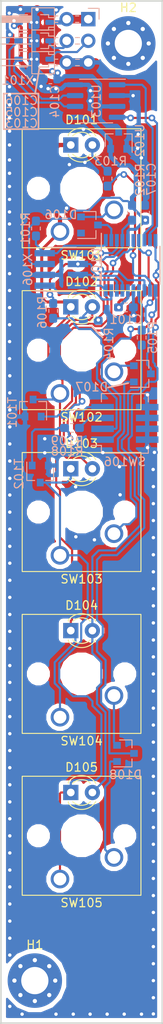
<source format=kicad_pcb>
(kicad_pcb (version 20171130) (host pcbnew 5.0.2-bee76a0~70~ubuntu18.04.1)

  (general
    (thickness 1.6)
    (drawings 12)
    (tracks 759)
    (zones 0)
    (modules 37)
    (nets 41)
  )

  (page A4)
  (layers
    (0 F.Cu signal hide)
    (31 B.Cu signal hide)
    (32 B.Adhes user hide)
    (33 F.Adhes user hide)
    (34 B.Paste user)
    (35 F.Paste user hide)
    (36 B.SilkS user)
    (37 F.SilkS user hide)
    (38 B.Mask user)
    (39 F.Mask user hide)
    (40 Dwgs.User user hide)
    (41 Cmts.User user hide)
    (42 Eco1.User user hide)
    (43 Eco2.User user hide)
    (44 Edge.Cuts user)
    (45 Margin user hide)
    (46 B.CrtYd user hide)
    (47 F.CrtYd user hide)
    (48 B.Fab user hide)
    (49 F.Fab user hide)
  )

  (setup
    (last_trace_width 0.25)
    (user_trace_width 0.35)
    (user_trace_width 0.5)
    (user_trace_width 0.75)
    (user_trace_width 1)
    (user_trace_width 1.5)
    (user_trace_width 2)
    (trace_clearance 0.2)
    (zone_clearance 0.508)
    (zone_45_only no)
    (trace_min 0.2)
    (segment_width 0.2)
    (edge_width 0.15)
    (via_size 0.8)
    (via_drill 0.4)
    (via_min_size 0.4)
    (via_min_drill 0.3)
    (uvia_size 0.3)
    (uvia_drill 0.1)
    (uvias_allowed no)
    (uvia_min_size 0.2)
    (uvia_min_drill 0.1)
    (pcb_text_width 0.3)
    (pcb_text_size 1.5 1.5)
    (mod_edge_width 0.15)
    (mod_text_size 1 1)
    (mod_text_width 0.15)
    (pad_size 1.524 1.524)
    (pad_drill 0.762)
    (pad_to_mask_clearance 0.051)
    (solder_mask_min_width 0.25)
    (aux_axis_origin 0 0)
    (visible_elements FFFFFF7F)
    (pcbplotparams
      (layerselection 0x010fc_ffffffff)
      (usegerberextensions false)
      (usegerberattributes false)
      (usegerberadvancedattributes false)
      (creategerberjobfile false)
      (excludeedgelayer true)
      (linewidth 0.100000)
      (plotframeref false)
      (viasonmask false)
      (mode 1)
      (useauxorigin false)
      (hpglpennumber 1)
      (hpglpenspeed 20)
      (hpglpendiameter 15.000000)
      (psnegative false)
      (psa4output false)
      (plotreference false)
      (plotvalue false)
      (plotinvisibletext false)
      (padsonsilk false)
      (subtractmaskfromsilk false)
      (outputformat 1)
      (mirror false)
      (drillshape 0)
      (scaleselection 1)
      (outputdirectory "CAM/"))
  )

  (net 0 "")
  (net 1 GND)
  (net 2 +3V3)
  (net 3 /CAN_PWR)
  (net 4 "Net-(C103-Pad1)")
  (net 5 /CAN_H)
  (net 6 "Net-(C105-Pad1)")
  (net 7 /CAN_L)
  (net 8 "Net-(C106-Pad1)")
  (net 9 /SWDIO)
  (net 10 /SWCLK)
  (net 11 /CAN_TX)
  (net 12 /CAN_RX)
  (net 13 "Net-(D101-Pad2)")
  (net 14 "Net-(D101-Pad1)")
  (net 15 /COLUMN1)
  (net 16 /COLUMN2)
  (net 17 /BTN_ROW1)
  (net 18 /BTN_ROW2)
  (net 19 /BTN_ROW3)
  (net 20 /LED_ROW1)
  (net 21 /LED_ROW2)
  (net 22 /LED_ROW3)
  (net 23 /CONSOLE_TX)
  (net 24 /CONSOLE_RX)
  (net 25 "Net-(H1-Pad1)")
  (net 26 "Net-(H2-Pad1)")
  (net 27 /BOOT0)
  (net 28 /RESET_N)
  (net 29 "Net-(D106-Pad2)")
  (net 30 "Net-(D107-Pad2)")
  (net 31 "Net-(D107-Pad1)")
  (net 32 "Net-(D108-Pad1)")
  (net 33 /COLUNM3)
  (net 34 "Net-(R106-Pad1)")
  (net 35 "Net-(R108-Pad1)")
  (net 36 "Net-(R109-Pad1)")
  (net 37 "Net-(D102-Pad2)")
  (net 38 "Net-(D103-Pad1)")
  (net 39 "Net-(D104-Pad2)")
  (net 40 "Net-(D108-Pad2)")

  (net_class Default "This is the default net class."
    (clearance 0.2)
    (trace_width 0.25)
    (via_dia 0.8)
    (via_drill 0.4)
    (uvia_dia 0.3)
    (uvia_drill 0.1)
    (add_net +3V3)
    (add_net /BOOT0)
    (add_net /BTN_ROW1)
    (add_net /BTN_ROW2)
    (add_net /BTN_ROW3)
    (add_net /CAN_H)
    (add_net /CAN_L)
    (add_net /CAN_PWR)
    (add_net /CAN_RX)
    (add_net /CAN_TX)
    (add_net /COLUMN1)
    (add_net /COLUMN2)
    (add_net /COLUNM3)
    (add_net /CONSOLE_RX)
    (add_net /CONSOLE_TX)
    (add_net /LED_ROW1)
    (add_net /LED_ROW2)
    (add_net /LED_ROW3)
    (add_net /RESET_N)
    (add_net /SWCLK)
    (add_net /SWDIO)
    (add_net GND)
    (add_net "Net-(C103-Pad1)")
    (add_net "Net-(C105-Pad1)")
    (add_net "Net-(C106-Pad1)")
    (add_net "Net-(D101-Pad1)")
    (add_net "Net-(D101-Pad2)")
    (add_net "Net-(D102-Pad2)")
    (add_net "Net-(D103-Pad1)")
    (add_net "Net-(D104-Pad2)")
    (add_net "Net-(D106-Pad2)")
    (add_net "Net-(D107-Pad1)")
    (add_net "Net-(D107-Pad2)")
    (add_net "Net-(D108-Pad1)")
    (add_net "Net-(D108-Pad2)")
    (add_net "Net-(H1-Pad1)")
    (add_net "Net-(H2-Pad1)")
    (add_net "Net-(R106-Pad1)")
    (add_net "Net-(R108-Pad1)")
    (add_net "Net-(R109-Pad1)")
  )

  (module Button_Switch_Keyboard:SW_Cherry_MX_1.00u_PCB (layer F.Cu) (tedit 5A02FE24) (tstamp 5E4F567E)
    (at 47.46 131.08 180)
    (descr "Cherry MX keyswitch, 1.00u, PCB mount, http://cherryamericas.com/wp-content/uploads/2014/12/mx_cat.pdf")
    (tags "Cherry MX keyswitch 1.00u PCB")
    (path /5E427D62)
    (fp_text reference SW105 (at -2.54 -2.794 180) (layer F.SilkS)
      (effects (font (size 1 1) (thickness 0.15)))
    )
    (fp_text value SW_Push (at -2.54 12.954 180) (layer F.Fab)
      (effects (font (size 1 1) (thickness 0.15)))
    )
    (fp_text user %R (at -2.54 -2.794 180) (layer F.Fab)
      (effects (font (size 1 1) (thickness 0.15)))
    )
    (fp_line (start -8.89 -1.27) (end 3.81 -1.27) (layer F.Fab) (width 0.1))
    (fp_line (start 3.81 -1.27) (end 3.81 11.43) (layer F.Fab) (width 0.1))
    (fp_line (start 3.81 11.43) (end -8.89 11.43) (layer F.Fab) (width 0.1))
    (fp_line (start -8.89 11.43) (end -8.89 -1.27) (layer F.Fab) (width 0.1))
    (fp_line (start -9.14 11.68) (end -9.14 -1.52) (layer F.CrtYd) (width 0.05))
    (fp_line (start 4.06 11.68) (end -9.14 11.68) (layer F.CrtYd) (width 0.05))
    (fp_line (start 4.06 -1.52) (end 4.06 11.68) (layer F.CrtYd) (width 0.05))
    (fp_line (start -9.14 -1.52) (end 4.06 -1.52) (layer F.CrtYd) (width 0.05))
    (fp_line (start -12.065 -4.445) (end 6.985 -4.445) (layer Dwgs.User) (width 0.15))
    (fp_line (start 6.985 -4.445) (end 6.985 14.605) (layer Dwgs.User) (width 0.15))
    (fp_line (start 6.985 14.605) (end -12.065 14.605) (layer Dwgs.User) (width 0.15))
    (fp_line (start -12.065 14.605) (end -12.065 -4.445) (layer Dwgs.User) (width 0.15))
    (fp_line (start -9.525 -1.905) (end 4.445 -1.905) (layer F.SilkS) (width 0.12))
    (fp_line (start 4.445 -1.905) (end 4.445 12.065) (layer F.SilkS) (width 0.12))
    (fp_line (start 4.445 12.065) (end -9.525 12.065) (layer F.SilkS) (width 0.12))
    (fp_line (start -9.525 12.065) (end -9.525 -1.905) (layer F.SilkS) (width 0.12))
    (pad 1 thru_hole circle (at 0 0 180) (size 2.2 2.2) (drill 1.5) (layers *.Cu *.Mask)
      (net 38 "Net-(D103-Pad1)"))
    (pad 2 thru_hole circle (at -6.35 2.54 180) (size 2.2 2.2) (drill 1.5) (layers *.Cu *.Mask)
      (net 32 "Net-(D108-Pad1)"))
    (pad "" np_thru_hole circle (at -2.54 5.08 180) (size 4 4) (drill 4) (layers *.Cu *.Mask))
    (pad "" np_thru_hole circle (at -7.62 5.08 180) (size 1.7 1.7) (drill 1.7) (layers *.Cu *.Mask))
    (pad "" np_thru_hole circle (at 2.54 5.08 180) (size 1.7 1.7) (drill 1.7) (layers *.Cu *.Mask))
    (model ${KISYS3DMOD}/Button_Switch_Keyboard.3dshapes/SW_Cherry_MX_1.00u_PCB.wrl
      (offset (xyz -2.54 -5.08 0))
      (scale (xyz 0.4 0.4 0.4))
      (rotate (xyz 0 0 0))
    )
  )

  (module Button_Switch_Keyboard:SW_Cherry_MX_1.00u_PCB (layer F.Cu) (tedit 5A02FE24) (tstamp 5E4F625C)
    (at 47.46 74.08 180)
    (descr "Cherry MX keyswitch, 1.00u, PCB mount, http://cherryamericas.com/wp-content/uploads/2014/12/mx_cat.pdf")
    (tags "Cherry MX keyswitch 1.00u PCB")
    (path /5E427C36)
    (fp_text reference SW102 (at -2.54 -2.794 180) (layer F.SilkS)
      (effects (font (size 1 1) (thickness 0.15)))
    )
    (fp_text value SW_Push (at -2.54 12.954 180) (layer F.Fab)
      (effects (font (size 1 1) (thickness 0.15)))
    )
    (fp_line (start -9.525 12.065) (end -9.525 -1.905) (layer F.SilkS) (width 0.12))
    (fp_line (start 4.445 12.065) (end -9.525 12.065) (layer F.SilkS) (width 0.12))
    (fp_line (start 4.445 -1.905) (end 4.445 12.065) (layer F.SilkS) (width 0.12))
    (fp_line (start -9.525 -1.905) (end 4.445 -1.905) (layer F.SilkS) (width 0.12))
    (fp_line (start -12.065 14.605) (end -12.065 -4.445) (layer Dwgs.User) (width 0.15))
    (fp_line (start 6.985 14.605) (end -12.065 14.605) (layer Dwgs.User) (width 0.15))
    (fp_line (start 6.985 -4.445) (end 6.985 14.605) (layer Dwgs.User) (width 0.15))
    (fp_line (start -12.065 -4.445) (end 6.985 -4.445) (layer Dwgs.User) (width 0.15))
    (fp_line (start -9.14 -1.52) (end 4.06 -1.52) (layer F.CrtYd) (width 0.05))
    (fp_line (start 4.06 -1.52) (end 4.06 11.68) (layer F.CrtYd) (width 0.05))
    (fp_line (start 4.06 11.68) (end -9.14 11.68) (layer F.CrtYd) (width 0.05))
    (fp_line (start -9.14 11.68) (end -9.14 -1.52) (layer F.CrtYd) (width 0.05))
    (fp_line (start -8.89 11.43) (end -8.89 -1.27) (layer F.Fab) (width 0.1))
    (fp_line (start 3.81 11.43) (end -8.89 11.43) (layer F.Fab) (width 0.1))
    (fp_line (start 3.81 -1.27) (end 3.81 11.43) (layer F.Fab) (width 0.1))
    (fp_line (start -8.89 -1.27) (end 3.81 -1.27) (layer F.Fab) (width 0.1))
    (fp_text user %R (at -2.54 -2.794 180) (layer F.Fab)
      (effects (font (size 1 1) (thickness 0.15)))
    )
    (pad "" np_thru_hole circle (at 2.54 5.08 180) (size 1.7 1.7) (drill 1.7) (layers *.Cu *.Mask))
    (pad "" np_thru_hole circle (at -7.62 5.08 180) (size 1.7 1.7) (drill 1.7) (layers *.Cu *.Mask))
    (pad "" np_thru_hole circle (at -2.54 5.08 180) (size 4 4) (drill 4) (layers *.Cu *.Mask))
    (pad 2 thru_hole circle (at -6.35 2.54 180) (size 2.2 2.2) (drill 1.5) (layers *.Cu *.Mask)
      (net 30 "Net-(D107-Pad2)"))
    (pad 1 thru_hole circle (at 0 0 180) (size 2.2 2.2) (drill 1.5) (layers *.Cu *.Mask)
      (net 14 "Net-(D101-Pad1)"))
    (model ${KISYS3DMOD}/Button_Switch_Keyboard.3dshapes/SW_Cherry_MX_1.00u_PCB.wrl
      (offset (xyz -2.54 -5.08 0))
      (scale (xyz 0.4 0.4 0.4))
      (rotate (xyz 0 0 0))
    )
  )

  (module Capacitor_SMD:C_0603_1608Metric_Pad1.05x0.95mm_HandSolder (layer B.Cu) (tedit 5B301BBE) (tstamp 5E4FCF25)
    (at 57.46496 52.86756 90)
    (descr "Capacitor SMD 0603 (1608 Metric), square (rectangular) end terminal, IPC_7351 nominal with elongated pad for handsoldering. (Body size source: http://www.tortai-tech.com/upload/download/2011102023233369053.pdf), generated with kicad-footprint-generator")
    (tags "capacitor handsolder")
    (path /5E42A6BC)
    (attr smd)
    (fp_text reference C107 (at 3.93446 0.73914 90) (layer B.SilkS)
      (effects (font (size 1 1) (thickness 0.15)) (justify mirror))
    )
    (fp_text value 100n (at 0 -1.43 90) (layer B.Fab)
      (effects (font (size 1 1) (thickness 0.15)) (justify mirror))
    )
    (fp_line (start -0.8 -0.4) (end -0.8 0.4) (layer B.Fab) (width 0.1))
    (fp_line (start -0.8 0.4) (end 0.8 0.4) (layer B.Fab) (width 0.1))
    (fp_line (start 0.8 0.4) (end 0.8 -0.4) (layer B.Fab) (width 0.1))
    (fp_line (start 0.8 -0.4) (end -0.8 -0.4) (layer B.Fab) (width 0.1))
    (fp_line (start -0.171267 0.51) (end 0.171267 0.51) (layer B.SilkS) (width 0.12))
    (fp_line (start -0.171267 -0.51) (end 0.171267 -0.51) (layer B.SilkS) (width 0.12))
    (fp_line (start -1.65 -0.73) (end -1.65 0.73) (layer B.CrtYd) (width 0.05))
    (fp_line (start -1.65 0.73) (end 1.65 0.73) (layer B.CrtYd) (width 0.05))
    (fp_line (start 1.65 0.73) (end 1.65 -0.73) (layer B.CrtYd) (width 0.05))
    (fp_line (start 1.65 -0.73) (end -1.65 -0.73) (layer B.CrtYd) (width 0.05))
    (fp_text user %R (at 0 0 90) (layer B.Fab)
      (effects (font (size 0.4 0.4) (thickness 0.06)) (justify mirror))
    )
    (pad 1 smd roundrect (at -0.875 0 90) (size 1.05 0.95) (layers B.Cu B.Paste B.Mask) (roundrect_rratio 0.25)
      (net 2 +3V3))
    (pad 2 smd roundrect (at 0.875 0 90) (size 1.05 0.95) (layers B.Cu B.Paste B.Mask) (roundrect_rratio 0.25)
      (net 1 GND))
    (model ${KISYS3DMOD}/Capacitor_SMD.3dshapes/C_0603_1608Metric.wrl
      (at (xyz 0 0 0))
      (scale (xyz 1 1 1))
      (rotate (xyz 0 0 0))
    )
  )

  (module Button_Switch_Keyboard:SW_Cherry_MX_1.00u_PCB (layer F.Cu) (tedit 5A02FE24) (tstamp 5E4F6F53)
    (at 47.46 55.08 180)
    (descr "Cherry MX keyswitch, 1.00u, PCB mount, http://cherryamericas.com/wp-content/uploads/2014/12/mx_cat.pdf")
    (tags "Cherry MX keyswitch 1.00u PCB")
    (path /5E427BBE)
    (fp_text reference SW101 (at -2.54 -2.794 180) (layer F.SilkS)
      (effects (font (size 1 1) (thickness 0.15)))
    )
    (fp_text value SW_Push (at -2.54 12.954 180) (layer F.Fab)
      (effects (font (size 1 1) (thickness 0.15)))
    )
    (fp_text user %R (at -2.54 -2.794 180) (layer F.Fab)
      (effects (font (size 1 1) (thickness 0.15)))
    )
    (fp_line (start -8.89 -1.27) (end 3.81 -1.27) (layer F.Fab) (width 0.1))
    (fp_line (start 3.81 -1.27) (end 3.81 11.43) (layer F.Fab) (width 0.1))
    (fp_line (start 3.81 11.43) (end -8.89 11.43) (layer F.Fab) (width 0.1))
    (fp_line (start -8.89 11.43) (end -8.89 -1.27) (layer F.Fab) (width 0.1))
    (fp_line (start -9.14 11.68) (end -9.14 -1.52) (layer F.CrtYd) (width 0.05))
    (fp_line (start 4.06 11.68) (end -9.14 11.68) (layer F.CrtYd) (width 0.05))
    (fp_line (start 4.06 -1.52) (end 4.06 11.68) (layer F.CrtYd) (width 0.05))
    (fp_line (start -9.14 -1.52) (end 4.06 -1.52) (layer F.CrtYd) (width 0.05))
    (fp_line (start -12.065 -4.445) (end 6.985 -4.445) (layer Dwgs.User) (width 0.15))
    (fp_line (start 6.985 -4.445) (end 6.985 14.605) (layer Dwgs.User) (width 0.15))
    (fp_line (start 6.985 14.605) (end -12.065 14.605) (layer Dwgs.User) (width 0.15))
    (fp_line (start -12.065 14.605) (end -12.065 -4.445) (layer Dwgs.User) (width 0.15))
    (fp_line (start -9.525 -1.905) (end 4.445 -1.905) (layer F.SilkS) (width 0.12))
    (fp_line (start 4.445 -1.905) (end 4.445 12.065) (layer F.SilkS) (width 0.12))
    (fp_line (start 4.445 12.065) (end -9.525 12.065) (layer F.SilkS) (width 0.12))
    (fp_line (start -9.525 12.065) (end -9.525 -1.905) (layer F.SilkS) (width 0.12))
    (pad 1 thru_hole circle (at 0 0 180) (size 2.2 2.2) (drill 1.5) (layers *.Cu *.Mask)
      (net 14 "Net-(D101-Pad1)"))
    (pad 2 thru_hole circle (at -6.35 2.54 180) (size 2.2 2.2) (drill 1.5) (layers *.Cu *.Mask)
      (net 29 "Net-(D106-Pad2)"))
    (pad "" np_thru_hole circle (at -2.54 5.08 180) (size 4 4) (drill 4) (layers *.Cu *.Mask))
    (pad "" np_thru_hole circle (at -7.62 5.08 180) (size 1.7 1.7) (drill 1.7) (layers *.Cu *.Mask))
    (pad "" np_thru_hole circle (at 2.54 5.08 180) (size 1.7 1.7) (drill 1.7) (layers *.Cu *.Mask))
    (model ${KISYS3DMOD}/Button_Switch_Keyboard.3dshapes/SW_Cherry_MX_1.00u_PCB.wrl
      (offset (xyz -2.54 -5.08 0))
      (scale (xyz 0.4 0.4 0.4))
      (rotate (xyz 0 0 0))
    )
  )

  (module Package_SO:TSSOP-20_4.4x6.5mm_P0.65mm (layer B.Cu) (tedit 5A02F25C) (tstamp 5E4FF893)
    (at 55.77332 59.04484 270)
    (descr "20-Lead Plastic Thin Shrink Small Outline (ST)-4.4 mm Body [TSSOP] (see Microchip Packaging Specification 00000049BS.pdf)")
    (tags "SSOP 0.65")
    (path /5E417A7A)
    (attr smd)
    (fp_text reference U101 (at -0.127 4.04876 90) (layer B.SilkS)
      (effects (font (size 1 1) (thickness 0.15)) (justify mirror))
    )
    (fp_text value STM32F030F4Px (at 0 -4.3 270) (layer B.Fab)
      (effects (font (size 1 1) (thickness 0.15)) (justify mirror))
    )
    (fp_line (start -1.2 3.25) (end 2.2 3.25) (layer B.Fab) (width 0.15))
    (fp_line (start 2.2 3.25) (end 2.2 -3.25) (layer B.Fab) (width 0.15))
    (fp_line (start 2.2 -3.25) (end -2.2 -3.25) (layer B.Fab) (width 0.15))
    (fp_line (start -2.2 -3.25) (end -2.2 2.25) (layer B.Fab) (width 0.15))
    (fp_line (start -2.2 2.25) (end -1.2 3.25) (layer B.Fab) (width 0.15))
    (fp_line (start -3.95 3.55) (end -3.95 -3.55) (layer B.CrtYd) (width 0.05))
    (fp_line (start 3.95 3.55) (end 3.95 -3.55) (layer B.CrtYd) (width 0.05))
    (fp_line (start -3.95 3.55) (end 3.95 3.55) (layer B.CrtYd) (width 0.05))
    (fp_line (start -3.95 -3.55) (end 3.95 -3.55) (layer B.CrtYd) (width 0.05))
    (fp_line (start -2.225 -3.45) (end 2.225 -3.45) (layer B.SilkS) (width 0.15))
    (fp_line (start -3.75 3.45) (end 2.225 3.45) (layer B.SilkS) (width 0.15))
    (fp_text user %R (at 0 0 270) (layer B.Fab)
      (effects (font (size 0.8 0.8) (thickness 0.15)) (justify mirror))
    )
    (pad 1 smd rect (at -2.95 2.925 270) (size 1.45 0.45) (layers B.Cu B.Paste B.Mask)
      (net 27 /BOOT0))
    (pad 2 smd rect (at -2.95 2.275 270) (size 1.45 0.45) (layers B.Cu B.Paste B.Mask)
      (net 17 /BTN_ROW1))
    (pad 3 smd rect (at -2.95 1.625 270) (size 1.45 0.45) (layers B.Cu B.Paste B.Mask)
      (net 16 /COLUMN2))
    (pad 4 smd rect (at -2.95 0.975 270) (size 1.45 0.45) (layers B.Cu B.Paste B.Mask)
      (net 28 /RESET_N))
    (pad 5 smd rect (at -2.95 0.325 270) (size 1.45 0.45) (layers B.Cu B.Paste B.Mask)
      (net 2 +3V3))
    (pad 6 smd rect (at -2.95 -0.325 270) (size 1.45 0.45) (layers B.Cu B.Paste B.Mask)
      (net 15 /COLUMN1))
    (pad 7 smd rect (at -2.95 -0.975 270) (size 1.45 0.45) (layers B.Cu B.Paste B.Mask)
      (net 18 /BTN_ROW2))
    (pad 8 smd rect (at -2.95 -1.625 270) (size 1.45 0.45) (layers B.Cu B.Paste B.Mask)
      (net 11 /CAN_TX))
    (pad 9 smd rect (at -2.95 -2.275 270) (size 1.45 0.45) (layers B.Cu B.Paste B.Mask)
      (net 12 /CAN_RX))
    (pad 10 smd rect (at -2.95 -2.925 270) (size 1.45 0.45) (layers B.Cu B.Paste B.Mask)
      (net 19 /BTN_ROW3))
    (pad 11 smd rect (at 2.95 -2.925 270) (size 1.45 0.45) (layers B.Cu B.Paste B.Mask)
      (net 33 /COLUNM3))
    (pad 12 smd rect (at 2.95 -2.275 270) (size 1.45 0.45) (layers B.Cu B.Paste B.Mask)
      (net 20 /LED_ROW1))
    (pad 13 smd rect (at 2.95 -1.625 270) (size 1.45 0.45) (layers B.Cu B.Paste B.Mask)
      (net 21 /LED_ROW2))
    (pad 14 smd rect (at 2.95 -0.975 270) (size 1.45 0.45) (layers B.Cu B.Paste B.Mask)
      (net 22 /LED_ROW3))
    (pad 15 smd rect (at 2.95 -0.325 270) (size 1.45 0.45) (layers B.Cu B.Paste B.Mask)
      (net 1 GND))
    (pad 16 smd rect (at 2.95 0.325 270) (size 1.45 0.45) (layers B.Cu B.Paste B.Mask)
      (net 2 +3V3))
    (pad 17 smd rect (at 2.95 0.975 270) (size 1.45 0.45) (layers B.Cu B.Paste B.Mask)
      (net 23 /CONSOLE_TX))
    (pad 18 smd rect (at 2.95 1.625 270) (size 1.45 0.45) (layers B.Cu B.Paste B.Mask)
      (net 24 /CONSOLE_RX))
    (pad 19 smd rect (at 2.95 2.275 270) (size 1.45 0.45) (layers B.Cu B.Paste B.Mask)
      (net 9 /SWDIO))
    (pad 20 smd rect (at 2.95 2.925 270) (size 1.45 0.45) (layers B.Cu B.Paste B.Mask)
      (net 10 /SWCLK))
    (model ${KISYS3DMOD}/Package_SO.3dshapes/TSSOP-20_4.4x6.5mm_P0.65mm.wrl
      (at (xyz 0 0 0))
      (scale (xyz 1 1 1))
      (rotate (xyz 0 0 0))
    )
  )

  (module Button_Switch_Keyboard:SW_Cherry_MX_1.00u_PCB (layer F.Cu) (tedit 5A02FE24) (tstamp 5E4F5664)
    (at 47.46 112.08 180)
    (descr "Cherry MX keyswitch, 1.00u, PCB mount, http://cherryamericas.com/wp-content/uploads/2014/12/mx_cat.pdf")
    (tags "Cherry MX keyswitch 1.00u PCB")
    (path /5E427D02)
    (fp_text reference SW104 (at -2.54 -2.794 180) (layer F.SilkS)
      (effects (font (size 1 1) (thickness 0.15)))
    )
    (fp_text value SW_Push (at -2.54 12.954 180) (layer F.Fab)
      (effects (font (size 1 1) (thickness 0.15)))
    )
    (fp_line (start -9.525 12.065) (end -9.525 -1.905) (layer F.SilkS) (width 0.12))
    (fp_line (start 4.445 12.065) (end -9.525 12.065) (layer F.SilkS) (width 0.12))
    (fp_line (start 4.445 -1.905) (end 4.445 12.065) (layer F.SilkS) (width 0.12))
    (fp_line (start -9.525 -1.905) (end 4.445 -1.905) (layer F.SilkS) (width 0.12))
    (fp_line (start -12.065 14.605) (end -12.065 -4.445) (layer Dwgs.User) (width 0.15))
    (fp_line (start 6.985 14.605) (end -12.065 14.605) (layer Dwgs.User) (width 0.15))
    (fp_line (start 6.985 -4.445) (end 6.985 14.605) (layer Dwgs.User) (width 0.15))
    (fp_line (start -12.065 -4.445) (end 6.985 -4.445) (layer Dwgs.User) (width 0.15))
    (fp_line (start -9.14 -1.52) (end 4.06 -1.52) (layer F.CrtYd) (width 0.05))
    (fp_line (start 4.06 -1.52) (end 4.06 11.68) (layer F.CrtYd) (width 0.05))
    (fp_line (start 4.06 11.68) (end -9.14 11.68) (layer F.CrtYd) (width 0.05))
    (fp_line (start -9.14 11.68) (end -9.14 -1.52) (layer F.CrtYd) (width 0.05))
    (fp_line (start -8.89 11.43) (end -8.89 -1.27) (layer F.Fab) (width 0.1))
    (fp_line (start 3.81 11.43) (end -8.89 11.43) (layer F.Fab) (width 0.1))
    (fp_line (start 3.81 -1.27) (end 3.81 11.43) (layer F.Fab) (width 0.1))
    (fp_line (start -8.89 -1.27) (end 3.81 -1.27) (layer F.Fab) (width 0.1))
    (fp_text user %R (at -2.54 -2.794 180) (layer F.Fab)
      (effects (font (size 1 1) (thickness 0.15)))
    )
    (pad "" np_thru_hole circle (at 2.54 5.08 180) (size 1.7 1.7) (drill 1.7) (layers *.Cu *.Mask))
    (pad "" np_thru_hole circle (at -7.62 5.08 180) (size 1.7 1.7) (drill 1.7) (layers *.Cu *.Mask))
    (pad "" np_thru_hole circle (at -2.54 5.08 180) (size 4 4) (drill 4) (layers *.Cu *.Mask))
    (pad 2 thru_hole circle (at -6.35 2.54 180) (size 2.2 2.2) (drill 1.5) (layers *.Cu *.Mask)
      (net 40 "Net-(D108-Pad2)"))
    (pad 1 thru_hole circle (at 0 0 180) (size 2.2 2.2) (drill 1.5) (layers *.Cu *.Mask)
      (net 14 "Net-(D101-Pad1)"))
    (model ${KISYS3DMOD}/Button_Switch_Keyboard.3dshapes/SW_Cherry_MX_1.00u_PCB.wrl
      (offset (xyz -2.54 -5.08 0))
      (scale (xyz 0.4 0.4 0.4))
      (rotate (xyz 0 0 0))
    )
  )

  (module Button_Switch_Keyboard:SW_Cherry_MX_1.00u_PCB (layer F.Cu) (tedit 5A02FE24) (tstamp 5E4F564A)
    (at 47.46 93.08 180)
    (descr "Cherry MX keyswitch, 1.00u, PCB mount, http://cherryamericas.com/wp-content/uploads/2014/12/mx_cat.pdf")
    (tags "Cherry MX keyswitch 1.00u PCB")
    (path /5E427CC2)
    (fp_text reference SW103 (at -2.54 -2.794 180) (layer F.SilkS)
      (effects (font (size 1 1) (thickness 0.15)))
    )
    (fp_text value SW_Push (at -2.54 12.954 180) (layer F.Fab)
      (effects (font (size 1 1) (thickness 0.15)))
    )
    (fp_text user %R (at -2.54 -2.794 180) (layer F.Fab)
      (effects (font (size 1 1) (thickness 0.15)))
    )
    (fp_line (start -8.89 -1.27) (end 3.81 -1.27) (layer F.Fab) (width 0.1))
    (fp_line (start 3.81 -1.27) (end 3.81 11.43) (layer F.Fab) (width 0.1))
    (fp_line (start 3.81 11.43) (end -8.89 11.43) (layer F.Fab) (width 0.1))
    (fp_line (start -8.89 11.43) (end -8.89 -1.27) (layer F.Fab) (width 0.1))
    (fp_line (start -9.14 11.68) (end -9.14 -1.52) (layer F.CrtYd) (width 0.05))
    (fp_line (start 4.06 11.68) (end -9.14 11.68) (layer F.CrtYd) (width 0.05))
    (fp_line (start 4.06 -1.52) (end 4.06 11.68) (layer F.CrtYd) (width 0.05))
    (fp_line (start -9.14 -1.52) (end 4.06 -1.52) (layer F.CrtYd) (width 0.05))
    (fp_line (start -12.065 -4.445) (end 6.985 -4.445) (layer Dwgs.User) (width 0.15))
    (fp_line (start 6.985 -4.445) (end 6.985 14.605) (layer Dwgs.User) (width 0.15))
    (fp_line (start 6.985 14.605) (end -12.065 14.605) (layer Dwgs.User) (width 0.15))
    (fp_line (start -12.065 14.605) (end -12.065 -4.445) (layer Dwgs.User) (width 0.15))
    (fp_line (start -9.525 -1.905) (end 4.445 -1.905) (layer F.SilkS) (width 0.12))
    (fp_line (start 4.445 -1.905) (end 4.445 12.065) (layer F.SilkS) (width 0.12))
    (fp_line (start 4.445 12.065) (end -9.525 12.065) (layer F.SilkS) (width 0.12))
    (fp_line (start -9.525 12.065) (end -9.525 -1.905) (layer F.SilkS) (width 0.12))
    (pad 1 thru_hole circle (at 0 0 180) (size 2.2 2.2) (drill 1.5) (layers *.Cu *.Mask)
      (net 38 "Net-(D103-Pad1)"))
    (pad 2 thru_hole circle (at -6.35 2.54 180) (size 2.2 2.2) (drill 1.5) (layers *.Cu *.Mask)
      (net 31 "Net-(D107-Pad1)"))
    (pad "" np_thru_hole circle (at -2.54 5.08 180) (size 4 4) (drill 4) (layers *.Cu *.Mask))
    (pad "" np_thru_hole circle (at -7.62 5.08 180) (size 1.7 1.7) (drill 1.7) (layers *.Cu *.Mask))
    (pad "" np_thru_hole circle (at 2.54 5.08 180) (size 1.7 1.7) (drill 1.7) (layers *.Cu *.Mask))
    (model ${KISYS3DMOD}/Button_Switch_Keyboard.3dshapes/SW_Cherry_MX_1.00u_PCB.wrl
      (offset (xyz -2.54 -5.08 0))
      (scale (xyz 0.4 0.4 0.4))
      (rotate (xyz 0 0 0))
    )
  )

  (module Package_TO_SOT_SMD:SOT-23 (layer B.Cu) (tedit 5A02FF57) (tstamp 5E4FED22)
    (at 50.93208 54.31028)
    (descr "SOT-23, Standard")
    (tags SOT-23)
    (path /5E460DED)
    (attr smd)
    (fp_text reference D106 (at -3.36296 -1.21412) (layer B.SilkS)
      (effects (font (size 1 1) (thickness 0.15)) (justify mirror))
    )
    (fp_text value BAT54A (at 0 -2.5) (layer B.Fab)
      (effects (font (size 1 1) (thickness 0.15)) (justify mirror))
    )
    (fp_text user %R (at 0 0 -90) (layer B.Fab)
      (effects (font (size 0.5 0.5) (thickness 0.075)) (justify mirror))
    )
    (fp_line (start -0.7 0.95) (end -0.7 -1.5) (layer B.Fab) (width 0.1))
    (fp_line (start -0.15 1.52) (end 0.7 1.52) (layer B.Fab) (width 0.1))
    (fp_line (start -0.7 0.95) (end -0.15 1.52) (layer B.Fab) (width 0.1))
    (fp_line (start 0.7 1.52) (end 0.7 -1.52) (layer B.Fab) (width 0.1))
    (fp_line (start -0.7 -1.52) (end 0.7 -1.52) (layer B.Fab) (width 0.1))
    (fp_line (start 0.76 -1.58) (end 0.76 -0.65) (layer B.SilkS) (width 0.12))
    (fp_line (start 0.76 1.58) (end 0.76 0.65) (layer B.SilkS) (width 0.12))
    (fp_line (start -1.7 1.75) (end 1.7 1.75) (layer B.CrtYd) (width 0.05))
    (fp_line (start 1.7 1.75) (end 1.7 -1.75) (layer B.CrtYd) (width 0.05))
    (fp_line (start 1.7 -1.75) (end -1.7 -1.75) (layer B.CrtYd) (width 0.05))
    (fp_line (start -1.7 -1.75) (end -1.7 1.75) (layer B.CrtYd) (width 0.05))
    (fp_line (start 0.76 1.58) (end -1.4 1.58) (layer B.SilkS) (width 0.12))
    (fp_line (start 0.76 -1.58) (end -0.7 -1.58) (layer B.SilkS) (width 0.12))
    (pad 1 smd rect (at -1 0.95) (size 0.9 0.8) (layers B.Cu B.Paste B.Mask))
    (pad 2 smd rect (at -1 -0.95) (size 0.9 0.8) (layers B.Cu B.Paste B.Mask)
      (net 29 "Net-(D106-Pad2)"))
    (pad 3 smd rect (at 1 0) (size 0.9 0.8) (layers B.Cu B.Paste B.Mask)
      (net 17 /BTN_ROW1))
    (model ${KISYS3DMOD}/Package_TO_SOT_SMD.3dshapes/SOT-23.wrl
      (at (xyz 0 0 0))
      (scale (xyz 1 1 1))
      (rotate (xyz 0 0 0))
    )
  )

  (module Package_SO:SOIC-8_3.9x4.9mm_P1.27mm (layer B.Cu) (tedit 5D9F72B1) (tstamp 5E511F93)
    (at 51.70932 39.75608 180)
    (descr "SOIC, 8 Pin (JEDEC MS-012AA, https://www.analog.com/media/en/package-pcb-resources/package/pkg_pdf/soic_narrow-r/r_8.pdf), generated with kicad-footprint-generator ipc_gullwing_generator.py")
    (tags "SOIC SO")
    (path /5E400E47)
    (attr smd)
    (fp_text reference U103 (at -0.03048 0.00508 270) (layer B.SilkS)
      (effects (font (size 1 1) (thickness 0.15)) (justify mirror))
    )
    (fp_text value MCP2551-I-SN (at 0 -3.4 180) (layer B.Fab)
      (effects (font (size 1 1) (thickness 0.15)) (justify mirror))
    )
    (fp_line (start 0 -2.56) (end 1.95 -2.56) (layer B.SilkS) (width 0.12))
    (fp_line (start 0 -2.56) (end -1.95 -2.56) (layer B.SilkS) (width 0.12))
    (fp_line (start 0 2.56) (end 1.95 2.56) (layer B.SilkS) (width 0.12))
    (fp_line (start 0 2.56) (end -3.45 2.56) (layer B.SilkS) (width 0.12))
    (fp_line (start -0.975 2.45) (end 1.95 2.45) (layer B.Fab) (width 0.1))
    (fp_line (start 1.95 2.45) (end 1.95 -2.45) (layer B.Fab) (width 0.1))
    (fp_line (start 1.95 -2.45) (end -1.95 -2.45) (layer B.Fab) (width 0.1))
    (fp_line (start -1.95 -2.45) (end -1.95 1.475) (layer B.Fab) (width 0.1))
    (fp_line (start -1.95 1.475) (end -0.975 2.45) (layer B.Fab) (width 0.1))
    (fp_line (start -3.7 2.7) (end -3.7 -2.7) (layer B.CrtYd) (width 0.05))
    (fp_line (start -3.7 -2.7) (end 3.7 -2.7) (layer B.CrtYd) (width 0.05))
    (fp_line (start 3.7 -2.7) (end 3.7 2.7) (layer B.CrtYd) (width 0.05))
    (fp_line (start 3.7 2.7) (end -3.7 2.7) (layer B.CrtYd) (width 0.05))
    (fp_text user %R (at 0 0 180) (layer B.Fab)
      (effects (font (size 0.98 0.98) (thickness 0.15)) (justify mirror))
    )
    (pad 1 smd roundrect (at -2.475 1.905 180) (size 1.95 0.6) (layers B.Cu B.Paste B.Mask) (roundrect_rratio 0.25)
      (net 11 /CAN_TX))
    (pad 2 smd roundrect (at -2.475 0.635 180) (size 1.95 0.6) (layers B.Cu B.Paste B.Mask) (roundrect_rratio 0.25)
      (net 1 GND))
    (pad 3 smd roundrect (at -2.475 -0.635 180) (size 1.95 0.6) (layers B.Cu B.Paste B.Mask) (roundrect_rratio 0.25)
      (net 3 /CAN_PWR))
    (pad 4 smd roundrect (at -2.475 -1.905 180) (size 1.95 0.6) (layers B.Cu B.Paste B.Mask) (roundrect_rratio 0.25)
      (net 12 /CAN_RX))
    (pad 5 smd roundrect (at 2.475 -1.905 180) (size 1.95 0.6) (layers B.Cu B.Paste B.Mask) (roundrect_rratio 0.25)
      (net 2 +3V3))
    (pad 6 smd roundrect (at 2.475 -0.635 180) (size 1.95 0.6) (layers B.Cu B.Paste B.Mask) (roundrect_rratio 0.25)
      (net 7 /CAN_L))
    (pad 7 smd roundrect (at 2.475 0.635 180) (size 1.95 0.6) (layers B.Cu B.Paste B.Mask) (roundrect_rratio 0.25)
      (net 5 /CAN_H))
    (pad 8 smd roundrect (at 2.475 1.905 180) (size 1.95 0.6) (layers B.Cu B.Paste B.Mask) (roundrect_rratio 0.25)
      (net 1 GND))
    (model ${KISYS3DMOD}/Package_SO.3dshapes/SOIC-8_3.9x4.9mm_P1.27mm.wrl
      (at (xyz 0 0 0))
      (scale (xyz 1 1 1))
      (rotate (xyz 0 0 0))
    )
  )

  (module Filter:Filter_Mini-Circuits_FV1206-7 (layer B.Cu) (tedit 5C117E65) (tstamp 5E42FA39)
    (at 44.4119 30.5308 180)
    (descr "Mini-Circuits Filter SMD 1206 https://ww2.minicircuits.com/case_style/FV1206-7.pdf")
    (tags "Mini-Circuits Filter SMD 1206")
    (path /5E400E63)
    (attr smd)
    (fp_text reference C105 (at 1.47066 -10.53084 180) (layer B.SilkS)
      (effects (font (size 1 1) (thickness 0.15)) (justify mirror))
    )
    (fp_text value W2F11A4718AT1A (at 0 -1.8 180) (layer B.Fab)
      (effects (font (size 1 1) (thickness 0.15)) (justify mirror))
    )
    (fp_line (start -1.6 -0.4) (end -1.6 -0.8) (layer B.Fab) (width 0.1))
    (fp_line (start -1.6 -0.8) (end 1.6 -0.8) (layer B.Fab) (width 0.1))
    (fp_line (start 1.6 -0.8) (end 1.6 0.8) (layer B.Fab) (width 0.1))
    (fp_line (start -1.6 -0.4) (end -1.2 0) (layer B.Fab) (width 0.1))
    (fp_line (start -0.77 -0.91) (end -1.71 -0.91) (layer B.SilkS) (width 0.12))
    (fp_text user %R (at 0 0 180) (layer B.Fab)
      (effects (font (size 0.8 0.8) (thickness 0.12)) (justify mirror))
    )
    (fp_line (start -1.85 1.05) (end 1.85 1.05) (layer B.CrtYd) (width 0.05))
    (fp_line (start -2.58 -0.55) (end -2.58 0.55) (layer B.CrtYd) (width 0.05))
    (fp_line (start 1.6 0.8) (end -1.6 0.8) (layer B.Fab) (width 0.1))
    (fp_line (start -1.71 -0.56) (end -1.71 -0.91) (layer B.SilkS) (width 0.12))
    (fp_line (start -1.71 -0.56) (end -2.32 -0.56) (layer B.SilkS) (width 0.12))
    (fp_line (start -0.77 0.91) (end -1.71 0.91) (layer B.SilkS) (width 0.12))
    (fp_line (start -1.71 0.91) (end -1.71 0.56) (layer B.SilkS) (width 0.12))
    (fp_line (start -1.71 0.56) (end -2.32 0.56) (layer B.SilkS) (width 0.12))
    (fp_line (start 1.71 -0.91) (end 0.77 -0.91) (layer B.SilkS) (width 0.12))
    (fp_line (start 1.71 0.91) (end 0.77 0.91) (layer B.SilkS) (width 0.12))
    (fp_line (start 1.71 -0.56) (end 1.71 -0.91) (layer B.SilkS) (width 0.12))
    (fp_line (start 1.71 0.91) (end 1.71 0.56) (layer B.SilkS) (width 0.12))
    (fp_line (start -1.2 0) (end -1.6 0.4) (layer B.Fab) (width 0.1))
    (fp_line (start -1.6 0.8) (end -1.6 0.4) (layer B.Fab) (width 0.1))
    (fp_line (start -1.85 1.05) (end -1.85 0.55) (layer B.CrtYd) (width 0.05))
    (fp_line (start -2.58 0.55) (end -1.85 0.55) (layer B.CrtYd) (width 0.05))
    (fp_line (start -2.58 -0.55) (end -1.85 -0.55) (layer B.CrtYd) (width 0.05))
    (fp_line (start -1.85 -0.55) (end -1.85 -1.05) (layer B.CrtYd) (width 0.05))
    (fp_line (start -1.85 -1.05) (end 1.85 -1.05) (layer B.CrtYd) (width 0.05))
    (fp_line (start 1.85 1.05) (end 1.85 0.55) (layer B.CrtYd) (width 0.05))
    (fp_line (start 1.85 0.55) (end 2.58 0.55) (layer B.CrtYd) (width 0.05))
    (fp_line (start 2.58 -0.55) (end 2.58 0.55) (layer B.CrtYd) (width 0.05))
    (fp_line (start 1.85 -0.55) (end 2.58 -0.55) (layer B.CrtYd) (width 0.05))
    (fp_line (start 1.85 -0.55) (end 1.85 -1.05) (layer B.CrtYd) (width 0.05))
    (pad 1 smd roundrect (at -1.825 0 180) (size 1 0.6) (layers B.Cu B.Paste B.Mask) (roundrect_rratio 0.25)
      (net 6 "Net-(C105-Pad1)"))
    (pad 3 smd roundrect (at 1.825 0 180) (size 1 0.6) (layers B.Cu B.Paste B.Mask) (roundrect_rratio 0.25)
      (net 3 /CAN_PWR))
    (pad 2 smd roundrect (at 0 0 180) (size 1.3 1.6) (layers B.Cu B.Paste B.Mask) (roundrect_rratio 0.19)
      (net 1 GND))
    (pad 2 thru_hole circle (at -0.325 0 180) (size 0.65 0.65) (drill 0.35) (layers *.Cu *.Mask)
      (net 1 GND))
    (pad 2 thru_hole circle (at 0.325 0 180) (size 0.65 0.65) (drill 0.35) (layers *.Cu *.Mask)
      (net 1 GND))
    (model ${KISYS3DMOD}/Filter.3dshapes/Filter_Mini-Circuits_FV1206-7.wrl
      (at (xyz 0 0 0))
      (scale (xyz 1 1 1))
      (rotate (xyz 0 0 0))
    )
  )

  (module Connector_PinHeader_2.54mm:PinHeader_2x03_P2.54mm_Horizontal (layer B.Cu) (tedit 59FED5CB) (tstamp 5E5246E9)
    (at 50.7873 30.1498 180)
    (descr "Through hole angled pin header, 2x03, 2.54mm pitch, 6mm pin length, double rows")
    (tags "Through hole angled pin header THT 2x03 2.54mm double row")
    (path /5E400E4E)
    (fp_text reference X101 (at 8.3058 -7.18312) (layer B.SilkS)
      (effects (font (size 1 1) (thickness 0.15)) (justify mirror))
    )
    (fp_text value Conn_02x03_Odd_Even (at 8.0518 -8.05688 180) (layer B.Fab)
      (effects (font (size 1 1) (thickness 0.15)) (justify mirror))
    )
    (fp_line (start 4.675 1.27) (end 6.58 1.27) (layer B.Fab) (width 0.1))
    (fp_line (start 6.58 1.27) (end 6.58 -6.35) (layer B.Fab) (width 0.1))
    (fp_line (start 6.58 -6.35) (end 4.04 -6.35) (layer B.Fab) (width 0.1))
    (fp_line (start 4.04 -6.35) (end 4.04 0.635) (layer B.Fab) (width 0.1))
    (fp_line (start 4.04 0.635) (end 4.675 1.27) (layer B.Fab) (width 0.1))
    (fp_line (start -0.32 0.32) (end 4.04 0.32) (layer B.Fab) (width 0.1))
    (fp_line (start -0.32 0.32) (end -0.32 -0.32) (layer B.Fab) (width 0.1))
    (fp_line (start -0.32 -0.32) (end 4.04 -0.32) (layer B.Fab) (width 0.1))
    (fp_line (start 6.58 0.32) (end 12.58 0.32) (layer B.Fab) (width 0.1))
    (fp_line (start 12.58 0.32) (end 12.58 -0.32) (layer B.Fab) (width 0.1))
    (fp_line (start 6.58 -0.32) (end 12.58 -0.32) (layer B.Fab) (width 0.1))
    (fp_line (start -0.32 -2.22) (end 4.04 -2.22) (layer B.Fab) (width 0.1))
    (fp_line (start -0.32 -2.22) (end -0.32 -2.86) (layer B.Fab) (width 0.1))
    (fp_line (start -0.32 -2.86) (end 4.04 -2.86) (layer B.Fab) (width 0.1))
    (fp_line (start 6.58 -2.22) (end 12.58 -2.22) (layer B.Fab) (width 0.1))
    (fp_line (start 12.58 -2.22) (end 12.58 -2.86) (layer B.Fab) (width 0.1))
    (fp_line (start 6.58 -2.86) (end 12.58 -2.86) (layer B.Fab) (width 0.1))
    (fp_line (start -0.32 -4.76) (end 4.04 -4.76) (layer B.Fab) (width 0.1))
    (fp_line (start -0.32 -4.76) (end -0.32 -5.4) (layer B.Fab) (width 0.1))
    (fp_line (start -0.32 -5.4) (end 4.04 -5.4) (layer B.Fab) (width 0.1))
    (fp_line (start 6.58 -4.76) (end 12.58 -4.76) (layer B.Fab) (width 0.1))
    (fp_line (start 12.58 -4.76) (end 12.58 -5.4) (layer B.Fab) (width 0.1))
    (fp_line (start 6.58 -5.4) (end 12.58 -5.4) (layer B.Fab) (width 0.1))
    (fp_line (start 3.98 1.33) (end 3.98 -6.41) (layer B.SilkS) (width 0.12))
    (fp_line (start 3.98 -6.41) (end 6.64 -6.41) (layer B.SilkS) (width 0.12))
    (fp_line (start 6.64 -6.41) (end 6.64 1.33) (layer B.SilkS) (width 0.12))
    (fp_line (start 6.64 1.33) (end 3.98 1.33) (layer B.SilkS) (width 0.12))
    (fp_line (start 6.64 0.38) (end 12.64 0.38) (layer B.SilkS) (width 0.12))
    (fp_line (start 12.64 0.38) (end 12.64 -0.38) (layer B.SilkS) (width 0.12))
    (fp_line (start 12.64 -0.38) (end 6.64 -0.38) (layer B.SilkS) (width 0.12))
    (fp_line (start 6.64 0.32) (end 12.64 0.32) (layer B.SilkS) (width 0.12))
    (fp_line (start 6.64 0.2) (end 12.64 0.2) (layer B.SilkS) (width 0.12))
    (fp_line (start 6.64 0.08) (end 12.64 0.08) (layer B.SilkS) (width 0.12))
    (fp_line (start 6.64 -0.04) (end 12.64 -0.04) (layer B.SilkS) (width 0.12))
    (fp_line (start 6.64 -0.16) (end 12.64 -0.16) (layer B.SilkS) (width 0.12))
    (fp_line (start 6.64 -0.28) (end 12.64 -0.28) (layer B.SilkS) (width 0.12))
    (fp_line (start 3.582929 0.38) (end 3.98 0.38) (layer B.SilkS) (width 0.12))
    (fp_line (start 3.582929 -0.38) (end 3.98 -0.38) (layer B.SilkS) (width 0.12))
    (fp_line (start 1.11 0.38) (end 1.497071 0.38) (layer B.SilkS) (width 0.12))
    (fp_line (start 1.11 -0.38) (end 1.497071 -0.38) (layer B.SilkS) (width 0.12))
    (fp_line (start 3.98 -1.27) (end 6.64 -1.27) (layer B.SilkS) (width 0.12))
    (fp_line (start 6.64 -2.16) (end 12.64 -2.16) (layer B.SilkS) (width 0.12))
    (fp_line (start 12.64 -2.16) (end 12.64 -2.92) (layer B.SilkS) (width 0.12))
    (fp_line (start 12.64 -2.92) (end 6.64 -2.92) (layer B.SilkS) (width 0.12))
    (fp_line (start 3.582929 -2.16) (end 3.98 -2.16) (layer B.SilkS) (width 0.12))
    (fp_line (start 3.582929 -2.92) (end 3.98 -2.92) (layer B.SilkS) (width 0.12))
    (fp_line (start 1.042929 -2.16) (end 1.497071 -2.16) (layer B.SilkS) (width 0.12))
    (fp_line (start 1.042929 -2.92) (end 1.497071 -2.92) (layer B.SilkS) (width 0.12))
    (fp_line (start 3.98 -3.81) (end 6.64 -3.81) (layer B.SilkS) (width 0.12))
    (fp_line (start 6.64 -4.7) (end 12.64 -4.7) (layer B.SilkS) (width 0.12))
    (fp_line (start 12.64 -4.7) (end 12.64 -5.46) (layer B.SilkS) (width 0.12))
    (fp_line (start 12.64 -5.46) (end 6.64 -5.46) (layer B.SilkS) (width 0.12))
    (fp_line (start 3.582929 -4.7) (end 3.98 -4.7) (layer B.SilkS) (width 0.12))
    (fp_line (start 3.582929 -5.46) (end 3.98 -5.46) (layer B.SilkS) (width 0.12))
    (fp_line (start 1.042929 -4.7) (end 1.497071 -4.7) (layer B.SilkS) (width 0.12))
    (fp_line (start 1.042929 -5.46) (end 1.497071 -5.46) (layer B.SilkS) (width 0.12))
    (fp_line (start -1.27 0) (end -1.27 1.27) (layer B.SilkS) (width 0.12))
    (fp_line (start -1.27 1.27) (end 0 1.27) (layer B.SilkS) (width 0.12))
    (fp_line (start -1.8 1.8) (end -1.8 -6.85) (layer B.CrtYd) (width 0.05))
    (fp_line (start -1.8 -6.85) (end 13.1 -6.85) (layer B.CrtYd) (width 0.05))
    (fp_line (start 13.1 -6.85) (end 13.1 1.8) (layer B.CrtYd) (width 0.05))
    (fp_line (start 13.1 1.8) (end -1.8 1.8) (layer B.CrtYd) (width 0.05))
    (fp_text user %R (at 5.31 -2.54 90) (layer B.Fab)
      (effects (font (size 1 1) (thickness 0.15)) (justify mirror))
    )
    (pad 1 thru_hole rect (at 0 0 180) (size 1.7 1.7) (drill 1) (layers *.Cu *.Mask)
      (net 6 "Net-(C105-Pad1)"))
    (pad 2 thru_hole oval (at 2.54 0 180) (size 1.7 1.7) (drill 1) (layers *.Cu *.Mask)
      (net 6 "Net-(C105-Pad1)"))
    (pad 3 thru_hole oval (at 0 -2.54 180) (size 1.7 1.7) (drill 1) (layers *.Cu *.Mask)
      (net 4 "Net-(C103-Pad1)"))
    (pad 4 thru_hole oval (at 2.54 -2.54 180) (size 1.7 1.7) (drill 1) (layers *.Cu *.Mask)
      (net 8 "Net-(C106-Pad1)"))
    (pad 5 thru_hole oval (at 0 -5.08 180) (size 1.7 1.7) (drill 1) (layers *.Cu *.Mask)
      (net 1 GND))
    (pad 6 thru_hole oval (at 2.54 -5.08 180) (size 1.7 1.7) (drill 1) (layers *.Cu *.Mask)
      (net 1 GND))
    (model ${KISYS3DMOD}/Connector_PinHeader_2.54mm.3dshapes/PinHeader_2x03_P2.54mm_Horizontal.wrl
      (at (xyz 0 0 0))
      (scale (xyz 1 1 1))
      (rotate (xyz 0 0 0))
    )
  )

  (module Capacitor_SMD:C_0603_1608Metric_Pad1.05x0.95mm_HandSolder (layer B.Cu) (tedit 5B301BBE) (tstamp 5E4F54B1)
    (at 55.21452 63.97752)
    (descr "Capacitor SMD 0603 (1608 Metric), square (rectangular) end terminal, IPC_7351 nominal with elongated pad for handsoldering. (Body size source: http://www.tortai-tech.com/upload/download/2011102023233369053.pdf), generated with kicad-footprint-generator")
    (tags "capacitor handsolder")
    (path /5E425661)
    (attr smd)
    (fp_text reference C101 (at 0 1.43) (layer B.SilkS)
      (effects (font (size 1 1) (thickness 0.15)) (justify mirror))
    )
    (fp_text value 100n (at 0 -1.43) (layer B.Fab)
      (effects (font (size 1 1) (thickness 0.15)) (justify mirror))
    )
    (fp_line (start -0.8 -0.4) (end -0.8 0.4) (layer B.Fab) (width 0.1))
    (fp_line (start -0.8 0.4) (end 0.8 0.4) (layer B.Fab) (width 0.1))
    (fp_line (start 0.8 0.4) (end 0.8 -0.4) (layer B.Fab) (width 0.1))
    (fp_line (start 0.8 -0.4) (end -0.8 -0.4) (layer B.Fab) (width 0.1))
    (fp_line (start -0.171267 0.51) (end 0.171267 0.51) (layer B.SilkS) (width 0.12))
    (fp_line (start -0.171267 -0.51) (end 0.171267 -0.51) (layer B.SilkS) (width 0.12))
    (fp_line (start -1.65 -0.73) (end -1.65 0.73) (layer B.CrtYd) (width 0.05))
    (fp_line (start -1.65 0.73) (end 1.65 0.73) (layer B.CrtYd) (width 0.05))
    (fp_line (start 1.65 0.73) (end 1.65 -0.73) (layer B.CrtYd) (width 0.05))
    (fp_line (start 1.65 -0.73) (end -1.65 -0.73) (layer B.CrtYd) (width 0.05))
    (fp_text user %R (at 0 0) (layer B.Fab)
      (effects (font (size 0.4 0.4) (thickness 0.06)) (justify mirror))
    )
    (pad 1 smd roundrect (at -0.875 0) (size 1.05 0.95) (layers B.Cu B.Paste B.Mask) (roundrect_rratio 0.25)
      (net 2 +3V3))
    (pad 2 smd roundrect (at 0.875 0) (size 1.05 0.95) (layers B.Cu B.Paste B.Mask) (roundrect_rratio 0.25)
      (net 1 GND))
    (model ${KISYS3DMOD}/Capacitor_SMD.3dshapes/C_0603_1608Metric.wrl
      (at (xyz 0 0 0))
      (scale (xyz 1 1 1))
      (rotate (xyz 0 0 0))
    )
  )

  (module Filter:Filter_Mini-Circuits_FV1206-7 (layer B.Cu) (tedit 5C117E65) (tstamp 5E524B3A)
    (at 44.4119 34.8488 180)
    (descr "Mini-Circuits Filter SMD 1206 https://ww2.minicircuits.com/case_style/FV1206-7.pdf")
    (tags "Mini-Circuits Filter SMD 1206")
    (path /5E400E55)
    (attr smd)
    (fp_text reference C103 (at 1.47066 -7.5311 180) (layer B.SilkS)
      (effects (font (size 1 1) (thickness 0.15)) (justify mirror))
    )
    (fp_text value W2F11A4718AT1A (at -8.6614 10.02792 180) (layer B.Fab)
      (effects (font (size 1 1) (thickness 0.15)) (justify mirror))
    )
    (fp_line (start -1.6 -0.4) (end -1.6 -0.8) (layer B.Fab) (width 0.1))
    (fp_line (start -1.6 -0.8) (end 1.6 -0.8) (layer B.Fab) (width 0.1))
    (fp_line (start 1.6 -0.8) (end 1.6 0.8) (layer B.Fab) (width 0.1))
    (fp_line (start -1.6 -0.4) (end -1.2 0) (layer B.Fab) (width 0.1))
    (fp_line (start -0.77 -0.91) (end -1.71 -0.91) (layer B.SilkS) (width 0.12))
    (fp_text user %R (at 4.1656 1.16332 180) (layer B.Fab)
      (effects (font (size 0.8 0.8) (thickness 0.12)) (justify mirror))
    )
    (fp_line (start -1.85 1.05) (end 1.85 1.05) (layer B.CrtYd) (width 0.05))
    (fp_line (start -2.58 -0.55) (end -2.58 0.55) (layer B.CrtYd) (width 0.05))
    (fp_line (start 1.6 0.8) (end -1.6 0.8) (layer B.Fab) (width 0.1))
    (fp_line (start -1.71 -0.56) (end -1.71 -0.91) (layer B.SilkS) (width 0.12))
    (fp_line (start -1.71 -0.56) (end -2.32 -0.56) (layer B.SilkS) (width 0.12))
    (fp_line (start -0.77 0.91) (end -1.71 0.91) (layer B.SilkS) (width 0.12))
    (fp_line (start -1.71 0.91) (end -1.71 0.56) (layer B.SilkS) (width 0.12))
    (fp_line (start -1.71 0.56) (end -2.32 0.56) (layer B.SilkS) (width 0.12))
    (fp_line (start 1.71 -0.91) (end 0.77 -0.91) (layer B.SilkS) (width 0.12))
    (fp_line (start 1.71 0.91) (end 0.77 0.91) (layer B.SilkS) (width 0.12))
    (fp_line (start 1.71 -0.56) (end 1.71 -0.91) (layer B.SilkS) (width 0.12))
    (fp_line (start 1.71 0.91) (end 1.71 0.56) (layer B.SilkS) (width 0.12))
    (fp_line (start -1.2 0) (end -1.6 0.4) (layer B.Fab) (width 0.1))
    (fp_line (start -1.6 0.8) (end -1.6 0.4) (layer B.Fab) (width 0.1))
    (fp_line (start -1.85 1.05) (end -1.85 0.55) (layer B.CrtYd) (width 0.05))
    (fp_line (start -2.58 0.55) (end -1.85 0.55) (layer B.CrtYd) (width 0.05))
    (fp_line (start -2.58 -0.55) (end -1.85 -0.55) (layer B.CrtYd) (width 0.05))
    (fp_line (start -1.85 -0.55) (end -1.85 -1.05) (layer B.CrtYd) (width 0.05))
    (fp_line (start -1.85 -1.05) (end 1.85 -1.05) (layer B.CrtYd) (width 0.05))
    (fp_line (start 1.85 1.05) (end 1.85 0.55) (layer B.CrtYd) (width 0.05))
    (fp_line (start 1.85 0.55) (end 2.58 0.55) (layer B.CrtYd) (width 0.05))
    (fp_line (start 2.58 -0.55) (end 2.58 0.55) (layer B.CrtYd) (width 0.05))
    (fp_line (start 1.85 -0.55) (end 2.58 -0.55) (layer B.CrtYd) (width 0.05))
    (fp_line (start 1.85 -0.55) (end 1.85 -1.05) (layer B.CrtYd) (width 0.05))
    (pad 1 smd roundrect (at -1.825 0 180) (size 1 0.6) (layers B.Cu B.Paste B.Mask) (roundrect_rratio 0.25)
      (net 4 "Net-(C103-Pad1)"))
    (pad 3 smd roundrect (at 1.825 0 180) (size 1 0.6) (layers B.Cu B.Paste B.Mask) (roundrect_rratio 0.25)
      (net 5 /CAN_H))
    (pad 2 smd roundrect (at 0 0 180) (size 1.3 1.6) (layers B.Cu B.Paste B.Mask) (roundrect_rratio 0.19)
      (net 1 GND))
    (pad 2 thru_hole circle (at -0.325 0 180) (size 0.65 0.65) (drill 0.35) (layers *.Cu *.Mask)
      (net 1 GND))
    (pad 2 thru_hole circle (at 0.325 0 180) (size 0.65 0.65) (drill 0.35) (layers *.Cu *.Mask)
      (net 1 GND))
    (model ${KISYS3DMOD}/Filter.3dshapes/Filter_Mini-Circuits_FV1206-7.wrl
      (at (xyz 0 0 0))
      (scale (xyz 1 1 1))
      (rotate (xyz 0 0 0))
    )
  )

  (module Capacitor_SMD:C_0603_1608Metric (layer B.Cu) (tedit 5B301BBE) (tstamp 5E524905)
    (at 46.3297 37.211 180)
    (descr "Capacitor SMD 0603 (1608 Metric), square (rectangular) end terminal, IPC_7351 nominal, (Body size source: http://www.tortai-tech.com/upload/download/2011102023233369053.pdf), generated with kicad-footprint-generator")
    (tags capacitor)
    (path /5E3FEEF9)
    (attr smd)
    (fp_text reference C104 (at -0.52822 -2.61112 270) (layer B.SilkS)
      (effects (font (size 1 1) (thickness 0.15)) (justify mirror))
    )
    (fp_text value 100n (at 0 -1.43 180) (layer B.Fab)
      (effects (font (size 1 1) (thickness 0.15)) (justify mirror))
    )
    (fp_line (start -0.8 -0.4) (end -0.8 0.4) (layer B.Fab) (width 0.1))
    (fp_line (start -0.8 0.4) (end 0.8 0.4) (layer B.Fab) (width 0.1))
    (fp_line (start 0.8 0.4) (end 0.8 -0.4) (layer B.Fab) (width 0.1))
    (fp_line (start 0.8 -0.4) (end -0.8 -0.4) (layer B.Fab) (width 0.1))
    (fp_line (start -0.162779 0.51) (end 0.162779 0.51) (layer B.SilkS) (width 0.12))
    (fp_line (start -0.162779 -0.51) (end 0.162779 -0.51) (layer B.SilkS) (width 0.12))
    (fp_line (start -1.48 -0.73) (end -1.48 0.73) (layer B.CrtYd) (width 0.05))
    (fp_line (start -1.48 0.73) (end 1.48 0.73) (layer B.CrtYd) (width 0.05))
    (fp_line (start 1.48 0.73) (end 1.48 -0.73) (layer B.CrtYd) (width 0.05))
    (fp_line (start 1.48 -0.73) (end -1.48 -0.73) (layer B.CrtYd) (width 0.05))
    (fp_text user %R (at 0 0 180) (layer B.Fab)
      (effects (font (size 0.4 0.4) (thickness 0.06)) (justify mirror))
    )
    (pad 1 smd roundrect (at -0.7875 0 180) (size 0.875 0.95) (layers B.Cu B.Paste B.Mask) (roundrect_rratio 0.25)
      (net 3 /CAN_PWR))
    (pad 2 smd roundrect (at 0.7875 0 180) (size 0.875 0.95) (layers B.Cu B.Paste B.Mask) (roundrect_rratio 0.25)
      (net 1 GND))
    (model ${KISYS3DMOD}/Capacitor_SMD.3dshapes/C_0603_1608Metric.wrl
      (at (xyz 0 0 0))
      (scale (xyz 1 1 1))
      (rotate (xyz 0 0 0))
    )
  )

  (module Filter:Filter_Mini-Circuits_FV1206-7 (layer B.Cu) (tedit 5C117E65) (tstamp 5E42FB41)
    (at 44.4119 32.6898 180)
    (descr "Mini-Circuits Filter SMD 1206 https://ww2.minicircuits.com/case_style/FV1206-7.pdf")
    (tags "Mini-Circuits Filter SMD 1206")
    (path /5E400E5C)
    (attr smd)
    (fp_text reference C106 (at 1.4732 -7.00786 180) (layer B.SilkS)
      (effects (font (size 1 1) (thickness 0.15)) (justify mirror))
    )
    (fp_text value W2F11A4718AT1A (at -9.17956 9.46404 180) (layer B.Fab)
      (effects (font (size 1 1) (thickness 0.15)) (justify mirror))
    )
    (fp_line (start 1.85 -0.55) (end 1.85 -1.05) (layer B.CrtYd) (width 0.05))
    (fp_line (start 1.85 -0.55) (end 2.58 -0.55) (layer B.CrtYd) (width 0.05))
    (fp_line (start 2.58 -0.55) (end 2.58 0.55) (layer B.CrtYd) (width 0.05))
    (fp_line (start 1.85 0.55) (end 2.58 0.55) (layer B.CrtYd) (width 0.05))
    (fp_line (start 1.85 1.05) (end 1.85 0.55) (layer B.CrtYd) (width 0.05))
    (fp_line (start -1.85 -1.05) (end 1.85 -1.05) (layer B.CrtYd) (width 0.05))
    (fp_line (start -1.85 -0.55) (end -1.85 -1.05) (layer B.CrtYd) (width 0.05))
    (fp_line (start -2.58 -0.55) (end -1.85 -0.55) (layer B.CrtYd) (width 0.05))
    (fp_line (start -2.58 0.55) (end -1.85 0.55) (layer B.CrtYd) (width 0.05))
    (fp_line (start -1.85 1.05) (end -1.85 0.55) (layer B.CrtYd) (width 0.05))
    (fp_line (start -1.6 0.8) (end -1.6 0.4) (layer B.Fab) (width 0.1))
    (fp_line (start -1.2 0) (end -1.6 0.4) (layer B.Fab) (width 0.1))
    (fp_line (start 1.71 0.91) (end 1.71 0.56) (layer B.SilkS) (width 0.12))
    (fp_line (start 1.71 -0.56) (end 1.71 -0.91) (layer B.SilkS) (width 0.12))
    (fp_line (start 1.71 0.91) (end 0.77 0.91) (layer B.SilkS) (width 0.12))
    (fp_line (start 1.71 -0.91) (end 0.77 -0.91) (layer B.SilkS) (width 0.12))
    (fp_line (start -1.71 0.56) (end -2.32 0.56) (layer B.SilkS) (width 0.12))
    (fp_line (start -1.71 0.91) (end -1.71 0.56) (layer B.SilkS) (width 0.12))
    (fp_line (start -0.77 0.91) (end -1.71 0.91) (layer B.SilkS) (width 0.12))
    (fp_line (start -1.71 -0.56) (end -2.32 -0.56) (layer B.SilkS) (width 0.12))
    (fp_line (start -1.71 -0.56) (end -1.71 -0.91) (layer B.SilkS) (width 0.12))
    (fp_line (start 1.6 0.8) (end -1.6 0.8) (layer B.Fab) (width 0.1))
    (fp_line (start -2.58 -0.55) (end -2.58 0.55) (layer B.CrtYd) (width 0.05))
    (fp_line (start -1.85 1.05) (end 1.85 1.05) (layer B.CrtYd) (width 0.05))
    (fp_text user %R (at 4.26212 0.11176 180) (layer B.Fab)
      (effects (font (size 0.8 0.8) (thickness 0.12)) (justify mirror))
    )
    (fp_line (start -0.77 -0.91) (end -1.71 -0.91) (layer B.SilkS) (width 0.12))
    (fp_line (start -1.6 -0.4) (end -1.2 0) (layer B.Fab) (width 0.1))
    (fp_line (start 1.6 -0.8) (end 1.6 0.8) (layer B.Fab) (width 0.1))
    (fp_line (start -1.6 -0.8) (end 1.6 -0.8) (layer B.Fab) (width 0.1))
    (fp_line (start -1.6 -0.4) (end -1.6 -0.8) (layer B.Fab) (width 0.1))
    (pad 2 thru_hole circle (at 0.325 0 180) (size 0.65 0.65) (drill 0.35) (layers *.Cu *.Mask)
      (net 1 GND))
    (pad 2 thru_hole circle (at -0.325 0 180) (size 0.65 0.65) (drill 0.35) (layers *.Cu *.Mask)
      (net 1 GND))
    (pad 2 smd roundrect (at 0 0 180) (size 1.3 1.6) (layers B.Cu B.Paste B.Mask) (roundrect_rratio 0.19)
      (net 1 GND))
    (pad 3 smd roundrect (at 1.825 0 180) (size 1 0.6) (layers B.Cu B.Paste B.Mask) (roundrect_rratio 0.25)
      (net 7 /CAN_L))
    (pad 1 smd roundrect (at -1.825 0 180) (size 1 0.6) (layers B.Cu B.Paste B.Mask) (roundrect_rratio 0.25)
      (net 8 "Net-(C106-Pad1)"))
    (model ${KISYS3DMOD}/Filter.3dshapes/Filter_Mini-Circuits_FV1206-7.wrl
      (at (xyz 0 0 0))
      (scale (xyz 1 1 1))
      (rotate (xyz 0 0 0))
    )
  )

  (module LED_THT:LED_D3.0mm (layer F.Cu) (tedit 587A3A7B) (tstamp 5E4F6EE3)
    (at 48.73 44.92)
    (descr "LED, diameter 3.0mm, 2 pins")
    (tags "LED diameter 3.0mm 2 pins")
    (path /5E427E66)
    (fp_text reference D101 (at 1.27 -2.96) (layer F.SilkS)
      (effects (font (size 1 1) (thickness 0.15)))
    )
    (fp_text value LED (at 1.27 2.96) (layer F.Fab)
      (effects (font (size 1 1) (thickness 0.15)))
    )
    (fp_line (start 3.7 -2.25) (end -1.15 -2.25) (layer F.CrtYd) (width 0.05))
    (fp_line (start 3.7 2.25) (end 3.7 -2.25) (layer F.CrtYd) (width 0.05))
    (fp_line (start -1.15 2.25) (end 3.7 2.25) (layer F.CrtYd) (width 0.05))
    (fp_line (start -1.15 -2.25) (end -1.15 2.25) (layer F.CrtYd) (width 0.05))
    (fp_line (start -0.29 1.08) (end -0.29 1.236) (layer F.SilkS) (width 0.12))
    (fp_line (start -0.29 -1.236) (end -0.29 -1.08) (layer F.SilkS) (width 0.12))
    (fp_line (start -0.23 -1.16619) (end -0.23 1.16619) (layer F.Fab) (width 0.1))
    (fp_circle (center 1.27 0) (end 2.77 0) (layer F.Fab) (width 0.1))
    (fp_arc (start 1.27 0) (end 0.229039 1.08) (angle -87.9) (layer F.SilkS) (width 0.12))
    (fp_arc (start 1.27 0) (end 0.229039 -1.08) (angle 87.9) (layer F.SilkS) (width 0.12))
    (fp_arc (start 1.27 0) (end -0.29 1.235516) (angle -108.8) (layer F.SilkS) (width 0.12))
    (fp_arc (start 1.27 0) (end -0.29 -1.235516) (angle 108.8) (layer F.SilkS) (width 0.12))
    (fp_arc (start 1.27 0) (end -0.23 -1.16619) (angle 284.3) (layer F.Fab) (width 0.1))
    (pad 2 thru_hole circle (at 2.54 0) (size 1.8 1.8) (drill 0.9) (layers *.Cu *.Mask)
      (net 13 "Net-(D101-Pad2)"))
    (pad 1 thru_hole rect (at 0 0) (size 1.8 1.8) (drill 0.9) (layers *.Cu *.Mask)
      (net 14 "Net-(D101-Pad1)"))
    (model ${KISYS3DMOD}/LED_THT.3dshapes/LED_D3.0mm.wrl
      (at (xyz 0 0 0))
      (scale (xyz 1 1 1))
      (rotate (xyz 0 0 0))
    )
  )

  (module LED_THT:LED_D3.0mm (layer F.Cu) (tedit 587A3A7B) (tstamp 5E4F556E)
    (at 48.73 63.92)
    (descr "LED, diameter 3.0mm, 2 pins")
    (tags "LED diameter 3.0mm 2 pins")
    (path /5E427EC2)
    (fp_text reference D102 (at 1.27 -2.96) (layer F.SilkS)
      (effects (font (size 1 1) (thickness 0.15)))
    )
    (fp_text value LED (at 1.27 2.96) (layer F.Fab)
      (effects (font (size 1 1) (thickness 0.15)))
    )
    (fp_arc (start 1.27 0) (end -0.23 -1.16619) (angle 284.3) (layer F.Fab) (width 0.1))
    (fp_arc (start 1.27 0) (end -0.29 -1.235516) (angle 108.8) (layer F.SilkS) (width 0.12))
    (fp_arc (start 1.27 0) (end -0.29 1.235516) (angle -108.8) (layer F.SilkS) (width 0.12))
    (fp_arc (start 1.27 0) (end 0.229039 -1.08) (angle 87.9) (layer F.SilkS) (width 0.12))
    (fp_arc (start 1.27 0) (end 0.229039 1.08) (angle -87.9) (layer F.SilkS) (width 0.12))
    (fp_circle (center 1.27 0) (end 2.77 0) (layer F.Fab) (width 0.1))
    (fp_line (start -0.23 -1.16619) (end -0.23 1.16619) (layer F.Fab) (width 0.1))
    (fp_line (start -0.29 -1.236) (end -0.29 -1.08) (layer F.SilkS) (width 0.12))
    (fp_line (start -0.29 1.08) (end -0.29 1.236) (layer F.SilkS) (width 0.12))
    (fp_line (start -1.15 -2.25) (end -1.15 2.25) (layer F.CrtYd) (width 0.05))
    (fp_line (start -1.15 2.25) (end 3.7 2.25) (layer F.CrtYd) (width 0.05))
    (fp_line (start 3.7 2.25) (end 3.7 -2.25) (layer F.CrtYd) (width 0.05))
    (fp_line (start 3.7 -2.25) (end -1.15 -2.25) (layer F.CrtYd) (width 0.05))
    (pad 1 thru_hole rect (at 0 0) (size 1.8 1.8) (drill 0.9) (layers *.Cu *.Mask)
      (net 14 "Net-(D101-Pad1)"))
    (pad 2 thru_hole circle (at 2.54 0) (size 1.8 1.8) (drill 0.9) (layers *.Cu *.Mask)
      (net 37 "Net-(D102-Pad2)"))
    (model ${KISYS3DMOD}/LED_THT.3dshapes/LED_D3.0mm.wrl
      (at (xyz 0 0 0))
      (scale (xyz 1 1 1))
      (rotate (xyz 0 0 0))
    )
  )

  (module LED_THT:LED_D3.0mm (layer F.Cu) (tedit 587A3A7B) (tstamp 5E4F5581)
    (at 48.73 82.92)
    (descr "LED, diameter 3.0mm, 2 pins")
    (tags "LED diameter 3.0mm 2 pins")
    (path /5E427F0C)
    (fp_text reference D103 (at 1.27 -2.96) (layer F.SilkS)
      (effects (font (size 1 1) (thickness 0.15)))
    )
    (fp_text value LED (at 1.27 2.96) (layer F.Fab)
      (effects (font (size 1 1) (thickness 0.15)))
    )
    (fp_arc (start 1.27 0) (end -0.23 -1.16619) (angle 284.3) (layer F.Fab) (width 0.1))
    (fp_arc (start 1.27 0) (end -0.29 -1.235516) (angle 108.8) (layer F.SilkS) (width 0.12))
    (fp_arc (start 1.27 0) (end -0.29 1.235516) (angle -108.8) (layer F.SilkS) (width 0.12))
    (fp_arc (start 1.27 0) (end 0.229039 -1.08) (angle 87.9) (layer F.SilkS) (width 0.12))
    (fp_arc (start 1.27 0) (end 0.229039 1.08) (angle -87.9) (layer F.SilkS) (width 0.12))
    (fp_circle (center 1.27 0) (end 2.77 0) (layer F.Fab) (width 0.1))
    (fp_line (start -0.23 -1.16619) (end -0.23 1.16619) (layer F.Fab) (width 0.1))
    (fp_line (start -0.29 -1.236) (end -0.29 -1.08) (layer F.SilkS) (width 0.12))
    (fp_line (start -0.29 1.08) (end -0.29 1.236) (layer F.SilkS) (width 0.12))
    (fp_line (start -1.15 -2.25) (end -1.15 2.25) (layer F.CrtYd) (width 0.05))
    (fp_line (start -1.15 2.25) (end 3.7 2.25) (layer F.CrtYd) (width 0.05))
    (fp_line (start 3.7 2.25) (end 3.7 -2.25) (layer F.CrtYd) (width 0.05))
    (fp_line (start 3.7 -2.25) (end -1.15 -2.25) (layer F.CrtYd) (width 0.05))
    (pad 1 thru_hole rect (at 0 0) (size 1.8 1.8) (drill 0.9) (layers *.Cu *.Mask)
      (net 38 "Net-(D103-Pad1)"))
    (pad 2 thru_hole circle (at 2.54 0) (size 1.8 1.8) (drill 0.9) (layers *.Cu *.Mask)
      (net 37 "Net-(D102-Pad2)"))
    (model ${KISYS3DMOD}/LED_THT.3dshapes/LED_D3.0mm.wrl
      (at (xyz 0 0 0))
      (scale (xyz 1 1 1))
      (rotate (xyz 0 0 0))
    )
  )

  (module LED_THT:LED_D3.0mm (layer F.Cu) (tedit 587A3A7B) (tstamp 5E4F5594)
    (at 48.73 101.92)
    (descr "LED, diameter 3.0mm, 2 pins")
    (tags "LED diameter 3.0mm 2 pins")
    (path /5E427F5A)
    (fp_text reference D104 (at 1.27 -2.96) (layer F.SilkS)
      (effects (font (size 1 1) (thickness 0.15)))
    )
    (fp_text value LED (at 1.27 2.96) (layer F.Fab)
      (effects (font (size 1 1) (thickness 0.15)))
    )
    (fp_line (start 3.7 -2.25) (end -1.15 -2.25) (layer F.CrtYd) (width 0.05))
    (fp_line (start 3.7 2.25) (end 3.7 -2.25) (layer F.CrtYd) (width 0.05))
    (fp_line (start -1.15 2.25) (end 3.7 2.25) (layer F.CrtYd) (width 0.05))
    (fp_line (start -1.15 -2.25) (end -1.15 2.25) (layer F.CrtYd) (width 0.05))
    (fp_line (start -0.29 1.08) (end -0.29 1.236) (layer F.SilkS) (width 0.12))
    (fp_line (start -0.29 -1.236) (end -0.29 -1.08) (layer F.SilkS) (width 0.12))
    (fp_line (start -0.23 -1.16619) (end -0.23 1.16619) (layer F.Fab) (width 0.1))
    (fp_circle (center 1.27 0) (end 2.77 0) (layer F.Fab) (width 0.1))
    (fp_arc (start 1.27 0) (end 0.229039 1.08) (angle -87.9) (layer F.SilkS) (width 0.12))
    (fp_arc (start 1.27 0) (end 0.229039 -1.08) (angle 87.9) (layer F.SilkS) (width 0.12))
    (fp_arc (start 1.27 0) (end -0.29 1.235516) (angle -108.8) (layer F.SilkS) (width 0.12))
    (fp_arc (start 1.27 0) (end -0.29 -1.235516) (angle 108.8) (layer F.SilkS) (width 0.12))
    (fp_arc (start 1.27 0) (end -0.23 -1.16619) (angle 284.3) (layer F.Fab) (width 0.1))
    (pad 2 thru_hole circle (at 2.54 0) (size 1.8 1.8) (drill 0.9) (layers *.Cu *.Mask)
      (net 39 "Net-(D104-Pad2)"))
    (pad 1 thru_hole rect (at 0 0) (size 1.8 1.8) (drill 0.9) (layers *.Cu *.Mask)
      (net 14 "Net-(D101-Pad1)"))
    (model ${KISYS3DMOD}/LED_THT.3dshapes/LED_D3.0mm.wrl
      (at (xyz 0 0 0))
      (scale (xyz 1 1 1))
      (rotate (xyz 0 0 0))
    )
  )

  (module LED_THT:LED_D3.0mm (layer F.Cu) (tedit 587A3A7B) (tstamp 5E4F55A7)
    (at 48.73 120.92)
    (descr "LED, diameter 3.0mm, 2 pins")
    (tags "LED diameter 3.0mm 2 pins")
    (path /5E427FA8)
    (fp_text reference D105 (at 1.27 -2.96) (layer F.SilkS)
      (effects (font (size 1 1) (thickness 0.15)))
    )
    (fp_text value LED (at 1.27 2.96) (layer F.Fab)
      (effects (font (size 1 1) (thickness 0.15)))
    )
    (fp_arc (start 1.27 0) (end -0.23 -1.16619) (angle 284.3) (layer F.Fab) (width 0.1))
    (fp_arc (start 1.27 0) (end -0.29 -1.235516) (angle 108.8) (layer F.SilkS) (width 0.12))
    (fp_arc (start 1.27 0) (end -0.29 1.235516) (angle -108.8) (layer F.SilkS) (width 0.12))
    (fp_arc (start 1.27 0) (end 0.229039 -1.08) (angle 87.9) (layer F.SilkS) (width 0.12))
    (fp_arc (start 1.27 0) (end 0.229039 1.08) (angle -87.9) (layer F.SilkS) (width 0.12))
    (fp_circle (center 1.27 0) (end 2.77 0) (layer F.Fab) (width 0.1))
    (fp_line (start -0.23 -1.16619) (end -0.23 1.16619) (layer F.Fab) (width 0.1))
    (fp_line (start -0.29 -1.236) (end -0.29 -1.08) (layer F.SilkS) (width 0.12))
    (fp_line (start -0.29 1.08) (end -0.29 1.236) (layer F.SilkS) (width 0.12))
    (fp_line (start -1.15 -2.25) (end -1.15 2.25) (layer F.CrtYd) (width 0.05))
    (fp_line (start -1.15 2.25) (end 3.7 2.25) (layer F.CrtYd) (width 0.05))
    (fp_line (start 3.7 2.25) (end 3.7 -2.25) (layer F.CrtYd) (width 0.05))
    (fp_line (start 3.7 -2.25) (end -1.15 -2.25) (layer F.CrtYd) (width 0.05))
    (pad 1 thru_hole rect (at 0 0) (size 1.8 1.8) (drill 0.9) (layers *.Cu *.Mask)
      (net 38 "Net-(D103-Pad1)"))
    (pad 2 thru_hole circle (at 2.54 0) (size 1.8 1.8) (drill 0.9) (layers *.Cu *.Mask)
      (net 39 "Net-(D104-Pad2)"))
    (model ${KISYS3DMOD}/LED_THT.3dshapes/LED_D3.0mm.wrl
      (at (xyz 0 0 0))
      (scale (xyz 1 1 1))
      (rotate (xyz 0 0 0))
    )
  )

  (module Resistor_SMD:R_0603_1608Metric_Pad1.05x0.95mm_HandSolder (layer B.Cu) (tedit 5B301BBD) (tstamp 5E4F55B8)
    (at 44.63288 54.72176 270)
    (descr "Resistor SMD 0603 (1608 Metric), square (rectangular) end terminal, IPC_7351 nominal with elongated pad for handsoldering. (Body size source: http://www.tortai-tech.com/upload/download/2011102023233369053.pdf), generated with kicad-footprint-generator")
    (tags "resistor handsolder")
    (path /5E425ADA)
    (attr smd)
    (fp_text reference R101 (at 0.01016 1.22936 270) (layer B.SilkS)
      (effects (font (size 1 1) (thickness 0.15)) (justify mirror))
    )
    (fp_text value 10k (at 0 -1.43 270) (layer B.Fab)
      (effects (font (size 1 1) (thickness 0.15)) (justify mirror))
    )
    (fp_line (start -0.8 -0.4) (end -0.8 0.4) (layer B.Fab) (width 0.1))
    (fp_line (start -0.8 0.4) (end 0.8 0.4) (layer B.Fab) (width 0.1))
    (fp_line (start 0.8 0.4) (end 0.8 -0.4) (layer B.Fab) (width 0.1))
    (fp_line (start 0.8 -0.4) (end -0.8 -0.4) (layer B.Fab) (width 0.1))
    (fp_line (start -0.171267 0.51) (end 0.171267 0.51) (layer B.SilkS) (width 0.12))
    (fp_line (start -0.171267 -0.51) (end 0.171267 -0.51) (layer B.SilkS) (width 0.12))
    (fp_line (start -1.65 -0.73) (end -1.65 0.73) (layer B.CrtYd) (width 0.05))
    (fp_line (start -1.65 0.73) (end 1.65 0.73) (layer B.CrtYd) (width 0.05))
    (fp_line (start 1.65 0.73) (end 1.65 -0.73) (layer B.CrtYd) (width 0.05))
    (fp_line (start 1.65 -0.73) (end -1.65 -0.73) (layer B.CrtYd) (width 0.05))
    (fp_text user %R (at 0 0 270) (layer B.Fab)
      (effects (font (size 0.4 0.4) (thickness 0.06)) (justify mirror))
    )
    (pad 1 smd roundrect (at -0.875 0 270) (size 1.05 0.95) (layers B.Cu B.Paste B.Mask) (roundrect_rratio 0.25)
      (net 2 +3V3))
    (pad 2 smd roundrect (at 0.875 0 270) (size 1.05 0.95) (layers B.Cu B.Paste B.Mask) (roundrect_rratio 0.25)
      (net 27 /BOOT0))
    (model ${KISYS3DMOD}/Resistor_SMD.3dshapes/R_0603_1608Metric.wrl
      (at (xyz 0 0 0))
      (scale (xyz 1 1 1))
      (rotate (xyz 0 0 0))
    )
  )

  (module Resistor_SMD:R_0603_1608Metric_Pad1.05x0.95mm_HandSolder (layer B.Cu) (tedit 5B301BBD) (tstamp 5E4F55C9)
    (at 55.93588 52.87264 270)
    (descr "Resistor SMD 0603 (1608 Metric), square (rectangular) end terminal, IPC_7351 nominal with elongated pad for handsoldering. (Body size source: http://www.tortai-tech.com/upload/download/2011102023233369053.pdf), generated with kicad-footprint-generator")
    (tags "resistor handsolder")
    (path /5E425A9A)
    (attr smd)
    (fp_text reference R102 (at -3.87604 -0.94742 270) (layer B.SilkS)
      (effects (font (size 1 1) (thickness 0.15)) (justify mirror))
    )
    (fp_text value 10k (at 0 -1.43 270) (layer B.Fab)
      (effects (font (size 1 1) (thickness 0.15)) (justify mirror))
    )
    (fp_text user %R (at 0 0 270) (layer B.Fab)
      (effects (font (size 0.4 0.4) (thickness 0.06)) (justify mirror))
    )
    (fp_line (start 1.65 -0.73) (end -1.65 -0.73) (layer B.CrtYd) (width 0.05))
    (fp_line (start 1.65 0.73) (end 1.65 -0.73) (layer B.CrtYd) (width 0.05))
    (fp_line (start -1.65 0.73) (end 1.65 0.73) (layer B.CrtYd) (width 0.05))
    (fp_line (start -1.65 -0.73) (end -1.65 0.73) (layer B.CrtYd) (width 0.05))
    (fp_line (start -0.171267 -0.51) (end 0.171267 -0.51) (layer B.SilkS) (width 0.12))
    (fp_line (start -0.171267 0.51) (end 0.171267 0.51) (layer B.SilkS) (width 0.12))
    (fp_line (start 0.8 -0.4) (end -0.8 -0.4) (layer B.Fab) (width 0.1))
    (fp_line (start 0.8 0.4) (end 0.8 -0.4) (layer B.Fab) (width 0.1))
    (fp_line (start -0.8 0.4) (end 0.8 0.4) (layer B.Fab) (width 0.1))
    (fp_line (start -0.8 -0.4) (end -0.8 0.4) (layer B.Fab) (width 0.1))
    (pad 2 smd roundrect (at 0.875 0 270) (size 1.05 0.95) (layers B.Cu B.Paste B.Mask) (roundrect_rratio 0.25)
      (net 28 /RESET_N))
    (pad 1 smd roundrect (at -0.875 0 270) (size 1.05 0.95) (layers B.Cu B.Paste B.Mask) (roundrect_rratio 0.25)
      (net 2 +3V3))
    (model ${KISYS3DMOD}/Resistor_SMD.3dshapes/R_0603_1608Metric.wrl
      (at (xyz 0 0 0))
      (scale (xyz 1 1 1))
      (rotate (xyz 0 0 0))
    )
  )

  (module Resistor_SMD:R_0603_1608Metric_Pad1.05x0.95mm_HandSolder (layer B.Cu) (tedit 5B301BBD) (tstamp 5E4F55DA)
    (at 53.0606 48.8696 270)
    (descr "Resistor SMD 0603 (1608 Metric), square (rectangular) end terminal, IPC_7351 nominal with elongated pad for handsoldering. (Body size source: http://www.tortai-tech.com/upload/download/2011102023233369053.pdf), generated with kicad-footprint-generator")
    (tags "resistor handsolder")
    (path /5E42823F)
    (attr smd)
    (fp_text reference R103 (at -2.0574 -0.3683) (layer B.SilkS)
      (effects (font (size 1 1) (thickness 0.15)) (justify mirror))
    )
    (fp_text value 330 (at 0 -1.43 270) (layer B.Fab)
      (effects (font (size 1 1) (thickness 0.15)) (justify mirror))
    )
    (fp_line (start -0.8 -0.4) (end -0.8 0.4) (layer B.Fab) (width 0.1))
    (fp_line (start -0.8 0.4) (end 0.8 0.4) (layer B.Fab) (width 0.1))
    (fp_line (start 0.8 0.4) (end 0.8 -0.4) (layer B.Fab) (width 0.1))
    (fp_line (start 0.8 -0.4) (end -0.8 -0.4) (layer B.Fab) (width 0.1))
    (fp_line (start -0.171267 0.51) (end 0.171267 0.51) (layer B.SilkS) (width 0.12))
    (fp_line (start -0.171267 -0.51) (end 0.171267 -0.51) (layer B.SilkS) (width 0.12))
    (fp_line (start -1.65 -0.73) (end -1.65 0.73) (layer B.CrtYd) (width 0.05))
    (fp_line (start -1.65 0.73) (end 1.65 0.73) (layer B.CrtYd) (width 0.05))
    (fp_line (start 1.65 0.73) (end 1.65 -0.73) (layer B.CrtYd) (width 0.05))
    (fp_line (start 1.65 -0.73) (end -1.65 -0.73) (layer B.CrtYd) (width 0.05))
    (fp_text user %R (at 0 0 270) (layer B.Fab)
      (effects (font (size 0.4 0.4) (thickness 0.06)) (justify mirror))
    )
    (pad 1 smd roundrect (at -0.875 0 270) (size 1.05 0.95) (layers B.Cu B.Paste B.Mask) (roundrect_rratio 0.25)
      (net 13 "Net-(D101-Pad2)"))
    (pad 2 smd roundrect (at 0.875 0 270) (size 1.05 0.95) (layers B.Cu B.Paste B.Mask) (roundrect_rratio 0.25)
      (net 20 /LED_ROW1))
    (model ${KISYS3DMOD}/Resistor_SMD.3dshapes/R_0603_1608Metric.wrl
      (at (xyz 0 0 0))
      (scale (xyz 1 1 1))
      (rotate (xyz 0 0 0))
    )
  )

  (module Resistor_SMD:R_0603_1608Metric_Pad1.05x0.95mm_HandSolder (layer B.Cu) (tedit 5B301BBD) (tstamp 5E4F55EB)
    (at 51.0794 65.532)
    (descr "Resistor SMD 0603 (1608 Metric), square (rectangular) end terminal, IPC_7351 nominal with elongated pad for handsoldering. (Body size source: http://www.tortai-tech.com/upload/download/2011102023233369053.pdf), generated with kicad-footprint-generator")
    (tags "resistor handsolder")
    (path /5E428347)
    (attr smd)
    (fp_text reference R104 (at 2.12852 2.72796 90) (layer B.SilkS)
      (effects (font (size 1 1) (thickness 0.15)) (justify mirror))
    )
    (fp_text value 330 (at 0 -1.43) (layer B.Fab)
      (effects (font (size 1 1) (thickness 0.15)) (justify mirror))
    )
    (fp_text user %R (at 0 0) (layer B.Fab)
      (effects (font (size 0.4 0.4) (thickness 0.06)) (justify mirror))
    )
    (fp_line (start 1.65 -0.73) (end -1.65 -0.73) (layer B.CrtYd) (width 0.05))
    (fp_line (start 1.65 0.73) (end 1.65 -0.73) (layer B.CrtYd) (width 0.05))
    (fp_line (start -1.65 0.73) (end 1.65 0.73) (layer B.CrtYd) (width 0.05))
    (fp_line (start -1.65 -0.73) (end -1.65 0.73) (layer B.CrtYd) (width 0.05))
    (fp_line (start -0.171267 -0.51) (end 0.171267 -0.51) (layer B.SilkS) (width 0.12))
    (fp_line (start -0.171267 0.51) (end 0.171267 0.51) (layer B.SilkS) (width 0.12))
    (fp_line (start 0.8 -0.4) (end -0.8 -0.4) (layer B.Fab) (width 0.1))
    (fp_line (start 0.8 0.4) (end 0.8 -0.4) (layer B.Fab) (width 0.1))
    (fp_line (start -0.8 0.4) (end 0.8 0.4) (layer B.Fab) (width 0.1))
    (fp_line (start -0.8 -0.4) (end -0.8 0.4) (layer B.Fab) (width 0.1))
    (pad 2 smd roundrect (at 0.875 0) (size 1.05 0.95) (layers B.Cu B.Paste B.Mask) (roundrect_rratio 0.25)
      (net 21 /LED_ROW2))
    (pad 1 smd roundrect (at -0.875 0) (size 1.05 0.95) (layers B.Cu B.Paste B.Mask) (roundrect_rratio 0.25)
      (net 37 "Net-(D102-Pad2)"))
    (model ${KISYS3DMOD}/Resistor_SMD.3dshapes/R_0603_1608Metric.wrl
      (at (xyz 0 0 0))
      (scale (xyz 1 1 1))
      (rotate (xyz 0 0 0))
    )
  )

  (module Resistor_SMD:R_0603_1608Metric_Pad1.05x0.95mm_HandSolder (layer B.Cu) (tedit 5B301BBD) (tstamp 5E4F55FC)
    (at 57.0738 67.52844 90)
    (descr "Resistor SMD 0603 (1608 Metric), square (rectangular) end terminal, IPC_7351 nominal with elongated pad for handsoldering. (Body size source: http://www.tortai-tech.com/upload/download/2011102023233369053.pdf), generated with kicad-footprint-generator")
    (tags "resistor handsolder")
    (path /5E428399)
    (attr smd)
    (fp_text reference R105 (at 0.01778 1.28778 90) (layer B.SilkS)
      (effects (font (size 1 1) (thickness 0.15)) (justify mirror))
    )
    (fp_text value 330 (at 0 -1.43 90) (layer B.Fab)
      (effects (font (size 1 1) (thickness 0.15)) (justify mirror))
    )
    (fp_line (start -0.8 -0.4) (end -0.8 0.4) (layer B.Fab) (width 0.1))
    (fp_line (start -0.8 0.4) (end 0.8 0.4) (layer B.Fab) (width 0.1))
    (fp_line (start 0.8 0.4) (end 0.8 -0.4) (layer B.Fab) (width 0.1))
    (fp_line (start 0.8 -0.4) (end -0.8 -0.4) (layer B.Fab) (width 0.1))
    (fp_line (start -0.171267 0.51) (end 0.171267 0.51) (layer B.SilkS) (width 0.12))
    (fp_line (start -0.171267 -0.51) (end 0.171267 -0.51) (layer B.SilkS) (width 0.12))
    (fp_line (start -1.65 -0.73) (end -1.65 0.73) (layer B.CrtYd) (width 0.05))
    (fp_line (start -1.65 0.73) (end 1.65 0.73) (layer B.CrtYd) (width 0.05))
    (fp_line (start 1.65 0.73) (end 1.65 -0.73) (layer B.CrtYd) (width 0.05))
    (fp_line (start 1.65 -0.73) (end -1.65 -0.73) (layer B.CrtYd) (width 0.05))
    (fp_text user %R (at 0 0 90) (layer B.Fab)
      (effects (font (size 0.4 0.4) (thickness 0.06)) (justify mirror))
    )
    (pad 1 smd roundrect (at -0.875 0 90) (size 1.05 0.95) (layers B.Cu B.Paste B.Mask) (roundrect_rratio 0.25)
      (net 39 "Net-(D104-Pad2)"))
    (pad 2 smd roundrect (at 0.875 0 90) (size 1.05 0.95) (layers B.Cu B.Paste B.Mask) (roundrect_rratio 0.25)
      (net 22 /LED_ROW3))
    (model ${KISYS3DMOD}/Resistor_SMD.3dshapes/R_0603_1608Metric.wrl
      (at (xyz 0 0 0))
      (scale (xyz 1 1 1))
      (rotate (xyz 0 0 0))
    )
  )

  (module MountingHole:MountingHole_3.2mm_M3_Pad_Via (layer F.Cu) (tedit 56DDBCCA) (tstamp 5E4FA420)
    (at 44.5 143)
    (descr "Mounting Hole 3.2mm, M3")
    (tags "mounting hole 3.2mm m3")
    (path /5E41C6E7)
    (attr virtual)
    (fp_text reference H1 (at 0 -4.2) (layer F.SilkS)
      (effects (font (size 1 1) (thickness 0.15)))
    )
    (fp_text value MountingHole_Pad (at 0 4.2) (layer F.Fab)
      (effects (font (size 1 1) (thickness 0.15)))
    )
    (fp_text user %R (at 0.3 0) (layer F.Fab)
      (effects (font (size 1 1) (thickness 0.15)))
    )
    (fp_circle (center 0 0) (end 3.2 0) (layer Cmts.User) (width 0.15))
    (fp_circle (center 0 0) (end 3.45 0) (layer F.CrtYd) (width 0.05))
    (pad 1 thru_hole circle (at 0 0) (size 6.4 6.4) (drill 3.2) (layers *.Cu *.Mask)
      (net 25 "Net-(H1-Pad1)"))
    (pad 1 thru_hole circle (at 2.4 0) (size 0.8 0.8) (drill 0.5) (layers *.Cu *.Mask)
      (net 25 "Net-(H1-Pad1)"))
    (pad 1 thru_hole circle (at 1.697056 1.697056) (size 0.8 0.8) (drill 0.5) (layers *.Cu *.Mask)
      (net 25 "Net-(H1-Pad1)"))
    (pad 1 thru_hole circle (at 0 2.4) (size 0.8 0.8) (drill 0.5) (layers *.Cu *.Mask)
      (net 25 "Net-(H1-Pad1)"))
    (pad 1 thru_hole circle (at -1.697056 1.697056) (size 0.8 0.8) (drill 0.5) (layers *.Cu *.Mask)
      (net 25 "Net-(H1-Pad1)"))
    (pad 1 thru_hole circle (at -2.4 0) (size 0.8 0.8) (drill 0.5) (layers *.Cu *.Mask)
      (net 25 "Net-(H1-Pad1)"))
    (pad 1 thru_hole circle (at -1.697056 -1.697056) (size 0.8 0.8) (drill 0.5) (layers *.Cu *.Mask)
      (net 25 "Net-(H1-Pad1)"))
    (pad 1 thru_hole circle (at 0 -2.4) (size 0.8 0.8) (drill 0.5) (layers *.Cu *.Mask)
      (net 25 "Net-(H1-Pad1)"))
    (pad 1 thru_hole circle (at 1.697056 -1.697056) (size 0.8 0.8) (drill 0.5) (layers *.Cu *.Mask)
      (net 25 "Net-(H1-Pad1)"))
  )

  (module MountingHole:MountingHole_3.2mm_M3_Pad_Via (layer F.Cu) (tedit 56DDBCCA) (tstamp 5E4FA430)
    (at 55.5 33)
    (descr "Mounting Hole 3.2mm, M3")
    (tags "mounting hole 3.2mm m3")
    (path /5E41C77F)
    (attr virtual)
    (fp_text reference H2 (at 0 -4.2) (layer F.SilkS)
      (effects (font (size 1 1) (thickness 0.15)))
    )
    (fp_text value MountingHole_Pad (at 0 4.2) (layer F.Fab)
      (effects (font (size 1 1) (thickness 0.15)))
    )
    (fp_circle (center 0 0) (end 3.45 0) (layer F.CrtYd) (width 0.05))
    (fp_circle (center 0 0) (end 3.2 0) (layer Cmts.User) (width 0.15))
    (fp_text user %R (at 0.3 0) (layer F.Fab)
      (effects (font (size 1 1) (thickness 0.15)))
    )
    (pad 1 thru_hole circle (at 1.697056 -1.697056) (size 0.8 0.8) (drill 0.5) (layers *.Cu *.Mask)
      (net 26 "Net-(H2-Pad1)"))
    (pad 1 thru_hole circle (at 0 -2.4) (size 0.8 0.8) (drill 0.5) (layers *.Cu *.Mask)
      (net 26 "Net-(H2-Pad1)"))
    (pad 1 thru_hole circle (at -1.697056 -1.697056) (size 0.8 0.8) (drill 0.5) (layers *.Cu *.Mask)
      (net 26 "Net-(H2-Pad1)"))
    (pad 1 thru_hole circle (at -2.4 0) (size 0.8 0.8) (drill 0.5) (layers *.Cu *.Mask)
      (net 26 "Net-(H2-Pad1)"))
    (pad 1 thru_hole circle (at -1.697056 1.697056) (size 0.8 0.8) (drill 0.5) (layers *.Cu *.Mask)
      (net 26 "Net-(H2-Pad1)"))
    (pad 1 thru_hole circle (at 0 2.4) (size 0.8 0.8) (drill 0.5) (layers *.Cu *.Mask)
      (net 26 "Net-(H2-Pad1)"))
    (pad 1 thru_hole circle (at 1.697056 1.697056) (size 0.8 0.8) (drill 0.5) (layers *.Cu *.Mask)
      (net 26 "Net-(H2-Pad1)"))
    (pad 1 thru_hole circle (at 2.4 0) (size 0.8 0.8) (drill 0.5) (layers *.Cu *.Mask)
      (net 26 "Net-(H2-Pad1)"))
    (pad 1 thru_hole circle (at 0 0) (size 6.4 6.4) (drill 3.2) (layers *.Cu *.Mask)
      (net 26 "Net-(H2-Pad1)"))
  )

  (module Package_TO_SOT_SMD:SOT-23 (layer B.Cu) (tedit 5A02FF57) (tstamp 5E4FED37)
    (at 57.15 71.7804)
    (descr "SOT-23, Standard")
    (tags SOT-23)
    (path /5E461013)
    (attr smd)
    (fp_text reference D107 (at -5.96392 1.5494 180) (layer B.SilkS)
      (effects (font (size 1 1) (thickness 0.15)) (justify mirror))
    )
    (fp_text value BAT54A (at 0 -2.5) (layer B.Fab)
      (effects (font (size 1 1) (thickness 0.15)) (justify mirror))
    )
    (fp_line (start 0.76 -1.58) (end -0.7 -1.58) (layer B.SilkS) (width 0.12))
    (fp_line (start 0.76 1.58) (end -1.4 1.58) (layer B.SilkS) (width 0.12))
    (fp_line (start -1.7 -1.75) (end -1.7 1.75) (layer B.CrtYd) (width 0.05))
    (fp_line (start 1.7 -1.75) (end -1.7 -1.75) (layer B.CrtYd) (width 0.05))
    (fp_line (start 1.7 1.75) (end 1.7 -1.75) (layer B.CrtYd) (width 0.05))
    (fp_line (start -1.7 1.75) (end 1.7 1.75) (layer B.CrtYd) (width 0.05))
    (fp_line (start 0.76 1.58) (end 0.76 0.65) (layer B.SilkS) (width 0.12))
    (fp_line (start 0.76 -1.58) (end 0.76 -0.65) (layer B.SilkS) (width 0.12))
    (fp_line (start -0.7 -1.52) (end 0.7 -1.52) (layer B.Fab) (width 0.1))
    (fp_line (start 0.7 1.52) (end 0.7 -1.52) (layer B.Fab) (width 0.1))
    (fp_line (start -0.7 0.95) (end -0.15 1.52) (layer B.Fab) (width 0.1))
    (fp_line (start -0.15 1.52) (end 0.7 1.52) (layer B.Fab) (width 0.1))
    (fp_line (start -0.7 0.95) (end -0.7 -1.5) (layer B.Fab) (width 0.1))
    (fp_text user %R (at 0 0 -90) (layer B.Fab)
      (effects (font (size 0.5 0.5) (thickness 0.075)) (justify mirror))
    )
    (pad 3 smd rect (at 1 0) (size 0.9 0.8) (layers B.Cu B.Paste B.Mask)
      (net 18 /BTN_ROW2))
    (pad 2 smd rect (at -1 -0.95) (size 0.9 0.8) (layers B.Cu B.Paste B.Mask)
      (net 30 "Net-(D107-Pad2)"))
    (pad 1 smd rect (at -1 0.95) (size 0.9 0.8) (layers B.Cu B.Paste B.Mask)
      (net 31 "Net-(D107-Pad1)"))
    (model ${KISYS3DMOD}/Package_TO_SOT_SMD.3dshapes/SOT-23.wrl
      (at (xyz 0 0 0))
      (scale (xyz 1 1 1))
      (rotate (xyz 0 0 0))
    )
  )

  (module Package_TO_SOT_SMD:SOT-23 (layer B.Cu) (tedit 5A02FF57) (tstamp 5E4FED4C)
    (at 55.1688 116.332)
    (descr "SOT-23, Standard")
    (tags SOT-23)
    (path /5E461095)
    (attr smd)
    (fp_text reference D108 (at 0 2.5) (layer B.SilkS)
      (effects (font (size 1 1) (thickness 0.15)) (justify mirror))
    )
    (fp_text value BAT54A (at 0 -2.5) (layer B.Fab)
      (effects (font (size 1 1) (thickness 0.15)) (justify mirror))
    )
    (fp_text user %R (at 0 0 -90) (layer B.Fab)
      (effects (font (size 0.5 0.5) (thickness 0.075)) (justify mirror))
    )
    (fp_line (start -0.7 0.95) (end -0.7 -1.5) (layer B.Fab) (width 0.1))
    (fp_line (start -0.15 1.52) (end 0.7 1.52) (layer B.Fab) (width 0.1))
    (fp_line (start -0.7 0.95) (end -0.15 1.52) (layer B.Fab) (width 0.1))
    (fp_line (start 0.7 1.52) (end 0.7 -1.52) (layer B.Fab) (width 0.1))
    (fp_line (start -0.7 -1.52) (end 0.7 -1.52) (layer B.Fab) (width 0.1))
    (fp_line (start 0.76 -1.58) (end 0.76 -0.65) (layer B.SilkS) (width 0.12))
    (fp_line (start 0.76 1.58) (end 0.76 0.65) (layer B.SilkS) (width 0.12))
    (fp_line (start -1.7 1.75) (end 1.7 1.75) (layer B.CrtYd) (width 0.05))
    (fp_line (start 1.7 1.75) (end 1.7 -1.75) (layer B.CrtYd) (width 0.05))
    (fp_line (start 1.7 -1.75) (end -1.7 -1.75) (layer B.CrtYd) (width 0.05))
    (fp_line (start -1.7 -1.75) (end -1.7 1.75) (layer B.CrtYd) (width 0.05))
    (fp_line (start 0.76 1.58) (end -1.4 1.58) (layer B.SilkS) (width 0.12))
    (fp_line (start 0.76 -1.58) (end -0.7 -1.58) (layer B.SilkS) (width 0.12))
    (pad 1 smd rect (at -1 0.95) (size 0.9 0.8) (layers B.Cu B.Paste B.Mask)
      (net 32 "Net-(D108-Pad1)"))
    (pad 2 smd rect (at -1 -0.95) (size 0.9 0.8) (layers B.Cu B.Paste B.Mask)
      (net 40 "Net-(D108-Pad2)"))
    (pad 3 smd rect (at 1 0) (size 0.9 0.8) (layers B.Cu B.Paste B.Mask)
      (net 19 /BTN_ROW3))
    (model ${KISYS3DMOD}/Package_TO_SOT_SMD.3dshapes/SOT-23.wrl
      (at (xyz 0 0 0))
      (scale (xyz 1 1 1))
      (rotate (xyz 0 0 0))
    )
  )

  (module Package_TO_SOT_SMD:SOT-23 (layer B.Cu) (tedit 5A02FF57) (tstamp 5E4FED76)
    (at 44.2976 75.7936 90)
    (descr "SOT-23, Standard")
    (tags SOT-23)
    (path /5E481AF3)
    (attr smd)
    (fp_text reference T101 (at -0.5207 -2.4511 90) (layer B.SilkS)
      (effects (font (size 1 1) (thickness 0.15)) (justify mirror))
    )
    (fp_text value Q_NMOS_GSD (at 0 -2.5 90) (layer B.Fab)
      (effects (font (size 1 1) (thickness 0.15)) (justify mirror))
    )
    (fp_text user %R (at 0 0) (layer B.Fab)
      (effects (font (size 0.5 0.5) (thickness 0.075)) (justify mirror))
    )
    (fp_line (start -0.7 0.95) (end -0.7 -1.5) (layer B.Fab) (width 0.1))
    (fp_line (start -0.15 1.52) (end 0.7 1.52) (layer B.Fab) (width 0.1))
    (fp_line (start -0.7 0.95) (end -0.15 1.52) (layer B.Fab) (width 0.1))
    (fp_line (start 0.7 1.52) (end 0.7 -1.52) (layer B.Fab) (width 0.1))
    (fp_line (start -0.7 -1.52) (end 0.7 -1.52) (layer B.Fab) (width 0.1))
    (fp_line (start 0.76 -1.58) (end 0.76 -0.65) (layer B.SilkS) (width 0.12))
    (fp_line (start 0.76 1.58) (end 0.76 0.65) (layer B.SilkS) (width 0.12))
    (fp_line (start -1.7 1.75) (end 1.7 1.75) (layer B.CrtYd) (width 0.05))
    (fp_line (start 1.7 1.75) (end 1.7 -1.75) (layer B.CrtYd) (width 0.05))
    (fp_line (start 1.7 -1.75) (end -1.7 -1.75) (layer B.CrtYd) (width 0.05))
    (fp_line (start -1.7 -1.75) (end -1.7 1.75) (layer B.CrtYd) (width 0.05))
    (fp_line (start 0.76 1.58) (end -1.4 1.58) (layer B.SilkS) (width 0.12))
    (fp_line (start 0.76 -1.58) (end -0.7 -1.58) (layer B.SilkS) (width 0.12))
    (pad 1 smd rect (at -1 0.95 90) (size 0.9 0.8) (layers B.Cu B.Paste B.Mask)
      (net 15 /COLUMN1))
    (pad 2 smd rect (at -1 -0.95 90) (size 0.9 0.8) (layers B.Cu B.Paste B.Mask)
      (net 1 GND))
    (pad 3 smd rect (at 1 0 90) (size 0.9 0.8) (layers B.Cu B.Paste B.Mask)
      (net 14 "Net-(D101-Pad1)"))
    (model ${KISYS3DMOD}/Package_TO_SOT_SMD.3dshapes/SOT-23.wrl
      (at (xyz 0 0 0))
      (scale (xyz 1 1 1))
      (rotate (xyz 0 0 0))
    )
  )

  (module Package_TO_SOT_SMD:SOT-23 (layer B.Cu) (tedit 5A02FF57) (tstamp 5E50EC5E)
    (at 54.36616 44.3738 90)
    (descr "SOT-23, Standard")
    (tags SOT-23)
    (path /5E433BE5)
    (attr smd)
    (fp_text reference U102 (at 0 2.5 90) (layer B.SilkS)
      (effects (font (size 1 1) (thickness 0.15)) (justify mirror))
    )
    (fp_text value MCP1700-3302E_SOT23 (at 0 -2.5 90) (layer B.Fab)
      (effects (font (size 1 1) (thickness 0.15)) (justify mirror))
    )
    (fp_text user %R (at 0 0) (layer B.Fab)
      (effects (font (size 0.5 0.5) (thickness 0.075)) (justify mirror))
    )
    (fp_line (start -0.7 0.95) (end -0.7 -1.5) (layer B.Fab) (width 0.1))
    (fp_line (start -0.15 1.52) (end 0.7 1.52) (layer B.Fab) (width 0.1))
    (fp_line (start -0.7 0.95) (end -0.15 1.52) (layer B.Fab) (width 0.1))
    (fp_line (start 0.7 1.52) (end 0.7 -1.52) (layer B.Fab) (width 0.1))
    (fp_line (start -0.7 -1.52) (end 0.7 -1.52) (layer B.Fab) (width 0.1))
    (fp_line (start 0.76 -1.58) (end 0.76 -0.65) (layer B.SilkS) (width 0.12))
    (fp_line (start 0.76 1.58) (end 0.76 0.65) (layer B.SilkS) (width 0.12))
    (fp_line (start -1.7 1.75) (end 1.7 1.75) (layer B.CrtYd) (width 0.05))
    (fp_line (start 1.7 1.75) (end 1.7 -1.75) (layer B.CrtYd) (width 0.05))
    (fp_line (start 1.7 -1.75) (end -1.7 -1.75) (layer B.CrtYd) (width 0.05))
    (fp_line (start -1.7 -1.75) (end -1.7 1.75) (layer B.CrtYd) (width 0.05))
    (fp_line (start 0.76 1.58) (end -1.4 1.58) (layer B.SilkS) (width 0.12))
    (fp_line (start 0.76 -1.58) (end -0.7 -1.58) (layer B.SilkS) (width 0.12))
    (pad 1 smd rect (at -1 0.95 90) (size 0.9 0.8) (layers B.Cu B.Paste B.Mask)
      (net 1 GND))
    (pad 2 smd rect (at -1 -0.95 90) (size 0.9 0.8) (layers B.Cu B.Paste B.Mask)
      (net 2 +3V3))
    (pad 3 smd rect (at 1 0 90) (size 0.9 0.8) (layers B.Cu B.Paste B.Mask)
      (net 3 /CAN_PWR))
    (model ${KISYS3DMOD}/Package_TO_SOT_SMD.3dshapes/SOT-23.wrl
      (at (xyz 0 0 0))
      (scale (xyz 1 1 1))
      (rotate (xyz 0 0 0))
    )
  )

  (module Connector_PinHeader_1.27mm:PinHeader_2x04_P1.27mm_Vertical_SMD (layer B.Cu) (tedit 59FED6E3) (tstamp 5E512A1A)
    (at 47.61484 59.52744)
    (descr "surface-mounted straight pin header, 2x04, 1.27mm pitch, double rows")
    (tags "Surface mounted pin header SMD 2x04 1.27mm double row")
    (path /5E43EB41)
    (attr smd)
    (fp_text reference X106 (at -3.937 0.0254 90) (layer B.SilkS)
      (effects (font (size 1 1) (thickness 0.15)) (justify mirror))
    )
    (fp_text value TSW-104-08-G-D-RA (at 0 -3.6) (layer B.Fab)
      (effects (font (size 1 1) (thickness 0.15)) (justify mirror))
    )
    (fp_line (start 1.705 -2.54) (end -1.705 -2.54) (layer B.Fab) (width 0.1))
    (fp_line (start -1.27 2.54) (end 1.705 2.54) (layer B.Fab) (width 0.1))
    (fp_line (start -1.705 -2.54) (end -1.705 2.105) (layer B.Fab) (width 0.1))
    (fp_line (start -1.705 2.105) (end -1.27 2.54) (layer B.Fab) (width 0.1))
    (fp_line (start 1.705 2.54) (end 1.705 -2.54) (layer B.Fab) (width 0.1))
    (fp_line (start -1.705 2.105) (end -2.75 2.105) (layer B.Fab) (width 0.1))
    (fp_line (start -2.75 2.105) (end -2.75 1.705) (layer B.Fab) (width 0.1))
    (fp_line (start -2.75 1.705) (end -1.705 1.705) (layer B.Fab) (width 0.1))
    (fp_line (start 1.705 2.105) (end 2.75 2.105) (layer B.Fab) (width 0.1))
    (fp_line (start 2.75 2.105) (end 2.75 1.705) (layer B.Fab) (width 0.1))
    (fp_line (start 2.75 1.705) (end 1.705 1.705) (layer B.Fab) (width 0.1))
    (fp_line (start -1.705 0.835) (end -2.75 0.835) (layer B.Fab) (width 0.1))
    (fp_line (start -2.75 0.835) (end -2.75 0.435) (layer B.Fab) (width 0.1))
    (fp_line (start -2.75 0.435) (end -1.705 0.435) (layer B.Fab) (width 0.1))
    (fp_line (start 1.705 0.835) (end 2.75 0.835) (layer B.Fab) (width 0.1))
    (fp_line (start 2.75 0.835) (end 2.75 0.435) (layer B.Fab) (width 0.1))
    (fp_line (start 2.75 0.435) (end 1.705 0.435) (layer B.Fab) (width 0.1))
    (fp_line (start -1.705 -0.435) (end -2.75 -0.435) (layer B.Fab) (width 0.1))
    (fp_line (start -2.75 -0.435) (end -2.75 -0.835) (layer B.Fab) (width 0.1))
    (fp_line (start -2.75 -0.835) (end -1.705 -0.835) (layer B.Fab) (width 0.1))
    (fp_line (start 1.705 -0.435) (end 2.75 -0.435) (layer B.Fab) (width 0.1))
    (fp_line (start 2.75 -0.435) (end 2.75 -0.835) (layer B.Fab) (width 0.1))
    (fp_line (start 2.75 -0.835) (end 1.705 -0.835) (layer B.Fab) (width 0.1))
    (fp_line (start -1.705 -1.705) (end -2.75 -1.705) (layer B.Fab) (width 0.1))
    (fp_line (start -2.75 -1.705) (end -2.75 -2.105) (layer B.Fab) (width 0.1))
    (fp_line (start -2.75 -2.105) (end -1.705 -2.105) (layer B.Fab) (width 0.1))
    (fp_line (start 1.705 -1.705) (end 2.75 -1.705) (layer B.Fab) (width 0.1))
    (fp_line (start 2.75 -1.705) (end 2.75 -2.105) (layer B.Fab) (width 0.1))
    (fp_line (start 2.75 -2.105) (end 1.705 -2.105) (layer B.Fab) (width 0.1))
    (fp_line (start -1.765 2.6) (end 1.765 2.6) (layer B.SilkS) (width 0.12))
    (fp_line (start -1.765 -2.6) (end 1.765 -2.6) (layer B.SilkS) (width 0.12))
    (fp_line (start -3.09 2.535) (end -1.765 2.535) (layer B.SilkS) (width 0.12))
    (fp_line (start -1.765 2.6) (end -1.765 2.535) (layer B.SilkS) (width 0.12))
    (fp_line (start 1.765 2.6) (end 1.765 2.535) (layer B.SilkS) (width 0.12))
    (fp_line (start -1.765 -2.535) (end -1.765 -2.6) (layer B.SilkS) (width 0.12))
    (fp_line (start 1.765 -2.535) (end 1.765 -2.6) (layer B.SilkS) (width 0.12))
    (fp_line (start -4.3 3.05) (end -4.3 -3.05) (layer B.CrtYd) (width 0.05))
    (fp_line (start -4.3 -3.05) (end 4.3 -3.05) (layer B.CrtYd) (width 0.05))
    (fp_line (start 4.3 -3.05) (end 4.3 3.05) (layer B.CrtYd) (width 0.05))
    (fp_line (start 4.3 3.05) (end -4.3 3.05) (layer B.CrtYd) (width 0.05))
    (fp_text user %R (at 0 0 -90) (layer B.Fab)
      (effects (font (size 1 1) (thickness 0.15)) (justify mirror))
    )
    (pad 1 smd rect (at -1.95 1.905) (size 2.4 0.74) (layers B.Cu B.Paste B.Mask)
      (net 9 /SWDIO))
    (pad 2 smd rect (at 1.95 1.905) (size 2.4 0.74) (layers B.Cu B.Paste B.Mask)
      (net 10 /SWCLK))
    (pad 3 smd rect (at -1.95 0.635) (size 2.4 0.74) (layers B.Cu B.Paste B.Mask)
      (net 1 GND))
    (pad 4 smd rect (at 1.95 0.635) (size 2.4 0.74) (layers B.Cu B.Paste B.Mask)
      (net 24 /CONSOLE_RX))
    (pad 5 smd rect (at -1.95 -0.635) (size 2.4 0.74) (layers B.Cu B.Paste B.Mask)
      (net 2 +3V3))
    (pad 6 smd rect (at 1.95 -0.635) (size 2.4 0.74) (layers B.Cu B.Paste B.Mask)
      (net 23 /CONSOLE_TX))
    (pad 7 smd rect (at -1.95 -1.905) (size 2.4 0.74) (layers B.Cu B.Paste B.Mask)
      (net 27 /BOOT0))
    (pad 8 smd rect (at 1.95 -1.905) (size 2.4 0.74) (layers B.Cu B.Paste B.Mask)
      (net 28 /RESET_N))
    (model ${KISYS3DMOD}/Connector_PinHeader_1.27mm.3dshapes/PinHeader_2x04_P1.27mm_Vertical_SMD.wrl
      (at (xyz 0 0 0))
      (scale (xyz 1 1 1))
      (rotate (xyz 0 0 0))
    )
  )

  (module Button_Switch_SMD:SW_DIP_SPSTx04_Slide_KingTek_DSHP04TJ_W5.25mm_P1.27mm_JPin (layer B.Cu) (tedit 5A508D3F) (tstamp 5E51D3DC)
    (at 55.0926 77.597)
    (descr "SMD 4x-dip-switch SPST KingTek_DSHP04TJ, Slide, row spacing 5.25 mm (206 mils), body size  (see http://www.kingtek.net.cn/pic/201601201446313350.pdf), JPin")
    (tags "SMD DIP Switch SPST Slide 5.25mm 206mil JPin")
    (path /5E436877)
    (attr smd)
    (fp_text reference SW106 (at 0 4.5) (layer B.SilkS)
      (effects (font (size 1 1) (thickness 0.15)) (justify mirror))
    )
    (fp_text value SW_DIP_x04 (at 0 -4.5) (layer B.Fab)
      (effects (font (size 1 1) (thickness 0.15)) (justify mirror))
    )
    (fp_line (start -1.7 3.44) (end 2.7 3.44) (layer B.Fab) (width 0.1))
    (fp_line (start 2.7 3.44) (end 2.7 -3.44) (layer B.Fab) (width 0.1))
    (fp_line (start 2.7 -3.44) (end -2.7 -3.44) (layer B.Fab) (width 0.1))
    (fp_line (start -2.7 -3.44) (end -2.7 2.44) (layer B.Fab) (width 0.1))
    (fp_line (start -2.7 2.44) (end -1.7 3.44) (layer B.Fab) (width 0.1))
    (fp_line (start -1 2.305) (end -1 1.505) (layer B.Fab) (width 0.1))
    (fp_line (start -1 1.505) (end 1 1.505) (layer B.Fab) (width 0.1))
    (fp_line (start 1 1.505) (end 1 2.305) (layer B.Fab) (width 0.1))
    (fp_line (start 1 2.305) (end -1 2.305) (layer B.Fab) (width 0.1))
    (fp_line (start -1 2.205) (end -0.333333 2.205) (layer B.Fab) (width 0.1))
    (fp_line (start -1 2.105) (end -0.333333 2.105) (layer B.Fab) (width 0.1))
    (fp_line (start -1 2.005) (end -0.333333 2.005) (layer B.Fab) (width 0.1))
    (fp_line (start -1 1.905) (end -0.333333 1.905) (layer B.Fab) (width 0.1))
    (fp_line (start -1 1.805) (end -0.333333 1.805) (layer B.Fab) (width 0.1))
    (fp_line (start -1 1.705) (end -0.333333 1.705) (layer B.Fab) (width 0.1))
    (fp_line (start -1 1.605) (end -0.333333 1.605) (layer B.Fab) (width 0.1))
    (fp_line (start -0.333333 2.305) (end -0.333333 1.505) (layer B.Fab) (width 0.1))
    (fp_line (start -1 1.035) (end -1 0.235) (layer B.Fab) (width 0.1))
    (fp_line (start -1 0.235) (end 1 0.235) (layer B.Fab) (width 0.1))
    (fp_line (start 1 0.235) (end 1 1.035) (layer B.Fab) (width 0.1))
    (fp_line (start 1 1.035) (end -1 1.035) (layer B.Fab) (width 0.1))
    (fp_line (start -1 0.935) (end -0.333333 0.935) (layer B.Fab) (width 0.1))
    (fp_line (start -1 0.835) (end -0.333333 0.835) (layer B.Fab) (width 0.1))
    (fp_line (start -1 0.735) (end -0.333333 0.735) (layer B.Fab) (width 0.1))
    (fp_line (start -1 0.635) (end -0.333333 0.635) (layer B.Fab) (width 0.1))
    (fp_line (start -1 0.535) (end -0.333333 0.535) (layer B.Fab) (width 0.1))
    (fp_line (start -1 0.435) (end -0.333333 0.435) (layer B.Fab) (width 0.1))
    (fp_line (start -1 0.335) (end -0.333333 0.335) (layer B.Fab) (width 0.1))
    (fp_line (start -0.333333 1.035) (end -0.333333 0.235) (layer B.Fab) (width 0.1))
    (fp_line (start -1 -0.235) (end -1 -1.035) (layer B.Fab) (width 0.1))
    (fp_line (start -1 -1.035) (end 1 -1.035) (layer B.Fab) (width 0.1))
    (fp_line (start 1 -1.035) (end 1 -0.235) (layer B.Fab) (width 0.1))
    (fp_line (start 1 -0.235) (end -1 -0.235) (layer B.Fab) (width 0.1))
    (fp_line (start -1 -0.335) (end -0.333333 -0.335) (layer B.Fab) (width 0.1))
    (fp_line (start -1 -0.435) (end -0.333333 -0.435) (layer B.Fab) (width 0.1))
    (fp_line (start -1 -0.535) (end -0.333333 -0.535) (layer B.Fab) (width 0.1))
    (fp_line (start -1 -0.635) (end -0.333333 -0.635) (layer B.Fab) (width 0.1))
    (fp_line (start -1 -0.735) (end -0.333333 -0.735) (layer B.Fab) (width 0.1))
    (fp_line (start -1 -0.835) (end -0.333333 -0.835) (layer B.Fab) (width 0.1))
    (fp_line (start -1 -0.935) (end -0.333333 -0.935) (layer B.Fab) (width 0.1))
    (fp_line (start -0.333333 -0.235) (end -0.333333 -1.035) (layer B.Fab) (width 0.1))
    (fp_line (start -1 -1.505) (end -1 -2.305) (layer B.Fab) (width 0.1))
    (fp_line (start -1 -2.305) (end 1 -2.305) (layer B.Fab) (width 0.1))
    (fp_line (start 1 -2.305) (end 1 -1.505) (layer B.Fab) (width 0.1))
    (fp_line (start 1 -1.505) (end -1 -1.505) (layer B.Fab) (width 0.1))
    (fp_line (start -1 -1.605) (end -0.333333 -1.605) (layer B.Fab) (width 0.1))
    (fp_line (start -1 -1.705) (end -0.333333 -1.705) (layer B.Fab) (width 0.1))
    (fp_line (start -1 -1.805) (end -0.333333 -1.805) (layer B.Fab) (width 0.1))
    (fp_line (start -1 -1.905) (end -0.333333 -1.905) (layer B.Fab) (width 0.1))
    (fp_line (start -1 -2.005) (end -0.333333 -2.005) (layer B.Fab) (width 0.1))
    (fp_line (start -1 -2.105) (end -0.333333 -2.105) (layer B.Fab) (width 0.1))
    (fp_line (start -1 -2.205) (end -0.333333 -2.205) (layer B.Fab) (width 0.1))
    (fp_line (start -0.333333 -1.505) (end -0.333333 -2.305) (layer B.Fab) (width 0.1))
    (fp_line (start -2.761 -3.5) (end 2.76 -3.5) (layer B.SilkS) (width 0.12))
    (fp_line (start -3.951 2.585) (end -2.761 2.585) (layer B.SilkS) (width 0.12))
    (fp_line (start -2.761 3.5) (end -2.761 2.585) (layer B.SilkS) (width 0.12))
    (fp_line (start -2.761 3.5) (end 2.76 3.5) (layer B.SilkS) (width 0.12))
    (fp_line (start 2.76 3.5) (end 2.76 2.525) (layer B.SilkS) (width 0.12))
    (fp_line (start -2.761 -2.525) (end -2.761 -3.5) (layer B.SilkS) (width 0.12))
    (fp_line (start 2.76 -2.525) (end 2.76 -3.5) (layer B.SilkS) (width 0.12))
    (fp_line (start -4.2 3.75) (end -4.2 -3.75) (layer B.CrtYd) (width 0.05))
    (fp_line (start -4.2 -3.75) (end 4.2 -3.75) (layer B.CrtYd) (width 0.05))
    (fp_line (start 4.2 -3.75) (end 4.2 3.75) (layer B.CrtYd) (width 0.05))
    (fp_line (start 4.2 3.75) (end -4.2 3.75) (layer B.CrtYd) (width 0.05))
    (fp_text user %R (at 1.85 0 -90) (layer B.Fab)
      (effects (font (size 0.8 0.8) (thickness 0.12)) (justify mirror))
    )
    (fp_text user on (at 0.5375 2.8725) (layer B.Fab)
      (effects (font (size 0.8 0.8) (thickness 0.12)) (justify mirror))
    )
    (pad 1 smd rect (at -2.625 1.905) (size 2.65 0.76) (layers B.Cu B.Paste B.Mask)
      (net 33 /COLUNM3))
    (pad 5 smd rect (at 2.625 -1.905) (size 2.65 0.76) (layers B.Cu B.Paste B.Mask)
      (net 1 GND))
    (pad 2 smd rect (at -2.625 0.635) (size 2.65 0.76) (layers B.Cu B.Paste B.Mask)
      (net 34 "Net-(R106-Pad1)"))
    (pad 6 smd rect (at 2.625 -0.635) (size 2.65 0.76) (layers B.Cu B.Paste B.Mask)
      (net 1 GND))
    (pad 3 smd rect (at -2.625 -0.635) (size 2.65 0.76) (layers B.Cu B.Paste B.Mask)
      (net 35 "Net-(R108-Pad1)"))
    (pad 7 smd rect (at 2.625 0.635) (size 2.65 0.76) (layers B.Cu B.Paste B.Mask)
      (net 1 GND))
    (pad 4 smd rect (at -2.625 -1.905) (size 2.65 0.76) (layers B.Cu B.Paste B.Mask)
      (net 36 "Net-(R109-Pad1)"))
    (pad 8 smd rect (at 2.625 1.905) (size 2.65 0.76) (layers B.Cu B.Paste B.Mask)
      (net 1 GND))
    (model ${KISYS3DMOD}/Button_Switch_SMD.3dshapes/SW_DIP_SPSTx04_Slide_KingTek_DSHP04TJ_W5.25mm_P1.27mm_JPin.wrl
      (at (xyz 0 0 0))
      (scale (xyz 1 1 1))
      (rotate (xyz 0 0 0))
    )
  )

  (module Resistor_SMD:R_0603_1608Metric_Pad1.05x0.95mm_HandSolder (layer B.Cu) (tedit 5B301BBD) (tstamp 5E51126A)
    (at 46.6598 64.389 90)
    (descr "Resistor SMD 0603 (1608 Metric), square (rectangular) end terminal, IPC_7351 nominal with elongated pad for handsoldering. (Body size source: http://www.tortai-tech.com/upload/download/2011102023233369053.pdf), generated with kicad-footprint-generator")
    (tags "resistor handsolder")
    (path /5E446DFD)
    (attr smd)
    (fp_text reference R106 (at -0.1778 -1.28524 90) (layer B.SilkS)
      (effects (font (size 1 1) (thickness 0.15)) (justify mirror))
    )
    (fp_text value 1K (at 0 -1.43 90) (layer B.Fab)
      (effects (font (size 1 1) (thickness 0.15)) (justify mirror))
    )
    (fp_text user %R (at 0 0 90) (layer B.Fab)
      (effects (font (size 0.4 0.4) (thickness 0.06)) (justify mirror))
    )
    (fp_line (start 1.65 -0.73) (end -1.65 -0.73) (layer B.CrtYd) (width 0.05))
    (fp_line (start 1.65 0.73) (end 1.65 -0.73) (layer B.CrtYd) (width 0.05))
    (fp_line (start -1.65 0.73) (end 1.65 0.73) (layer B.CrtYd) (width 0.05))
    (fp_line (start -1.65 -0.73) (end -1.65 0.73) (layer B.CrtYd) (width 0.05))
    (fp_line (start -0.171267 -0.51) (end 0.171267 -0.51) (layer B.SilkS) (width 0.12))
    (fp_line (start -0.171267 0.51) (end 0.171267 0.51) (layer B.SilkS) (width 0.12))
    (fp_line (start 0.8 -0.4) (end -0.8 -0.4) (layer B.Fab) (width 0.1))
    (fp_line (start 0.8 0.4) (end 0.8 -0.4) (layer B.Fab) (width 0.1))
    (fp_line (start -0.8 0.4) (end 0.8 0.4) (layer B.Fab) (width 0.1))
    (fp_line (start -0.8 -0.4) (end -0.8 0.4) (layer B.Fab) (width 0.1))
    (pad 2 smd roundrect (at 0.875 0 90) (size 1.05 0.95) (layers B.Cu B.Paste B.Mask) (roundrect_rratio 0.25)
      (net 23 /CONSOLE_TX))
    (pad 1 smd roundrect (at -0.875 0 90) (size 1.05 0.95) (layers B.Cu B.Paste B.Mask) (roundrect_rratio 0.25)
      (net 34 "Net-(R106-Pad1)"))
    (model ${KISYS3DMOD}/Resistor_SMD.3dshapes/R_0603_1608Metric.wrl
      (at (xyz 0 0 0))
      (scale (xyz 1 1 1))
      (rotate (xyz 0 0 0))
    )
  )

  (module Resistor_SMD:R_0603_1608Metric_Pad1.05x0.95mm_HandSolder (layer B.Cu) (tedit 5B301BBD) (tstamp 5E51128C)
    (at 48.8696 78.1304 180)
    (descr "Resistor SMD 0603 (1608 Metric), square (rectangular) end terminal, IPC_7351 nominal with elongated pad for handsoldering. (Body size source: http://www.tortai-tech.com/upload/download/2011102023233369053.pdf), generated with kicad-footprint-generator")
    (tags "resistor handsolder")
    (path /5E447064)
    (attr smd)
    (fp_text reference R108 (at 0.5588 -2.7305 180) (layer B.SilkS)
      (effects (font (size 1 1) (thickness 0.15)) (justify mirror))
    )
    (fp_text value 1K (at 0 -1.43 180) (layer B.Fab)
      (effects (font (size 1 1) (thickness 0.15)) (justify mirror))
    )
    (fp_text user %R (at 0 0 180) (layer B.Fab)
      (effects (font (size 0.4 0.4) (thickness 0.06)) (justify mirror))
    )
    (fp_line (start 1.65 -0.73) (end -1.65 -0.73) (layer B.CrtYd) (width 0.05))
    (fp_line (start 1.65 0.73) (end 1.65 -0.73) (layer B.CrtYd) (width 0.05))
    (fp_line (start -1.65 0.73) (end 1.65 0.73) (layer B.CrtYd) (width 0.05))
    (fp_line (start -1.65 -0.73) (end -1.65 0.73) (layer B.CrtYd) (width 0.05))
    (fp_line (start -0.171267 -0.51) (end 0.171267 -0.51) (layer B.SilkS) (width 0.12))
    (fp_line (start -0.171267 0.51) (end 0.171267 0.51) (layer B.SilkS) (width 0.12))
    (fp_line (start 0.8 -0.4) (end -0.8 -0.4) (layer B.Fab) (width 0.1))
    (fp_line (start 0.8 0.4) (end 0.8 -0.4) (layer B.Fab) (width 0.1))
    (fp_line (start -0.8 0.4) (end 0.8 0.4) (layer B.Fab) (width 0.1))
    (fp_line (start -0.8 -0.4) (end -0.8 0.4) (layer B.Fab) (width 0.1))
    (pad 2 smd roundrect (at 0.875 0 180) (size 1.05 0.95) (layers B.Cu B.Paste B.Mask) (roundrect_rratio 0.25)
      (net 16 /COLUMN2))
    (pad 1 smd roundrect (at -0.875 0 180) (size 1.05 0.95) (layers B.Cu B.Paste B.Mask) (roundrect_rratio 0.25)
      (net 35 "Net-(R108-Pad1)"))
    (model ${KISYS3DMOD}/Resistor_SMD.3dshapes/R_0603_1608Metric.wrl
      (at (xyz 0 0 0))
      (scale (xyz 1 1 1))
      (rotate (xyz 0 0 0))
    )
  )

  (module Resistor_SMD:R_0603_1608Metric_Pad1.05x0.95mm_HandSolder (layer B.Cu) (tedit 5B301BBD) (tstamp 5E51129D)
    (at 48.895 76.581 180)
    (descr "Resistor SMD 0603 (1608 Metric), square (rectangular) end terminal, IPC_7351 nominal with elongated pad for handsoldering. (Body size source: http://www.tortai-tech.com/upload/download/2011102023233369053.pdf), generated with kicad-footprint-generator")
    (tags "resistor handsolder")
    (path /5E4470C4)
    (attr smd)
    (fp_text reference R109 (at 0.5969 -3.0734 180) (layer B.SilkS)
      (effects (font (size 1 1) (thickness 0.15)) (justify mirror))
    )
    (fp_text value 1K (at 0 -1.43 180) (layer B.Fab)
      (effects (font (size 1 1) (thickness 0.15)) (justify mirror))
    )
    (fp_line (start -0.8 -0.4) (end -0.8 0.4) (layer B.Fab) (width 0.1))
    (fp_line (start -0.8 0.4) (end 0.8 0.4) (layer B.Fab) (width 0.1))
    (fp_line (start 0.8 0.4) (end 0.8 -0.4) (layer B.Fab) (width 0.1))
    (fp_line (start 0.8 -0.4) (end -0.8 -0.4) (layer B.Fab) (width 0.1))
    (fp_line (start -0.171267 0.51) (end 0.171267 0.51) (layer B.SilkS) (width 0.12))
    (fp_line (start -0.171267 -0.51) (end 0.171267 -0.51) (layer B.SilkS) (width 0.12))
    (fp_line (start -1.65 -0.73) (end -1.65 0.73) (layer B.CrtYd) (width 0.05))
    (fp_line (start -1.65 0.73) (end 1.65 0.73) (layer B.CrtYd) (width 0.05))
    (fp_line (start 1.65 0.73) (end 1.65 -0.73) (layer B.CrtYd) (width 0.05))
    (fp_line (start 1.65 -0.73) (end -1.65 -0.73) (layer B.CrtYd) (width 0.05))
    (fp_text user %R (at 0 0 180) (layer B.Fab)
      (effects (font (size 0.4 0.4) (thickness 0.06)) (justify mirror))
    )
    (pad 1 smd roundrect (at -0.875 0 180) (size 1.05 0.95) (layers B.Cu B.Paste B.Mask) (roundrect_rratio 0.25)
      (net 36 "Net-(R109-Pad1)"))
    (pad 2 smd roundrect (at 0.875 0 180) (size 1.05 0.95) (layers B.Cu B.Paste B.Mask) (roundrect_rratio 0.25)
      (net 15 /COLUMN1))
    (model ${KISYS3DMOD}/Resistor_SMD.3dshapes/R_0603_1608Metric.wrl
      (at (xyz 0 0 0))
      (scale (xyz 1 1 1))
      (rotate (xyz 0 0 0))
    )
  )

  (module Package_TO_SOT_SMD:SOT-23 (layer B.Cu) (tedit 5A02FF57) (tstamp 5E51C91F)
    (at 45.1358 83.5406 270)
    (descr "SOT-23, Standard")
    (tags SOT-23)
    (path /5E481C6C)
    (attr smd)
    (fp_text reference T102 (at 0 2.5 270) (layer B.SilkS)
      (effects (font (size 1 1) (thickness 0.15)) (justify mirror))
    )
    (fp_text value Q_NMOS_GSD (at 0 -2.5 270) (layer B.Fab)
      (effects (font (size 1 1) (thickness 0.15)) (justify mirror))
    )
    (fp_text user %R (at 0 0 180) (layer B.Fab)
      (effects (font (size 0.5 0.5) (thickness 0.075)) (justify mirror))
    )
    (fp_line (start -0.7 0.95) (end -0.7 -1.5) (layer B.Fab) (width 0.1))
    (fp_line (start -0.15 1.52) (end 0.7 1.52) (layer B.Fab) (width 0.1))
    (fp_line (start -0.7 0.95) (end -0.15 1.52) (layer B.Fab) (width 0.1))
    (fp_line (start 0.7 1.52) (end 0.7 -1.52) (layer B.Fab) (width 0.1))
    (fp_line (start -0.7 -1.52) (end 0.7 -1.52) (layer B.Fab) (width 0.1))
    (fp_line (start 0.76 -1.58) (end 0.76 -0.65) (layer B.SilkS) (width 0.12))
    (fp_line (start 0.76 1.58) (end 0.76 0.65) (layer B.SilkS) (width 0.12))
    (fp_line (start -1.7 1.75) (end 1.7 1.75) (layer B.CrtYd) (width 0.05))
    (fp_line (start 1.7 1.75) (end 1.7 -1.75) (layer B.CrtYd) (width 0.05))
    (fp_line (start 1.7 -1.75) (end -1.7 -1.75) (layer B.CrtYd) (width 0.05))
    (fp_line (start -1.7 -1.75) (end -1.7 1.75) (layer B.CrtYd) (width 0.05))
    (fp_line (start 0.76 1.58) (end -1.4 1.58) (layer B.SilkS) (width 0.12))
    (fp_line (start 0.76 -1.58) (end -0.7 -1.58) (layer B.SilkS) (width 0.12))
    (pad 1 smd rect (at -1 0.95 270) (size 0.9 0.8) (layers B.Cu B.Paste B.Mask)
      (net 16 /COLUMN2))
    (pad 2 smd rect (at -1 -0.95 270) (size 0.9 0.8) (layers B.Cu B.Paste B.Mask)
      (net 1 GND))
    (pad 3 smd rect (at 1 0 270) (size 0.9 0.8) (layers B.Cu B.Paste B.Mask)
      (net 38 "Net-(D103-Pad1)"))
    (model ${KISYS3DMOD}/Package_TO_SOT_SMD.3dshapes/SOT-23.wrl
      (at (xyz 0 0 0))
      (scale (xyz 1 1 1))
      (rotate (xyz 0 0 0))
    )
  )

  (gr_text "llg.cubic.org\nButton5x" (at 52.57038 138.6332 90) (layer B.Mask)
    (effects (font (size 1.5 1.5) (thickness 0.3)) (justify mirror))
  )
  (gr_line (start 44.53128 38.9128) (end 45.05198 35.78606) (layer B.SilkS) (width 0.2))
  (gr_line (start 40.8432 43.05808) (end 40.84066 38.89248) (layer B.SilkS) (width 0.2))
  (gr_line (start 44.93006 43.05808) (end 40.8432 43.05808) (layer B.SilkS) (width 0.2))
  (gr_line (start 44.93006 38.88994) (end 44.93006 43.05808) (layer B.SilkS) (width 0.2))
  (gr_line (start 40.83558 38.89248) (end 44.93006 38.88994) (layer B.SilkS) (width 0.2))
  (gr_line (start 55.4863 72.86752) (end 53.10378 73.38568) (layer B.SilkS) (width 0.2))
  (gr_line (start 52.47132 67.50812) (end 51.2572 66.27876) (layer B.SilkS) (width 0.2))
  (gr_line (start 40.50284 148.00072) (end 40.50284 28.00096) (layer Edge.Cuts) (width 0.2))
  (gr_line (start 59.50204 148.00072) (end 40.50284 148.00072) (layer Edge.Cuts) (width 0.2) (tstamp 5E42FB19))
  (gr_line (start 59.50204 28.00096) (end 59.50204 148.00072) (layer Edge.Cuts) (width 0.2) (tstamp 5E42FB16))
  (gr_line (start 40.50284 28.00096) (end 59.50204 28.00096) (layer Edge.Cuts) (width 0.2))

  (segment (start 55.21576 45.4742) (end 55.31616 45.3738) (width 0.5) (layer B.Cu) (net 1))
  (via (at 56.06288 39.12616) (size 0.8) (drill 0.4) (layers F.Cu B.Cu) (net 1))
  (via (at 41.51884 54.18836) (size 0.8) (drill 0.4) (layers F.Cu B.Cu) (net 1))
  (via (at 41.51884 52.77612) (size 0.8) (drill 0.4) (layers F.Cu B.Cu) (net 1))
  (via (at 41.52392 51.308) (size 0.8) (drill 0.4) (layers F.Cu B.Cu) (net 1))
  (via (at 41.51884 49.78908) (size 0.8) (drill 0.4) (layers F.Cu B.Cu) (net 1))
  (via (at 41.52392 48.23968) (size 0.8) (drill 0.4) (layers F.Cu B.Cu) (net 1))
  (via (at 41.51884 46.67504) (size 0.8) (drill 0.4) (layers F.Cu B.Cu) (net 1))
  (via (at 41.52392 44.91736) (size 0.8) (drill 0.4) (layers F.Cu B.Cu) (net 1))
  (via (at 41.529 43.29684) (size 0.8) (drill 0.4) (layers F.Cu B.Cu) (net 1))
  (via (at 41.51376 41.74236) (size 0.8) (drill 0.4) (layers F.Cu B.Cu) (net 1))
  (via (at 41.53408 40.2082) (size 0.8) (drill 0.4) (layers F.Cu B.Cu) (net 1))
  (via (at 56.12892 64.93764) (size 0.8) (drill 0.4) (layers F.Cu B.Cu) (net 1))
  (segment (start 56.09832 63.96872) (end 56.08952 63.97752) (width 0.35) (layer B.Cu) (net 1))
  (segment (start 56.09832 61.99484) (end 56.09832 63.96872) (width 0.35) (layer B.Cu) (net 1))
  (segment (start 56.08952 64.89824) (end 56.12892 64.93764) (width 0.35) (layer B.Cu) (net 1))
  (segment (start 56.08952 63.97752) (end 56.08952 64.89824) (width 0.35) (layer B.Cu) (net 1))
  (segment (start 56.06288 39.12616) (end 56.69788 39.76116) (width 0.35) (layer B.Cu) (net 1))
  (segment (start 56.06288 39.12616) (end 56.06288 39.8272) (width 0.5) (layer B.Cu) (net 1))
  (segment (start 56.06288 39.8272) (end 56.72328 40.4876) (width 0.5) (layer B.Cu) (net 1))
  (segment (start 56.72328 40.4876) (end 56.72328 42.62628) (width 0.5) (layer B.Cu) (net 1))
  (segment (start 56.72328 42.62628) (end 56.388 42.96156) (width 0.5) (layer B.Cu) (net 1))
  (segment (start 57.46496 51.36756) (end 57.74436 51.08816) (width 0.5) (layer B.Cu) (net 1))
  (segment (start 57.46496 51.99256) (end 57.46496 51.36756) (width 0.5) (layer B.Cu) (net 1))
  (segment (start 57.74436 51.08816) (end 57.74436 47.13732) (width 0.5) (layer B.Cu) (net 1))
  (segment (start 57.74436 47.13732) (end 57.03824 46.4312) (width 0.5) (layer B.Cu) (net 1))
  (via (at 41.529 56.007) (size 0.8) (drill 0.4) (layers F.Cu B.Cu) (net 1))
  (via (at 41.529 57.9882) (size 0.8) (drill 0.4) (layers F.Cu B.Cu) (net 1))
  (via (at 41.529 60.0202) (size 0.8) (drill 0.4) (layers F.Cu B.Cu) (net 1))
  (via (at 41.529 62.0014) (size 0.8) (drill 0.4) (layers F.Cu B.Cu) (net 1))
  (via (at 41.529 64.008) (size 0.8) (drill 0.4) (layers F.Cu B.Cu) (net 1))
  (via (at 41.529 66.0146) (size 0.8) (drill 0.4) (layers F.Cu B.Cu) (net 1))
  (via (at 41.529 67.9958) (size 0.8) (drill 0.4) (layers F.Cu B.Cu) (net 1))
  (via (at 41.529 70.0024) (size 0.8) (drill 0.4) (layers F.Cu B.Cu) (net 1))
  (via (at 45.6692 79.4004) (size 0.8) (drill 0.4) (layers F.Cu B.Cu) (net 1))
  (via (at 45.6692 81.0514) (size 0.8) (drill 0.4) (layers F.Cu B.Cu) (net 1))
  (via (at 52.5018 81.026) (size 0.8) (drill 0.4) (layers F.Cu B.Cu) (net 1))
  (via (at 57.7596 80.4418) (size 0.8) (drill 0.4) (layers F.Cu B.Cu) (net 1))
  (via (at 57.7596 74.2442) (size 0.8) (drill 0.4) (layers F.Cu B.Cu) (net 1))
  (via (at 41.5544 72.009) (size 0.8) (drill 0.4) (layers F.Cu B.Cu) (net 1))
  (via (at 41.5544 74.0156) (size 0.8) (drill 0.4) (layers F.Cu B.Cu) (net 1))
  (via (at 41.5544 76.0222) (size 0.8) (drill 0.4) (layers F.Cu B.Cu) (net 1))
  (via (at 41.5544 78.0034) (size 0.8) (drill 0.4) (layers F.Cu B.Cu) (net 1))
  (via (at 41.5544 80.01) (size 0.8) (drill 0.4) (layers F.Cu B.Cu) (net 1))
  (via (at 41.5544 82.0166) (size 0.8) (drill 0.4) (layers F.Cu B.Cu) (net 1))
  (via (at 41.5544 84.0486) (size 0.8) (drill 0.4) (layers F.Cu B.Cu) (net 1))
  (via (at 41.5544 86.0044) (size 0.8) (drill 0.4) (layers F.Cu B.Cu) (net 1))
  (via (at 41.5544 88.011) (size 0.8) (drill 0.4) (layers F.Cu B.Cu) (net 1))
  (via (at 41.5544 90.0176) (size 0.8) (drill 0.4) (layers F.Cu B.Cu) (net 1))
  (via (at 41.5544 92.0242) (size 0.8) (drill 0.4) (layers F.Cu B.Cu) (net 1))
  (via (at 41.5544 94.0054) (size 0.8) (drill 0.4) (layers F.Cu B.Cu) (net 1))
  (via (at 41.5544 96.012) (size 0.8) (drill 0.4) (layers F.Cu B.Cu) (net 1))
  (via (at 41.5544 98.0186) (size 0.8) (drill 0.4) (layers F.Cu B.Cu) (net 1))
  (via (at 41.5544 100.0252) (size 0.8) (drill 0.4) (layers F.Cu B.Cu) (net 1))
  (via (at 41.5544 102.0064) (size 0.8) (drill 0.4) (layers F.Cu B.Cu) (net 1))
  (via (at 41.5544 104.013) (size 0.8) (drill 0.4) (layers F.Cu B.Cu) (net 1))
  (via (at 41.5544 106.0196) (size 0.8) (drill 0.4) (layers F.Cu B.Cu) (net 1))
  (via (at 41.5544 108.0008) (size 0.8) (drill 0.4) (layers F.Cu B.Cu) (net 1))
  (via (at 41.5544 110.0074) (size 0.8) (drill 0.4) (layers F.Cu B.Cu) (net 1))
  (via (at 41.5544 112.014) (size 0.8) (drill 0.4) (layers F.Cu B.Cu) (net 1))
  (via (at 41.5544 114.0206) (size 0.8) (drill 0.4) (layers F.Cu B.Cu) (net 1))
  (via (at 41.5544 116.0018) (size 0.8) (drill 0.4) (layers F.Cu B.Cu) (net 1))
  (via (at 41.5544 118.0084) (size 0.8) (drill 0.4) (layers F.Cu B.Cu) (net 1))
  (via (at 41.5544 120.015) (size 0.8) (drill 0.4) (layers F.Cu B.Cu) (net 1))
  (via (at 41.5544 122.0216) (size 0.8) (drill 0.4) (layers F.Cu B.Cu) (net 1))
  (via (at 41.5544 124.0028) (size 0.8) (drill 0.4) (layers F.Cu B.Cu) (net 1))
  (via (at 41.5544 126.0094) (size 0.8) (drill 0.4) (layers F.Cu B.Cu) (net 1))
  (via (at 41.5544 128.016) (size 0.8) (drill 0.4) (layers F.Cu B.Cu) (net 1))
  (via (at 41.5544 130.0226) (size 0.8) (drill 0.4) (layers F.Cu B.Cu) (net 1))
  (via (at 41.5544 132.0038) (size 0.8) (drill 0.4) (layers F.Cu B.Cu) (net 1))
  (via (at 41.5544 134.0104) (size 0.8) (drill 0.4) (layers F.Cu B.Cu) (net 1))
  (via (at 41.5544 136.017) (size 0.8) (drill 0.4) (layers F.Cu B.Cu) (net 1))
  (via (at 41.5544 138.0236) (size 0.8) (drill 0.4) (layers F.Cu B.Cu) (net 1))
  (via (at 41.5544 140.0048) (size 0.8) (drill 0.4) (layers F.Cu B.Cu) (net 1))
  (via (at 41.5544 146.0246) (size 0.8) (drill 0.4) (layers F.Cu B.Cu) (net 1))
  (via (at 43.0022 146.939) (size 0.8) (drill 0.4) (layers F.Cu B.Cu) (net 1))
  (via (at 46.99 146.939) (size 0.8) (drill 0.4) (layers F.Cu B.Cu) (net 1))
  (via (at 49.022 146.939) (size 0.8) (drill 0.4) (layers F.Cu B.Cu) (net 1))
  (via (at 51.0032 146.939) (size 0.8) (drill 0.4) (layers F.Cu B.Cu) (net 1))
  (via (at 53.0098 146.939) (size 0.8) (drill 0.4) (layers F.Cu B.Cu) (net 1))
  (via (at 55.0164 146.939) (size 0.8) (drill 0.4) (layers F.Cu B.Cu) (net 1))
  (via (at 57.0484 146.939) (size 0.8) (drill 0.4) (layers F.Cu B.Cu) (net 1))
  (via (at 58.4454 146.9136) (size 0.8) (drill 0.4) (layers F.Cu B.Cu) (net 1))
  (via (at 58.4454 145.0086) (size 0.8) (drill 0.4) (layers F.Cu B.Cu) (net 1))
  (via (at 58.4454 143.002) (size 0.8) (drill 0.4) (layers F.Cu B.Cu) (net 1))
  (via (at 58.4454 141.0208) (size 0.8) (drill 0.4) (layers F.Cu B.Cu) (net 1))
  (via (at 58.4454 139.0142) (size 0.8) (drill 0.4) (layers F.Cu B.Cu) (net 1))
  (via (at 58.4454 137.0076) (size 0.8) (drill 0.4) (layers F.Cu B.Cu) (net 1))
  (via (at 58.5724 81.0006) (size 0.8) (drill 0.4) (layers F.Cu B.Cu) (net 1))
  (via (at 58.42 83.0072) (size 0.8) (drill 0.4) (layers F.Cu B.Cu) (net 1))
  (via (at 58.4454 85.0138) (size 0.8) (drill 0.4) (layers F.Cu B.Cu) (net 1))
  (via (at 58.4454 87.0204) (size 0.8) (drill 0.4) (layers F.Cu B.Cu) (net 1))
  (via (at 58.4454 89.0016) (size 0.8) (drill 0.4) (layers F.Cu B.Cu) (net 1))
  (via (at 58.4454 91.0082) (size 0.8) (drill 0.4) (layers F.Cu B.Cu) (net 1))
  (via (at 58.4454 93.0148) (size 0.8) (drill 0.4) (layers F.Cu B.Cu) (net 1))
  (via (at 58.4454 95.0214) (size 0.8) (drill 0.4) (layers F.Cu B.Cu) (net 1))
  (via (at 58.4454 97.0026) (size 0.8) (drill 0.4) (layers F.Cu B.Cu) (net 1))
  (via (at 58.4454 99.0092) (size 0.8) (drill 0.4) (layers F.Cu B.Cu) (net 1))
  (via (at 58.4454 101.0158) (size 0.8) (drill 0.4) (layers F.Cu B.Cu) (net 1))
  (via (at 58.4454 103.0224) (size 0.8) (drill 0.4) (layers F.Cu B.Cu) (net 1))
  (via (at 58.4454 105.0036) (size 0.8) (drill 0.4) (layers F.Cu B.Cu) (net 1))
  (via (at 58.4454 107.0102) (size 0.8) (drill 0.4) (layers F.Cu B.Cu) (net 1))
  (via (at 58.4454 109.0168) (size 0.8) (drill 0.4) (layers F.Cu B.Cu) (net 1))
  (via (at 58.4454 111.0234) (size 0.8) (drill 0.4) (layers F.Cu B.Cu) (net 1))
  (via (at 58.4454 113.0046) (size 0.8) (drill 0.4) (layers F.Cu B.Cu) (net 1))
  (via (at 58.4454 115.0112) (size 0.8) (drill 0.4) (layers F.Cu B.Cu) (net 1))
  (via (at 58.4454 117.0178) (size 0.8) (drill 0.4) (layers F.Cu B.Cu) (net 1))
  (via (at 58.4454 119.0244) (size 0.8) (drill 0.4) (layers F.Cu B.Cu) (net 1))
  (via (at 58.4454 121.0056) (size 0.8) (drill 0.4) (layers F.Cu B.Cu) (net 1))
  (via (at 58.4454 123.0122) (size 0.8) (drill 0.4) (layers F.Cu B.Cu) (net 1))
  (via (at 58.4454 125.0188) (size 0.8) (drill 0.4) (layers F.Cu B.Cu) (net 1))
  (via (at 58.4454 127) (size 0.8) (drill 0.4) (layers F.Cu B.Cu) (net 1))
  (via (at 58.4454 129.0066) (size 0.8) (drill 0.4) (layers F.Cu B.Cu) (net 1))
  (via (at 58.4454 131.0132) (size 0.8) (drill 0.4) (layers F.Cu B.Cu) (net 1))
  (via (at 58.4454 133.0198) (size 0.8) (drill 0.4) (layers F.Cu B.Cu) (net 1))
  (via (at 58.4454 135.001) (size 0.8) (drill 0.4) (layers F.Cu B.Cu) (net 1))
  (via (at 56.5912 45.3136) (size 0.8) (drill 0.4) (layers F.Cu B.Cu) (net 1))
  (via (at 56.6674 43.6626) (size 0.8) (drill 0.4) (layers F.Cu B.Cu) (net 1))
  (segment (start 57.03824 46.4312) (end 56.62676 46.01972) (width 0.5) (layer B.Cu) (net 1) (tstamp 5E52165E))
  (via (at 57.03824 46.4312) (size 0.8) (drill 0.4) (layers F.Cu B.Cu) (net 1))
  (via (at 41.5544 31.9786) (size 0.8) (drill 0.4) (layers F.Cu B.Cu) (net 1))
  (via (at 41.4909 29.4513) (size 0.8) (drill 0.4) (layers F.Cu B.Cu) (net 1))
  (via (at 47.0154 29.0576) (size 0.8) (drill 0.4) (layers F.Cu B.Cu) (net 1))
  (via (at 49.3268 90.9066) (size 0.8) (drill 0.4) (layers F.Cu B.Cu) (net 1))
  (via (at 51.5112 91.2622) (size 0.8) (drill 0.4) (layers F.Cu B.Cu) (net 1))
  (via (at 54.5338 85.979) (size 0.8) (drill 0.4) (layers F.Cu B.Cu) (net 1))
  (via (at 54.4576 82.677) (size 0.8) (drill 0.4) (layers F.Cu B.Cu) (net 1))
  (via (at 49.3014 85.0392) (size 0.8) (drill 0.4) (layers F.Cu B.Cu) (net 1))
  (segment (start 55.31616 45.3738) (end 55.31616 45.41016) (width 0.5) (layer B.Cu) (net 1))
  (segment (start 56.3372 46.4312) (end 57.03824 46.4312) (width 0.5) (layer B.Cu) (net 1))
  (segment (start 55.31616 45.41016) (end 56.3372 46.4312) (width 0.5) (layer B.Cu) (net 1))
  (via (at 50.2158 43.0784) (size 0.8) (drill 0.4) (layers F.Cu B.Cu) (net 1))
  (via (at 50.3936 46.9646) (size 0.8) (drill 0.4) (layers F.Cu B.Cu) (net 1))
  (via (at 48.5648 47.2186) (size 0.8) (drill 0.4) (layers F.Cu B.Cu) (net 1))
  (via (at 48.2346 52.324) (size 0.8) (drill 0.4) (layers F.Cu B.Cu) (net 1))
  (via (at 42.8117 28.9941) (size 0.8) (drill 0.4) (layers F.Cu B.Cu) (net 1))
  (via (at 44.7675 29.0068) (size 0.8) (drill 0.4) (layers F.Cu B.Cu) (net 1))
  (segment (start 44.4119 33.0148) (end 44.0869 32.6898) (width 0.5) (layer B.Cu) (net 1))
  (segment (start 44.4119 34.8488) (end 44.4119 33.0148) (width 0.5) (layer B.Cu) (net 1))
  (segment (start 44.4119 30.8558) (end 44.0869 30.5308) (width 0.5) (layer B.Cu) (net 1))
  (segment (start 44.4119 32.6898) (end 44.4119 30.8558) (width 0.5) (layer B.Cu) (net 1))
  (segment (start 47.6504 38.3032) (end 48.10252 37.85108) (width 0.5) (layer B.Cu) (net 1))
  (segment (start 48.10252 37.85108) (end 49.23432 37.85108) (width 0.5) (layer B.Cu) (net 1))
  (segment (start 46.0594 38.3032) (end 46.0594 38.3032) (width 0.5) (layer B.Cu) (net 1))
  (segment (start 45.5422 37.211) (end 45.239715 38.0492) (width 0.5) (layer B.Cu) (net 1))
  (segment (start 45.5422 37.786) (end 46.0594 38.3032) (width 0.5) (layer B.Cu) (net 1))
  (segment (start 44.4119 29.3624) (end 44.7675 29.0068) (width 0.75) (layer B.Cu) (net 1))
  (segment (start 44.4119 30.5308) (end 44.4119 29.3624) (width 0.75) (layer B.Cu) (net 1))
  (segment (start 44.7548 28.9941) (end 44.7675 29.0068) (width 0.75) (layer B.Cu) (net 1))
  (segment (start 42.8117 28.9941) (end 44.7548 28.9941) (width 0.75) (layer B.Cu) (net 1))
  (segment (start 41.3893 29.3497) (end 41.4909 29.4513) (width 0.35) (layer B.Cu) (net 1))
  (segment (start 41.4909 29.6291) (end 41.4909 29.4513) (width 0.35) (layer B.Cu) (net 1))
  (segment (start 41.3131 31.4071) (end 41.3131 31.309502) (width 0.35) (layer B.Cu) (net 1))
  (segment (start 41.5544 31.9786) (end 41.5544 31.6484) (width 0.35) (layer B.Cu) (net 1))
  (segment (start 41.2623 31.258702) (end 41.2623 29.8577) (width 0.35) (layer B.Cu) (net 1))
  (segment (start 41.3131 31.309502) (end 41.2623 31.258702) (width 0.35) (layer B.Cu) (net 1))
  (segment (start 41.5544 31.6484) (end 41.3131 31.4071) (width 0.35) (layer B.Cu) (net 1))
  (segment (start 41.2623 29.8577) (end 41.4909 29.6291) (width 0.35) (layer B.Cu) (net 1))
  (via (at 41.529 39.0017) (size 0.8) (drill 0.4) (layers F.Cu B.Cu) (net 1))
  (via (at 41.5163 38.0746) (size 0.8) (drill 0.4) (layers F.Cu B.Cu) (net 1))
  (segment (start 46.0594 38.3032) (end 46.99 38.3032) (width 0.5) (layer B.Cu) (net 1) (tstamp 5E5259A0))
  (via (at 46.0594 38.3032) (size 0.8) (drill 0.4) (layers F.Cu B.Cu) (net 1))
  (via (at 51.0413 38.5445) (size 0.8) (drill 0.4) (layers F.Cu B.Cu) (net 1))
  (via (at 51.0286 39.7383) (size 0.8) (drill 0.4) (layers F.Cu B.Cu) (net 1))
  (segment (start 46.99 38.3032) (end 47.6504 38.3032) (width 0.5) (layer B.Cu) (net 1) (tstamp 5E5259A2))
  (via (at 46.99 38.3032) (size 0.8) (drill 0.4) (layers F.Cu B.Cu) (net 1))
  (segment (start 50.7873 35.2298) (end 50.7873 36.431881) (width 1) (layer F.Cu) (net 1))
  (segment (start 50.7873 36.431881) (end 48.763581 36.431881) (width 1) (layer F.Cu) (net 1))
  (segment (start 49.097299 36.079799) (end 49.097299 37.095799) (width 1) (layer F.Cu) (net 1))
  (segment (start 48.2473 35.2298) (end 49.097299 36.079799) (width 1) (layer F.Cu) (net 1))
  (segment (start 51.637299 36.079799) (end 52.056399 36.079799) (width 1) (layer F.Cu) (net 1))
  (segment (start 50.7873 35.2298) (end 51.637299 36.079799) (width 1) (layer F.Cu) (net 1))
  (segment (start 50.7873 35.2298) (end 51.6128 35.2298) (width 1) (layer F.Cu) (net 1))
  (segment (start 51.6128 35.2298) (end 52.4764 36.0934) (width 1) (layer F.Cu) (net 1))
  (segment (start 49.937301 36.079799) (end 50.7873 35.2298) (width 1) (layer F.Cu) (net 1))
  (segment (start 49.097299 36.079799) (end 49.937301 36.079799) (width 1) (layer F.Cu) (net 1))
  (segment (start 48.2473 35.2298) (end 50.7873 35.2298) (width 1) (layer B.Cu) (net 1))
  (segment (start 45.493715 38.3032) (end 44.452315 37.2618) (width 1) (layer B.Cu) (net 1))
  (segment (start 46.0594 38.3032) (end 45.493715 38.3032) (width 1) (layer B.Cu) (net 1))
  (segment (start 43.9928 36.802285) (end 43.9928 36.0299) (width 1) (layer B.Cu) (net 1))
  (segment (start 43.9928 36.0299) (end 44.1071 36.0299) (width 1) (layer B.Cu) (net 1))
  (segment (start 44.1071 36.0299) (end 44.4119 35.7251) (width 1) (layer B.Cu) (net 1))
  (segment (start 44.4119 34.8488) (end 44.4119 35.7251) (width 0.5) (layer B.Cu) (net 1))
  (segment (start 44.4119 35.7251) (end 44.4119 36.0807) (width 0.5) (layer B.Cu) (net 1))
  (segment (start 44.7802 36.9865) (end 44.7802 36.449) (width 1) (layer B.Cu) (net 1))
  (segment (start 45.0047 37.211) (end 44.7802 36.9865) (width 1) (layer B.Cu) (net 1))
  (segment (start 45.5422 37.211) (end 45.0047 37.211) (width 1) (layer B.Cu) (net 1))
  (segment (start 44.4119 36.0807) (end 44.7802 36.449) (width 0.5) (layer B.Cu) (net 1))
  (segment (start 44.4119 36.0807) (end 45.5422 37.211) (width 1) (layer B.Cu) (net 1))
  (segment (start 44.4119 34.8488) (end 44.4119 36.0807) (width 1) (layer B.Cu) (net 1))
  (segment (start 44.452315 37.2618) (end 43.9928 36.802285) (width 1) (layer B.Cu) (net 1) (tstamp 5E525B03))
  (via (at 44.452315 37.2618) (size 0.8) (drill 0.4) (layers F.Cu B.Cu) (net 1))
  (segment (start 45.239715 38.0492) (end 45.5422 37.786) (width 0.5) (layer B.Cu) (net 1) (tstamp 5E525B05))
  (via (at 45.239715 38.0492) (size 0.8) (drill 0.4) (layers F.Cu B.Cu) (net 1))
  (segment (start 48.2473 35.2298) (end 47.8282 35.2298) (width 1) (layer F.Cu) (net 1))
  (segment (start 47.8282 35.2298) (end 47.2567 34.6583) (width 1) (layer F.Cu) (net 1))
  (segment (start 47.2567 34.6583) (end 45.4152 34.6583) (width 1) (layer F.Cu) (net 1))
  (segment (start 45.2247 34.8488) (end 44.7369 34.8488) (width 1) (layer F.Cu) (net 1))
  (segment (start 45.4152 34.6583) (end 45.2247 34.8488) (width 1) (layer F.Cu) (net 1))
  (segment (start 44.7369 34.8488) (end 44.0869 34.8488) (width 1) (layer F.Cu) (net 1))
  (segment (start 44.0869 34.8488) (end 44.0869 32.6898) (width 1) (layer F.Cu) (net 1))
  (segment (start 44.7369 34.8488) (end 44.7369 32.6898) (width 1) (layer F.Cu) (net 1))
  (segment (start 44.0869 32.6898) (end 44.0869 30.5308) (width 1) (layer F.Cu) (net 1))
  (segment (start 44.7369 32.6898) (end 44.7369 30.5308) (width 1) (layer F.Cu) (net 1))
  (segment (start 44.7369 29.0374) (end 44.7675 29.0068) (width 1) (layer F.Cu) (net 1))
  (segment (start 44.7369 30.5308) (end 44.7369 29.0374) (width 1) (layer F.Cu) (net 1))
  (segment (start 44.0869 30.2693) (end 42.8117 28.9941) (width 1) (layer F.Cu) (net 1))
  (segment (start 44.0869 30.5308) (end 44.0869 30.2693) (width 1) (layer F.Cu) (net 1))
  (segment (start 50.30932 41.66108) (end 49.23432 41.66108) (width 0.5) (layer B.Cu) (net 2))
  (segment (start 50.65344 41.66108) (end 50.30932 41.66108) (width 0.5) (layer B.Cu) (net 2))
  (segment (start 53.41616 44.4238) (end 50.65344 41.66108) (width 0.5) (layer B.Cu) (net 2))
  (segment (start 53.41616 45.3738) (end 53.41616 44.4238) (width 0.5) (layer B.Cu) (net 2))
  (segment (start 55.44832 62.86872) (end 54.33952 63.97752) (width 0.35) (layer B.Cu) (net 2))
  (segment (start 55.44832 61.99484) (end 55.44832 62.86872) (width 0.35) (layer B.Cu) (net 2))
  (segment (start 55.44832 55.01984) (end 55.64988 54.81828) (width 0.35) (layer B.Cu) (net 2))
  (segment (start 55.44832 56.09484) (end 55.44832 55.01984) (width 0.35) (layer B.Cu) (net 2))
  (segment (start 56.38924 54.81828) (end 57.46496 53.74256) (width 0.35) (layer B.Cu) (net 2))
  (segment (start 55.64988 54.81828) (end 56.38924 54.81828) (width 0.35) (layer B.Cu) (net 2))
  (segment (start 55.93588 52.21348) (end 57.46496 53.74256) (width 0.35) (layer B.Cu) (net 2))
  (segment (start 55.93588 51.99764) (end 55.93588 52.21348) (width 0.35) (layer B.Cu) (net 2))
  (segment (start 55.93588 51.99764) (end 55.93588 51.49596) (width 0.5) (layer B.Cu) (net 2))
  (via (at 54.3814 63.9826) (size 0.8) (drill 0.4) (layers F.Cu B.Cu) (net 2))
  (segment (start 55.436808 51.498568) (end 54.87757 51.498568) (width 0.25) (layer B.Cu) (net 2))
  (segment (start 55.93588 51.99764) (end 55.436808 51.498568) (width 0.25) (layer B.Cu) (net 2))
  (segment (start 54.87757 51.498568) (end 54.494001 51.114999) (width 0.25) (layer B.Cu) (net 2))
  (segment (start 54.494001 51.114999) (end 52.325001 51.114999) (width 0.25) (layer B.Cu) (net 2))
  (segment (start 52.325001 51.114999) (end 50.804721 52.635279) (width 0.25) (layer B.Cu) (net 2))
  (segment (start 44.21484 58.89244) (end 43.82008 58.49768) (width 0.25) (layer B.Cu) (net 2))
  (segment (start 45.66484 58.89244) (end 44.21484 58.89244) (width 0.25) (layer B.Cu) (net 2))
  (segment (start 43.82008 54.65956) (end 44.63288 53.84676) (width 0.25) (layer B.Cu) (net 2))
  (segment (start 43.82008 58.49768) (end 43.82008 54.65956) (width 0.25) (layer B.Cu) (net 2))
  (segment (start 50.05832 52.635279) (end 49.222079 52.635279) (width 0.25) (layer B.Cu) (net 2))
  (segment (start 50.804721 52.635279) (end 50.05832 52.635279) (width 0.25) (layer B.Cu) (net 2))
  (segment (start 56.82996 54.9656) (end 56.82996 54.42204) (width 0.35) (layer F.Cu) (net 2))
  (segment (start 56.82996 54.9656) (end 56.82996 61.341) (width 0.35) (layer F.Cu) (net 2))
  (segment (start 56.82996 54.42204) (end 57.5056 53.7464) (width 0.35) (layer F.Cu) (net 2))
  (via (at 57.5056 53.7464) (size 0.8) (drill 0.4) (layers F.Cu B.Cu) (net 2))
  (segment (start 56.82996 61.341) (end 55.05196 63.119) (width 0.35) (layer F.Cu) (net 2))
  (segment (start 55.05196 63.119) (end 54.6354 63.119) (width 0.35) (layer F.Cu) (net 2))
  (segment (start 54.3814 63.373) (end 54.3814 63.9826) (width 0.35) (layer F.Cu) (net 2))
  (segment (start 54.6354 63.119) (end 54.3814 63.373) (width 0.35) (layer F.Cu) (net 2))
  (segment (start 45.20788 53.84676) (end 45.20912 53.848) (width 0.25) (layer B.Cu) (net 2))
  (segment (start 44.63288 53.84676) (end 45.20788 53.84676) (width 0.25) (layer B.Cu) (net 2))
  (segment (start 45.20912 53.848) (end 46.2788 53.848) (width 0.25) (layer B.Cu) (net 2))
  (segment (start 46.2788 53.848) (end 46.5582 53.5686) (width 0.25) (layer B.Cu) (net 2))
  (segment (start 46.5582 53.5686) (end 48.6664 53.5686) (width 0.25) (layer B.Cu) (net 2))
  (segment (start 48.6664 53.5686) (end 48.9204 53.3146) (width 0.25) (layer B.Cu) (net 2))
  (segment (start 48.9204 52.813079) (end 49.0982 52.635279) (width 0.25) (layer B.Cu) (net 2))
  (segment (start 48.9204 53.3146) (end 48.9204 52.813079) (width 0.25) (layer B.Cu) (net 2))
  (segment (start 50.05832 52.635279) (end 49.0982 52.635279) (width 0.25) (layer B.Cu) (net 2))
  (segment (start 53.41616 46.3238) (end 53.41616 45.3738) (width 0.5) (layer B.Cu) (net 2))
  (segment (start 55.93588 51.068122) (end 56.380001 50.624001) (width 0.5) (layer B.Cu) (net 2))
  (segment (start 56.380001 50.624001) (end 56.380001 48.074201) (width 0.5) (layer B.Cu) (net 2))
  (segment (start 55.93588 51.99764) (end 55.93588 51.068122) (width 0.5) (layer B.Cu) (net 2))
  (segment (start 55.626 47.3202) (end 54.41256 47.3202) (width 0.5) (layer B.Cu) (net 2))
  (segment (start 56.380001 48.074201) (end 55.626 47.3202) (width 0.5) (layer B.Cu) (net 2))
  (segment (start 54.41256 47.3202) (end 53.41616 46.3238) (width 0.5) (layer B.Cu) (net 2))
  (segment (start 54.36616 43.3738) (end 54.36616 43.28668) (width 0.25) (layer B.Cu) (net 3))
  (segment (start 54.18432 40.39108) (end 52.1716 40.39108) (width 0.5) (layer B.Cu) (net 3))
  (segment (start 52.1716 40.39108) (end 52.1716 41.8846) (width 0.5) (layer B.Cu) (net 3))
  (segment (start 52.1716 41.8846) (end 52.96408 42.67708) (width 0.5) (layer B.Cu) (net 3))
  (segment (start 52.96408 42.67708) (end 54.13756 42.67708) (width 0.5) (layer B.Cu) (net 3))
  (segment (start 54.36616 42.90568) (end 54.36616 43.3738) (width 0.5) (layer B.Cu) (net 3))
  (segment (start 54.13756 42.67708) (end 54.36616 42.90568) (width 0.5) (layer B.Cu) (net 3))
  (segment (start 47.6547 37.211) (end 48.023 36.8427) (width 0.5) (layer B.Cu) (net 3))
  (segment (start 47.1172 37.211) (end 47.6547 37.211) (width 0.5) (layer B.Cu) (net 3))
  (segment (start 48.023 36.8427) (end 51.2191 36.8427) (width 0.5) (layer B.Cu) (net 3))
  (segment (start 52.1716 37.7952) (end 52.1716 40.39108) (width 0.5) (layer B.Cu) (net 3))
  (segment (start 51.2191 36.8427) (end 52.1716 37.7952) (width 0.5) (layer B.Cu) (net 3))
  (segment (start 42.5869 30.5308) (end 42.2402 30.5308) (width 0.5) (layer B.Cu) (net 3))
  (via (at 42.0497 30.3403) (size 0.8) (drill 0.4) (layers F.Cu B.Cu) (net 3))
  (segment (start 42.2402 30.5308) (end 42.0497 30.3403) (width 0.5) (layer B.Cu) (net 3))
  (segment (start 42.0497 30.3403) (end 42.8498 31.1404) (width 0.5) (layer F.Cu) (net 3))
  (segment (start 42.8498 31.1404) (end 42.8498 35.179) (width 0.5) (layer F.Cu) (net 3))
  (segment (start 42.8498 35.179) (end 43.942 36.2712) (width 0.5) (layer F.Cu) (net 3))
  (segment (start 43.942 36.2712) (end 46.5709 36.2712) (width 0.5) (layer F.Cu) (net 3))
  (via (at 46.5709 36.2712) (size 0.8) (drill 0.4) (layers F.Cu B.Cu) (net 3))
  (segment (start 47.1172 36.8175) (end 46.5709 36.2712) (width 0.5) (layer B.Cu) (net 3))
  (segment (start 47.1172 37.211) (end 47.1172 36.8175) (width 0.5) (layer B.Cu) (net 3))
  (segment (start 47.1172 37.211) (end 47.1172 36.525) (width 0.5) (layer B.Cu) (net 3))
  (via (at 47.1805 36.4617) (size 0.8) (drill 0.4) (layers F.Cu B.Cu) (net 3))
  (segment (start 47.1172 36.525) (end 47.1805 36.4617) (width 0.5) (layer B.Cu) (net 3))
  (segment (start 46.7614 36.4617) (end 46.5709 36.2712) (width 0.5) (layer F.Cu) (net 3))
  (segment (start 47.1805 36.4617) (end 46.7614 36.4617) (width 0.5) (layer F.Cu) (net 3))
  (segment (start 42.0497 30.3403) (end 42.0497 30.8991) (width 0.5) (layer F.Cu) (net 3))
  (via (at 42.0751 30.9245) (size 0.8) (drill 0.4) (layers F.Cu B.Cu) (net 3))
  (segment (start 42.0497 30.8991) (end 42.0751 30.9245) (width 0.5) (layer F.Cu) (net 3))
  (segment (start 42.1932 30.9245) (end 42.5869 30.5308) (width 0.5) (layer B.Cu) (net 3))
  (segment (start 42.0751 30.9245) (end 42.1932 30.9245) (width 0.5) (layer B.Cu) (net 3))
  (segment (start 49.4665 34.0106) (end 50.7873 32.6898) (width 0.25) (layer B.Cu) (net 4))
  (segment (start 47.0535 34.0106) (end 49.4665 34.0106) (width 0.25) (layer B.Cu) (net 4))
  (segment (start 46.60761 34.45649) (end 47.0535 34.0106) (width 0.25) (layer B.Cu) (net 4))
  (segment (start 46.60761 34.47809) (end 46.60761 34.45649) (width 0.25) (layer B.Cu) (net 4))
  (segment (start 46.2369 34.8488) (end 46.60761 34.47809) (width 0.25) (layer B.Cu) (net 4))
  (segment (start 47.45241 39.49179) (end 47.82312 39.12108) (width 0.25) (layer B.Cu) (net 5))
  (segment (start 45.32109 39.49179) (end 47.45241 39.49179) (width 0.25) (layer B.Cu) (net 5))
  (segment (start 47.82312 39.12108) (end 49.23432 39.12108) (width 0.25) (layer B.Cu) (net 5))
  (segment (start 42.0751 36.2458) (end 45.32109 39.49179) (width 0.25) (layer B.Cu) (net 5))
  (segment (start 42.5869 34.8488) (end 42.0751 35.3606) (width 0.25) (layer B.Cu) (net 5))
  (segment (start 42.0751 35.3606) (end 42.0751 36.2458) (width 0.25) (layer B.Cu) (net 5))
  (segment (start 47.8663 30.5308) (end 48.2473 30.1498) (width 0.5) (layer B.Cu) (net 6))
  (segment (start 46.2369 30.5308) (end 47.8663 30.5308) (width 0.5) (layer B.Cu) (net 6))
  (segment (start 48.2473 30.1498) (end 50.7873 30.1498) (width 1) (layer F.Cu) (net 6))
  (segment (start 47.4856 39.9418) (end 47.93488 40.39108) (width 0.25) (layer B.Cu) (net 7))
  (segment (start 44.7805 39.9418) (end 47.4856 39.9418) (width 0.25) (layer B.Cu) (net 7))
  (segment (start 41.5163 36.6776) (end 44.7805 39.9418) (width 0.25) (layer B.Cu) (net 7))
  (segment (start 42.5869 32.6898) (end 41.5163 33.7604) (width 0.25) (layer B.Cu) (net 7))
  (segment (start 47.93488 40.39108) (end 49.23432 40.39108) (width 0.25) (layer B.Cu) (net 7))
  (segment (start 41.5163 33.7604) (end 41.5163 36.6776) (width 0.25) (layer B.Cu) (net 7))
  (segment (start 46.2369 33.0898) (end 46.6878 33.5407) (width 0.25) (layer B.Cu) (net 8))
  (segment (start 46.2369 32.6898) (end 46.2369 33.0898) (width 0.25) (layer B.Cu) (net 8))
  (segment (start 46.6878 33.5407) (end 47.879 33.5407) (width 0.25) (layer B.Cu) (net 8))
  (segment (start 47.879 33.0581) (end 48.2473 32.6898) (width 0.25) (layer B.Cu) (net 8))
  (segment (start 47.879 33.5407) (end 47.879 33.0581) (width 0.25) (layer B.Cu) (net 8))
  (segment (start 53.49832 61.99484) (end 53.49832 62.96984) (width 0.25) (layer B.Cu) (net 9))
  (segment (start 46.49484 61.43244) (end 45.66484 61.43244) (width 0.25) (layer B.Cu) (net 9))
  (segment (start 53.49832 62.96984) (end 53.4162 63.05196) (width 0.25) (layer B.Cu) (net 9))
  (segment (start 47.37876 62.31636) (end 46.49484 61.43244) (width 0.25) (layer B.Cu) (net 9))
  (segment (start 53.4162 63.05196) (end 52.46016 63.05196) (width 0.25) (layer B.Cu) (net 9))
  (segment (start 52.46016 63.05196) (end 51.72456 62.31636) (width 0.25) (layer B.Cu) (net 9))
  (segment (start 51.72456 62.31636) (end 47.37876 62.31636) (width 0.25) (layer B.Cu) (net 9))
  (segment (start 52.28592 61.43244) (end 52.84832 61.99484) (width 0.25) (layer B.Cu) (net 10))
  (segment (start 49.56484 61.43244) (end 52.28592 61.43244) (width 0.25) (layer B.Cu) (net 10))
  (segment (start 57.11444 37.85108) (end 54.18432 37.85108) (width 0.25) (layer B.Cu) (net 11))
  (segment (start 57.54624 38.28288) (end 57.11444 37.85108) (width 0.25) (layer B.Cu) (net 11))
  (segment (start 58.35904 42.96664) (end 57.54624 42.15384) (width 0.25) (layer B.Cu) (net 11))
  (segment (start 57.54624 42.15384) (end 57.54624 38.28288) (width 0.25) (layer B.Cu) (net 11))
  (segment (start 58.35904 53.56352) (end 58.35904 42.96664) (width 0.25) (layer B.Cu) (net 11))
  (segment (start 58.35904 54.33427) (end 57.39832 55.29499) (width 0.25) (layer B.Cu) (net 11))
  (segment (start 57.39832 55.29499) (end 57.39832 56.09484) (width 0.25) (layer B.Cu) (net 11))
  (segment (start 58.35904 53.56352) (end 58.35904 54.33427) (width 0.25) (layer B.Cu) (net 11))
  (via (at 58.27124 41.74744) (size 0.8) (drill 0.4) (layers F.Cu B.Cu) (net 12))
  (segment (start 58.15584 41.74744) (end 58.27124 41.74744) (width 0.25) (layer B.Cu) (net 12))
  (segment (start 57.705555 41.74744) (end 57.700475 41.74236) (width 0.25) (layer F.Cu) (net 12))
  (segment (start 58.27124 41.74744) (end 57.705555 41.74744) (width 0.25) (layer F.Cu) (net 12))
  (segment (start 57.700475 41.74236) (end 55.76824 41.74236) (width 0.25) (layer F.Cu) (net 12))
  (via (at 55.76824 41.74236) (size 0.8) (drill 0.4) (layers F.Cu B.Cu) (net 12))
  (segment (start 55.68696 41.66108) (end 55.76824 41.74236) (width 0.25) (layer B.Cu) (net 12))
  (segment (start 54.18432 41.66108) (end 55.68696 41.66108) (width 0.25) (layer B.Cu) (net 12))
  (segment (start 58.87212 42.34832) (end 58.27124 41.74744) (width 0.25) (layer B.Cu) (net 12))
  (segment (start 58.04832 56.09484) (end 58.04832 55.2814) (width 0.25) (layer B.Cu) (net 12))
  (segment (start 58.87212 54.4576) (end 58.87212 52.86756) (width 0.25) (layer B.Cu) (net 12))
  (segment (start 58.04832 55.2814) (end 58.87212 54.4576) (width 0.25) (layer B.Cu) (net 12))
  (segment (start 58.87212 52.86756) (end 58.87212 42.34832) (width 0.25) (layer B.Cu) (net 12))
  (segment (start 51.27 46.204) (end 53.0606 47.9946) (width 0.25) (layer B.Cu) (net 13))
  (segment (start 51.27 44.92) (end 51.27 46.204) (width 0.25) (layer B.Cu) (net 13))
  (segment (start 46.7464 74.7936) (end 47.46 74.08) (width 0.25) (layer B.Cu) (net 14))
  (segment (start 44.2976 74.7936) (end 46.7464 74.7936) (width 0.25) (layer B.Cu) (net 14))
  (segment (start 47.0154 81.115) (end 47.46 80.6704) (width 0.25) (layer F.Cu) (net 14))
  (segment (start 47.0154 84.963) (end 47.0154 81.115) (width 0.25) (layer F.Cu) (net 14))
  (segment (start 47.46 80.6704) (end 47.46 74.08) (width 0.25) (layer F.Cu) (net 14))
  (segment (start 48.73 101.92) (end 48.73 100.77) (width 0.25) (layer F.Cu) (net 14))
  (segment (start 48.73 100.77) (end 48.885001 100.614999) (width 0.25) (layer F.Cu) (net 14))
  (segment (start 48.885001 92.395999) (end 47.46 90.970998) (width 0.25) (layer F.Cu) (net 14))
  (segment (start 48.885001 100.614999) (end 48.885001 92.395999) (width 0.25) (layer F.Cu) (net 14))
  (segment (start 47.46 85.4076) (end 47.0154 84.963) (width 0.25) (layer F.Cu) (net 14))
  (segment (start 47.46 90.970998) (end 47.46 85.4076) (width 0.25) (layer F.Cu) (net 14))
  (segment (start 47.752 73.788) (end 47.46 74.08) (width 0.25) (layer F.Cu) (net 14))
  (segment (start 48.73 63.92) (end 48.4886 64.1614) (width 0.25) (layer F.Cu) (net 14))
  (segment (start 46.095001 70.885401) (end 47.752 72.5424) (width 0.25) (layer F.Cu) (net 14))
  (segment (start 48.4886 64.1614) (end 48.4886 64.9478) (width 0.25) (layer F.Cu) (net 14))
  (segment (start 48.4886 64.9478) (end 46.095001 67.341399) (width 0.25) (layer F.Cu) (net 14))
  (segment (start 46.095001 67.341399) (end 46.095001 70.885401) (width 0.25) (layer F.Cu) (net 14))
  (segment (start 47.752 72.5424) (end 47.752 73.788) (width 0.25) (layer F.Cu) (net 14))
  (segment (start 49.276 102.466) (end 48.73 101.92) (width 0.25) (layer B.Cu) (net 14))
  (segment (start 46.8376 105.6386) (end 49.276 103.2002) (width 0.25) (layer B.Cu) (net 14))
  (segment (start 46.8376 108.10381) (end 46.8376 105.6386) (width 0.25) (layer B.Cu) (net 14))
  (segment (start 47.46 112.08) (end 47.46 108.72621) (width 0.25) (layer B.Cu) (net 14))
  (segment (start 49.276 103.2002) (end 49.276 102.466) (width 0.25) (layer B.Cu) (net 14))
  (segment (start 47.46 108.72621) (end 46.8376 108.10381) (width 0.25) (layer B.Cu) (net 14))
  (segment (start 47.46 53.524366) (end 46.9646 53.028966) (width 0.5) (layer F.Cu) (net 14))
  (segment (start 47.46 55.08) (end 47.46 53.524366) (width 0.5) (layer F.Cu) (net 14))
  (segment (start 47.33 44.92) (end 48.73 44.92) (width 0.5) (layer F.Cu) (net 14))
  (segment (start 46.9646 45.2854) (end 47.33 44.92) (width 0.5) (layer F.Cu) (net 14))
  (segment (start 46.9646 53.028966) (end 46.9646 45.2854) (width 0.5) (layer F.Cu) (net 14))
  (segment (start 47.9298 63.3476) (end 45.7962 63.3476) (width 0.35) (layer F.Cu) (net 14))
  (segment (start 45.3136 57.2264) (end 47.46 55.08) (width 0.35) (layer F.Cu) (net 14))
  (segment (start 45.3136 62.865) (end 45.3136 57.2264) (width 0.35) (layer F.Cu) (net 14))
  (segment (start 45.7962 63.3476) (end 45.3136 62.865) (width 0.35) (layer F.Cu) (net 14))
  (segment (start 48.5022 63.92) (end 47.9298 63.3476) (width 0.35) (layer F.Cu) (net 14))
  (segment (start 48.73 63.92) (end 48.5022 63.92) (width 0.35) (layer F.Cu) (net 14))
  (segment (start 47.11144 76.7936) (end 47.14116 76.76388) (width 0.25) (layer B.Cu) (net 15))
  (segment (start 45.2476 76.7936) (end 47.11144 76.7936) (width 0.25) (layer B.Cu) (net 15))
  (segment (start 55.916563 57.161599) (end 55.716001 57.161599) (width 0.25) (layer B.Cu) (net 15))
  (segment (start 56.09832 56.09484) (end 56.09832 56.979842) (width 0.25) (layer B.Cu) (net 15))
  (segment (start 56.09832 56.979842) (end 55.916563 57.161599) (width 0.25) (layer B.Cu) (net 15))
  (segment (start 55.716001 57.161599) (end 55.372 57.5056) (width 0.25) (layer B.Cu) (net 15))
  (segment (start 55.372 57.5056) (end 55.0164 57.5056) (width 0.25) (layer B.Cu) (net 15))
  (segment (start 55.0164 57.5056) (end 54.3052 58.2168) (width 0.25) (layer B.Cu) (net 15))
  (segment (start 47.32404 76.581) (end 48.02 76.581) (width 0.25) (layer B.Cu) (net 15))
  (segment (start 47.11144 76.7936) (end 47.32404 76.581) (width 0.25) (layer B.Cu) (net 15))
  (segment (start 54.27418 58.2168) (end 53.89318 58.5978) (width 0.25) (layer B.Cu) (net 15))
  (segment (start 54.3052 58.2168) (end 54.27418 58.2168) (width 0.25) (layer B.Cu) (net 15))
  (segment (start 53.6956 58.5978) (end 53.6448 58.6486) (width 0.25) (layer B.Cu) (net 15))
  (segment (start 53.89318 58.5978) (end 53.6956 58.5978) (width 0.25) (layer B.Cu) (net 15))
  (segment (start 53.6448 58.6486) (end 53.5178 58.7756) (width 0.25) (layer B.Cu) (net 15))
  (via (at 53.70219 58.78221) (size 0.8) (drill 0.4) (layers F.Cu B.Cu) (net 15))
  (via (at 50.060011 75.0062) (size 0.8) (drill 0.4) (layers F.Cu B.Cu) (net 15))
  (segment (start 49.785021 74.73121) (end 50.060011 75.0062) (width 0.25) (layer F.Cu) (net 15))
  (segment (start 48.519072 76.081928) (end 48.02 76.581) (width 0.25) (layer B.Cu) (net 15))
  (segment (start 49.194801 75.406199) (end 48.519072 76.081928) (width 0.25) (layer B.Cu) (net 15))
  (segment (start 49.660012 75.406199) (end 49.194801 75.406199) (width 0.25) (layer B.Cu) (net 15))
  (segment (start 50.060011 75.0062) (end 49.660012 75.406199) (width 0.25) (layer B.Cu) (net 15))
  (segment (start 49.785021 73.9394) (end 49.785021 74.73121) (width 0.25) (layer F.Cu) (net 15))
  (segment (start 53.70219 59.799142) (end 53.70219 58.78221) (width 0.25) (layer F.Cu) (net 15))
  (segment (start 53.1622 62.40639) (end 53.1622 60.339132) (width 0.25) (layer F.Cu) (net 15))
  (segment (start 52.502801 66.630811) (end 53.503419 65.630193) (width 0.25) (layer F.Cu) (net 15))
  (segment (start 52.3494 66.7004) (end 52.418989 66.630811) (width 0.25) (layer F.Cu) (net 15))
  (segment (start 53.1622 60.339132) (end 53.70219 59.799142) (width 0.25) (layer F.Cu) (net 15))
  (segment (start 53.503419 65.630193) (end 53.50342 62.74761) (width 0.25) (layer F.Cu) (net 15))
  (segment (start 51.4858 66.7004) (end 52.3494 66.7004) (width 0.25) (layer F.Cu) (net 15))
  (segment (start 53.50342 62.74761) (end 53.1622 62.40639) (width 0.25) (layer F.Cu) (net 15))
  (segment (start 52.418989 66.630811) (end 52.502801 66.630811) (width 0.25) (layer F.Cu) (net 15))
  (segment (start 47.4472 69.6468) (end 47.4472 69.4944) (width 0.25) (layer F.Cu) (net 15))
  (segment (start 49.0474 66.3702) (end 51.1556 66.3702) (width 0.25) (layer F.Cu) (net 15))
  (segment (start 47.4472 67.9704) (end 49.0474 66.3702) (width 0.25) (layer F.Cu) (net 15))
  (segment (start 51.1556 66.3702) (end 51.2572 66.4718) (width 0.25) (layer F.Cu) (net 15))
  (segment (start 51.2572 66.4718) (end 51.4858 66.7004) (width 0.25) (layer F.Cu) (net 15))
  (segment (start 47.4472 68.6308) (end 47.4472 70.1548) (width 0.25) (layer F.Cu) (net 15))
  (segment (start 47.4472 68.6308) (end 47.4472 67.9704) (width 0.25) (layer F.Cu) (net 15))
  (segment (start 47.4472 69.4944) (end 47.4472 68.6308) (width 0.25) (layer F.Cu) (net 15))
  (segment (start 47.4472 70.1548) (end 49.785021 72.492621) (width 0.25) (layer F.Cu) (net 15))
  (segment (start 49.785021 73.9394) (end 49.785021 73.152) (width 0.25) (layer F.Cu) (net 15))
  (segment (start 49.785021 72.492621) (end 49.785021 73.152) (width 0.25) (layer F.Cu) (net 15))
  (segment (start 44.1858 81.8406) (end 44.1706 81.8254) (width 0.25) (layer B.Cu) (net 16))
  (segment (start 44.1858 82.5406) (end 44.1858 81.8406) (width 0.25) (layer B.Cu) (net 16))
  (segment (start 44.1706 81.8254) (end 44.1706 78.6384) (width 0.25) (layer B.Cu) (net 16))
  (segment (start 44.51604 78.29296) (end 47.117 78.29296) (width 0.25) (layer B.Cu) (net 16))
  (segment (start 44.1706 78.6384) (end 44.51604 78.29296) (width 0.25) (layer B.Cu) (net 16))
  (segment (start 54.14832 57.06984) (end 53.61096 57.6072) (width 0.25) (layer B.Cu) (net 16))
  (segment (start 54.14832 56.09484) (end 54.14832 57.06984) (width 0.25) (layer B.Cu) (net 16))
  (segment (start 53.61096 57.6072) (end 52.2732 57.6072) (width 0.25) (layer B.Cu) (net 16))
  (via (at 52.2732 57.6072) (size 0.8) (drill 0.4) (layers F.Cu B.Cu) (net 16))
  (segment (start 47.27956 78.1304) (end 47.9946 78.1304) (width 0.25) (layer B.Cu) (net 16))
  (segment (start 47.117 78.29296) (end 47.27956 78.1304) (width 0.25) (layer B.Cu) (net 16))
  (segment (start 48.493672 78.629472) (end 48.493672 78.897472) (width 0.25) (layer B.Cu) (net 16))
  (segment (start 47.9946 78.1304) (end 48.493672 78.629472) (width 0.25) (layer B.Cu) (net 16))
  (segment (start 48.493672 78.897472) (end 48.641 79.0448) (width 0.25) (layer B.Cu) (net 16))
  (via (at 48.63501 79.375) (size 0.8) (drill 0.4) (layers F.Cu B.Cu) (net 16))
  (segment (start 48.641 79.0448) (end 48.63501 79.05079) (width 0.25) (layer B.Cu) (net 16))
  (segment (start 48.63501 79.05079) (end 48.63501 79.375) (width 0.25) (layer B.Cu) (net 16))
  (segment (start 53.05341 62.93401) (end 52.69781 62.57841) (width 0.25) (layer F.Cu) (net 16))
  (segment (start 52.2732 58.32559) (end 52.2732 57.6072) (width 0.25) (layer F.Cu) (net 16))
  (segment (start 52.316401 66.180801) (end 53.05341 65.443792) (width 0.25) (layer F.Cu) (net 16))
  (segment (start 53.05341 59.1058) (end 52.2732 58.32559) (width 0.25) (layer F.Cu) (net 16))
  (segment (start 53.05341 59.811512) (end 53.05341 59.1058) (width 0.25) (layer F.Cu) (net 16))
  (segment (start 52.69781 62.57841) (end 52.69781 60.167112) (width 0.25) (layer F.Cu) (net 16))
  (segment (start 52.69781 60.167112) (end 53.05341 59.811512) (width 0.25) (layer F.Cu) (net 16))
  (segment (start 53.05341 65.443792) (end 53.05341 62.93401) (width 0.25) (layer F.Cu) (net 16))
  (segment (start 51.9684 66.180801) (end 52.316401 66.180801) (width 0.25) (layer F.Cu) (net 16))
  (segment (start 51.620399 66.180801) (end 51.9684 66.180801) (width 0.25) (layer F.Cu) (net 16))
  (segment (start 46.995021 67.974009) (end 46.99502 67.97401) (width 0.25) (layer F.Cu) (net 16))
  (segment (start 51.602611 66.180801) (end 51.9684 66.180801) (width 0.25) (layer F.Cu) (net 16))
  (segment (start 48.8442 65.913) (end 51.33481 65.913) (width 0.25) (layer F.Cu) (net 16))
  (segment (start 46.99502 67.97401) (end 46.995021 67.762179) (width 0.25) (layer F.Cu) (net 16))
  (segment (start 51.33481 65.913) (end 51.602611 66.180801) (width 0.25) (layer F.Cu) (net 16))
  (segment (start 46.995021 67.762179) (end 48.8442 65.913) (width 0.25) (layer F.Cu) (net 16))
  (segment (start 48.63501 78.809315) (end 48.63501 79.375) (width 0.25) (layer F.Cu) (net 16))
  (segment (start 46.99502 70.36302) (end 49.33501 72.70301) (width 0.25) (layer F.Cu) (net 16))
  (segment (start 48.36002 78.534325) (end 48.63501 78.809315) (width 0.25) (layer F.Cu) (net 16))
  (segment (start 46.99502 67.97401) (end 46.99502 70.36302) (width 0.25) (layer F.Cu) (net 16))
  (segment (start 49.33501 72.70301) (end 49.335011 75.151799) (width 0.25) (layer F.Cu) (net 16))
  (segment (start 49.335011 75.151799) (end 48.36002 76.12679) (width 0.25) (layer F.Cu) (net 16))
  (segment (start 48.36002 76.12679) (end 48.36002 78.534325) (width 0.25) (layer F.Cu) (net 16))
  (segment (start 53.49832 56.09484) (end 53.49832 54.75816) (width 0.25) (layer B.Cu) (net 17))
  (segment (start 53.05044 54.31028) (end 51.93208 54.31028) (width 0.25) (layer B.Cu) (net 17))
  (segment (start 53.49832 54.75816) (end 53.05044 54.31028) (width 0.25) (layer B.Cu) (net 17))
  (segment (start 58.1152 63.4238) (end 58.039001 63.4238) (width 0.25) (layer B.Cu) (net 18))
  (via (at 58.039001 63.4238) (size 0.8) (drill 0.4) (layers F.Cu B.Cu) (net 18))
  (via (at 57.8866 57.5818) (size 0.8) (drill 0.4) (layers F.Cu B.Cu) (net 18))
  (segment (start 57.320915 57.5818) (end 57.8866 57.5818) (width 0.25) (layer B.Cu) (net 18))
  (segment (start 57.26028 57.5818) (end 57.320915 57.5818) (width 0.25) (layer B.Cu) (net 18))
  (segment (start 56.74832 57.06984) (end 57.26028 57.5818) (width 0.25) (layer B.Cu) (net 18))
  (segment (start 56.74832 56.09484) (end 56.74832 57.06984) (width 0.25) (layer B.Cu) (net 18))
  (segment (start 57.52381 65.5066) (end 57.52381 63.938991) (width 0.25) (layer B.Cu) (net 18))
  (segment (start 57.720399 69.381201) (end 57.87381 69.22779) (width 0.25) (layer B.Cu) (net 18))
  (segment (start 57.87381 65.8566) (end 57.52381 65.5066) (width 0.25) (layer B.Cu) (net 18))
  (segment (start 57.720399 70.700799) (end 57.720399 69.381201) (width 0.25) (layer B.Cu) (net 18))
  (segment (start 57.52381 63.938991) (end 58.039001 63.4238) (width 0.25) (layer B.Cu) (net 18))
  (segment (start 58.15 71.7804) (end 58.15 71.1304) (width 0.25) (layer B.Cu) (net 18))
  (segment (start 58.15 71.1304) (end 57.720399 70.700799) (width 0.25) (layer B.Cu) (net 18))
  (segment (start 57.87381 69.22779) (end 57.87381 65.8566) (width 0.25) (layer B.Cu) (net 18))
  (segment (start 57.8866 60.7822) (end 57.8866 57.5818) (width 0.25) (layer F.Cu) (net 18))
  (segment (start 58.439 61.3346) (end 57.8866 60.7822) (width 0.25) (layer F.Cu) (net 18))
  (segment (start 58.039001 63.4238) (end 58.439 63.023801) (width 0.25) (layer F.Cu) (net 18))
  (segment (start 58.439 63.023801) (end 58.439 61.3346) (width 0.25) (layer F.Cu) (net 18))
  (segment (start 59.043401 58.732399) (end 59.043401 59.422199) (width 0.25) (layer B.Cu) (net 19))
  (segment (start 58.69832 56.09484) (end 58.69832 58.387318) (width 0.25) (layer B.Cu) (net 19))
  (segment (start 58.69832 58.387318) (end 59.043401 58.732399) (width 0.25) (layer B.Cu) (net 19))
  (segment (start 59.043401 59.422199) (end 58.7502 59.7154) (width 0.25) (layer B.Cu) (net 19))
  (segment (start 58.7502 59.7154) (end 58.7502 60.2234) (width 0.25) (layer B.Cu) (net 19))
  (via (at 58.7502 60.2234) (size 0.8) (drill 0.4) (layers F.Cu B.Cu) (net 19))
  (via (at 58.6994 66.3448) (size 0.8) (drill 0.4) (layers F.Cu B.Cu) (net 19))
  (segment (start 58.7502 60.789085) (end 58.7502 60.2234) (width 0.25) (layer F.Cu) (net 19))
  (segment (start 59.055 61.093885) (end 58.7502 60.789085) (width 0.25) (layer F.Cu) (net 19))
  (segment (start 59.055 65.113012) (end 59.055 61.093885) (width 0.25) (layer F.Cu) (net 19))
  (segment (start 58.6994 65.468612) (end 59.055 65.113012) (width 0.25) (layer F.Cu) (net 19))
  (segment (start 58.6994 66.3448) (end 58.6994 65.468612) (width 0.25) (layer F.Cu) (net 19))
  (segment (start 53.2892 116.332) (end 56.1688 116.332) (width 0.25) (layer B.Cu) (net 19))
  (segment (start 52.2986 110.363) (end 53.2638 111.3282) (width 0.25) (layer B.Cu) (net 19))
  (segment (start 52.2986 108.778812) (end 52.2986 110.363) (width 0.25) (layer B.Cu) (net 19))
  (segment (start 52.8066 108.270812) (end 52.2986 108.778812) (width 0.25) (layer B.Cu) (net 19))
  (segment (start 55.917641 79.035379) (end 55.5498 79.40322) (width 0.25) (layer B.Cu) (net 19))
  (segment (start 55.917641 74.384359) (end 55.917641 79.035379) (width 0.25) (layer B.Cu) (net 19))
  (segment (start 53.2638 111.3282) (end 53.2638 116.3066) (width 0.25) (layer B.Cu) (net 19))
  (segment (start 57.3786 86.5632) (end 57.3786 89.8398) (width 0.25) (layer B.Cu) (net 19))
  (segment (start 58.645202 72.7202) (end 57.8866 72.7202) (width 0.25) (layer B.Cu) (net 19))
  (segment (start 57.52381 73.08299) (end 57.52381 73.428002) (width 0.25) (layer B.Cu) (net 19))
  (segment (start 51.816 93.599) (end 51.816 100.6602) (width 0.25) (layer B.Cu) (net 19))
  (segment (start 52.495001 101.339201) (end 52.495001 102.508001) (width 0.25) (layer B.Cu) (net 19))
  (segment (start 58.6994 66.3448) (end 58.42 66.6242) (width 0.25) (layer B.Cu) (net 19))
  (segment (start 58.925001 72.440401) (end 58.645202 72.7202) (width 0.25) (layer B.Cu) (net 19))
  (segment (start 58.619802 70.8152) (end 58.925001 71.120399) (width 0.25) (layer B.Cu) (net 19))
  (segment (start 53.2638 116.3066) (end 53.2892 116.332) (width 0.25) (layer B.Cu) (net 19))
  (segment (start 58.42 70.4088) (end 58.619802 70.608602) (width 0.25) (layer B.Cu) (net 19))
  (segment (start 56.7182 85.9028) (end 57.3786 86.5632) (width 0.25) (layer B.Cu) (net 19))
  (segment (start 58.925001 71.120399) (end 58.925001 72.440401) (width 0.25) (layer B.Cu) (net 19))
  (segment (start 58.619802 70.608602) (end 58.619802 70.8152) (width 0.25) (layer B.Cu) (net 19))
  (segment (start 52.3494 93.0656) (end 51.816 93.599) (width 0.25) (layer B.Cu) (net 19))
  (segment (start 51.828202 103.721398) (end 51.816 103.7336) (width 0.25) (layer B.Cu) (net 19))
  (segment (start 57.8866 72.7202) (end 57.52381 73.08299) (width 0.25) (layer B.Cu) (net 19))
  (segment (start 55.5498 80.645) (end 56.705011 81.800211) (width 0.25) (layer B.Cu) (net 19))
  (segment (start 51.816 100.6602) (end 52.495001 101.339201) (width 0.25) (layer B.Cu) (net 19))
  (segment (start 56.705011 81.800211) (end 56.705011 81.876411) (width 0.25) (layer B.Cu) (net 19))
  (segment (start 56.705011 81.876411) (end 56.7182 81.8896) (width 0.25) (layer B.Cu) (net 19))
  (segment (start 55.5498 79.40322) (end 55.5498 80.645) (width 0.25) (layer B.Cu) (net 19))
  (segment (start 51.816 104.3686) (end 52.832 105.3846) (width 0.25) (layer B.Cu) (net 19))
  (segment (start 56.1594 74.1426) (end 55.917641 74.384359) (width 0.25) (layer B.Cu) (net 19))
  (segment (start 56.7182 81.8896) (end 56.7182 85.9028) (width 0.25) (layer B.Cu) (net 19))
  (segment (start 54.1528 93.0656) (end 52.3494 93.0656) (width 0.25) (layer B.Cu) (net 19))
  (segment (start 58.42 66.6242) (end 58.42 70.4088) (width 0.25) (layer B.Cu) (net 19))
  (segment (start 57.52381 73.428002) (end 56.809212 74.1426) (width 0.25) (layer B.Cu) (net 19))
  (segment (start 57.3786 89.8398) (end 54.1528 93.0656) (width 0.25) (layer B.Cu) (net 19))
  (segment (start 52.495001 102.508001) (end 51.828202 103.1748) (width 0.25) (layer B.Cu) (net 19))
  (segment (start 51.828202 103.1748) (end 51.828202 103.721398) (width 0.25) (layer B.Cu) (net 19))
  (segment (start 51.816 103.7336) (end 51.816 104.3686) (width 0.25) (layer B.Cu) (net 19))
  (segment (start 52.832 105.3846) (end 52.832 107.5182) (width 0.25) (layer B.Cu) (net 19))
  (segment (start 56.809212 74.1426) (end 56.1594 74.1426) (width 0.25) (layer B.Cu) (net 19))
  (segment (start 52.832 107.5182) (end 52.8066 107.5436) (width 0.25) (layer B.Cu) (net 19))
  (segment (start 52.8066 107.5436) (end 52.8066 108.270812) (width 0.25) (layer B.Cu) (net 19))
  (segment (start 58.04832 61.99484) (end 58.04832 61.01984) (width 0.25) (layer B.Cu) (net 20))
  (segment (start 58.04832 60.86631) (end 57.45621 60.2742) (width 0.25) (layer B.Cu) (net 20))
  (segment (start 58.04832 61.99484) (end 58.04832 60.86631) (width 0.25) (layer B.Cu) (net 20))
  (segment (start 57.45621 60.2742) (end 56.3372 60.2742) (width 0.25) (layer B.Cu) (net 20))
  (segment (start 56.3372 60.2742) (end 56.0578 59.9948) (width 0.25) (layer B.Cu) (net 20))
  (segment (start 56.0578 57.8866) (end 56.05496 57.8866) (width 0.25) (layer B.Cu) (net 20))
  (segment (start 56.0578 59.9948) (end 56.05496 57.8866) (width 0.25) (layer B.Cu) (net 20))
  (segment (start 56.2864 49.467398) (end 56.2864 49.7332) (width 0.25) (layer F.Cu) (net 20))
  (via (at 56.05496 57.8866) (size 0.8) (drill 0.4) (layers F.Cu B.Cu) (net 20))
  (segment (start 56.05496 57.320915) (end 56.2864 57.089475) (width 0.25) (layer F.Cu) (net 20))
  (segment (start 56.2864 57.089475) (end 56.2864 49.7332) (width 0.25) (layer F.Cu) (net 20))
  (via (at 54.9656 48.387) (size 0.8) (drill 0.4) (layers F.Cu B.Cu) (net 20))
  (segment (start 56.05496 57.8866) (end 56.05496 57.320915) (width 0.25) (layer F.Cu) (net 20))
  (segment (start 55.206002 48.387) (end 56.2864 49.467398) (width 0.25) (layer F.Cu) (net 20))
  (segment (start 54.9656 48.387) (end 55.206002 48.387) (width 0.25) (layer F.Cu) (net 20))
  (segment (start 54.4182 48.387) (end 53.0606 49.7446) (width 0.25) (layer B.Cu) (net 20))
  (segment (start 54.9656 48.387) (end 54.4182 48.387) (width 0.25) (layer B.Cu) (net 20))
  (segment (start 57.39832 61.99484) (end 57.39832 60.85272) (width 0.25) (layer B.Cu) (net 21))
  (segment (start 57.39832 60.85272) (end 57.3278 60.7822) (width 0.25) (layer B.Cu) (net 21))
  (segment (start 57.3278 60.7822) (end 55.3974 60.7822) (width 0.25) (layer B.Cu) (net 21))
  (segment (start 55.3974 60.7822) (end 54.3814 59.7662) (width 0.25) (layer B.Cu) (net 21))
  (segment (start 54.3814 59.7662) (end 52.4256 59.7662) (width 0.25) (layer B.Cu) (net 21))
  (segment (start 52.2478 59.5884) (end 52.2478 59.54412) (width 0.25) (layer B.Cu) (net 21))
  (segment (start 52.4256 59.7662) (end 52.2478 59.54412) (width 0.25) (layer B.Cu) (net 21))
  (segment (start 52.2478 62.8904) (end 52.6034 63.246) (width 0.25) (layer F.Cu) (net 21))
  (via (at 52.2478 59.54412) (size 0.8) (drill 0.4) (layers F.Cu B.Cu) (net 21))
  (segment (start 52.2478 59.54412) (end 52.2478 62.8904) (width 0.25) (layer F.Cu) (net 21))
  (segment (start 52.6034 64.1858) (end 52.6034 64.5668) (width 0.25) (layer F.Cu) (net 21))
  (segment (start 52.6034 63.246) (end 52.6034 64.1858) (width 0.25) (layer F.Cu) (net 21))
  (segment (start 52.6034 64.5668) (end 51.9938 65.1764) (width 0.25) (layer F.Cu) (net 21))
  (segment (start 51.9938 65.1764) (end 51.9938 65.4304) (width 0.25) (layer F.Cu) (net 21))
  (via (at 51.9684 65.4558) (size 0.8) (drill 0.4) (layers F.Cu B.Cu) (net 21))
  (segment (start 57.0738 66.02844) (end 57.0738 66.65344) (width 0.25) (layer B.Cu) (net 22))
  (segment (start 57.0738 63.64129) (end 57.0738 66.02844) (width 0.25) (layer B.Cu) (net 22))
  (segment (start 56.74832 63.31581) (end 57.0738 63.64129) (width 0.25) (layer B.Cu) (net 22))
  (segment (start 56.74832 61.99484) (end 56.74832 63.31581) (width 0.25) (layer B.Cu) (net 22))
  (segment (start 51.01484 58.89244) (end 49.56484 58.89244) (width 0.25) (layer B.Cu) (net 23))
  (segment (start 54.79832 61.99484) (end 54.79832 61.01984) (width 0.25) (layer B.Cu) (net 23))
  (segment (start 51.17592 59.67476) (end 51.17592 59.05352) (width 0.25) (layer B.Cu) (net 23))
  (segment (start 51.17592 59.05352) (end 51.01484 58.89244) (width 0.25) (layer B.Cu) (net 23))
  (segment (start 54.0476 60.26912) (end 51.77028 60.26912) (width 0.25) (layer B.Cu) (net 23))
  (segment (start 54.79832 61.01984) (end 54.0476 60.26912) (width 0.25) (layer B.Cu) (net 23))
  (segment (start 51.77028 60.26912) (end 51.17592 59.67476) (width 0.25) (layer B.Cu) (net 23))
  (via (at 49.56484 58.89244) (size 0.8) (drill 0.4) (layers F.Cu B.Cu) (net 23))
  (segment (start 48.11484 58.89244) (end 46.2788 60.72848) (width 0.25) (layer F.Cu) (net 23))
  (segment (start 49.56484 58.89244) (end 48.11484 58.89244) (width 0.25) (layer F.Cu) (net 23))
  (segment (start 46.2788 60.72848) (end 46.2788 62.484) (width 0.25) (layer F.Cu) (net 23))
  (via (at 46.2788 62.484) (size 0.8) (drill 0.4) (layers F.Cu B.Cu) (net 23))
  (segment (start 46.6598 62.865) (end 46.2788 62.484) (width 0.25) (layer B.Cu) (net 23))
  (segment (start 46.6598 63.514) (end 46.6598 62.865) (width 0.25) (layer B.Cu) (net 23))
  (segment (start 54.14832 61.01984) (end 53.8734 60.74492) (width 0.25) (layer B.Cu) (net 24))
  (segment (start 54.14832 61.99484) (end 54.14832 61.01984) (width 0.25) (layer B.Cu) (net 24))
  (segment (start 53.8734 60.74492) (end 51.56536 60.74492) (width 0.25) (layer B.Cu) (net 24))
  (segment (start 51.01484 60.16244) (end 49.56484 60.16244) (width 0.25) (layer B.Cu) (net 24))
  (segment (start 51.56536 60.71296) (end 51.01484 60.16244) (width 0.25) (layer B.Cu) (net 24))
  (segment (start 51.56536 60.74492) (end 51.56536 60.71296) (width 0.25) (layer B.Cu) (net 24))
  (segment (start 44.63288 56.59048) (end 45.66484 57.62244) (width 0.25) (layer B.Cu) (net 27))
  (segment (start 44.63288 55.59676) (end 44.63288 56.59048) (width 0.25) (layer B.Cu) (net 27))
  (segment (start 52.59832 56.7436) (end 52.84832 56.4936) (width 0.25) (layer B.Cu) (net 27))
  (segment (start 47.99368 56.7436) (end 52.59832 56.7436) (width 0.25) (layer B.Cu) (net 27))
  (segment (start 52.84832 56.4936) (end 52.84832 56.09484) (width 0.25) (layer B.Cu) (net 27))
  (segment (start 47.11484 57.62244) (end 47.99368 56.7436) (width 0.25) (layer B.Cu) (net 27))
  (segment (start 45.66484 57.62244) (end 47.11484 57.62244) (width 0.25) (layer B.Cu) (net 27))
  (segment (start 54.79832 54.8852) (end 55.93588 53.74764) (width 0.25) (layer B.Cu) (net 28))
  (segment (start 54.79832 56.09484) (end 54.79832 54.8852) (width 0.25) (layer B.Cu) (net 28))
  (segment (start 54.79832 57.05625) (end 53.79736 58.05721) (width 0.25) (layer B.Cu) (net 28))
  (segment (start 54.79832 56.09484) (end 54.79832 57.05625) (width 0.25) (layer B.Cu) (net 28))
  (segment (start 53.79736 58.05721) (end 52.88999 58.05721) (width 0.25) (layer B.Cu) (net 28))
  (segment (start 52.88999 58.05721) (end 52.5526 58.3946) (width 0.25) (layer B.Cu) (net 28))
  (segment (start 52.5526 58.3946) (end 51.9684 58.3946) (width 0.25) (layer B.Cu) (net 28))
  (segment (start 51.19624 57.62244) (end 49.56484 57.62244) (width 0.25) (layer B.Cu) (net 28))
  (segment (start 51.9684 58.3946) (end 51.19624 57.62244) (width 0.25) (layer B.Cu) (net 28))
  (segment (start 50.63208 53.36028) (end 50.63712 53.35524) (width 0.25) (layer B.Cu) (net 29))
  (segment (start 49.93208 53.36028) (end 50.63208 53.36028) (width 0.25) (layer B.Cu) (net 29))
  (segment (start 53.81 52.54) (end 53.26624 52.54) (width 0.25) (layer B.Cu) (net 29))
  (segment (start 53.26624 52.54) (end 52.44596 53.36028) (width 0.25) (layer B.Cu) (net 29))
  (segment (start 49.93208 53.36028) (end 52.197 53.36028) (width 0.25) (layer B.Cu) (net 29))
  (segment (start 52.44596 53.36028) (end 52.197 53.36028) (width 0.25) (layer B.Cu) (net 29))
  (segment (start 52.197 53.36028) (end 50.63208 53.36028) (width 0.25) (layer B.Cu) (net 29))
  (segment (start 54.5196 70.8304) (end 53.81 71.54) (width 0.25) (layer B.Cu) (net 30))
  (segment (start 56.15 70.8304) (end 54.5196 70.8304) (width 0.25) (layer B.Cu) (net 30))
  (segment (start 55.017621 78.533389) (end 55.017621 72.922179) (width 0.25) (layer B.Cu) (net 31))
  (segment (start 54.9402 78.61081) (end 55.017621 78.533389) (width 0.25) (layer B.Cu) (net 31))
  (segment (start 54.9402 78.74) (end 54.9402 78.61081) (width 0.25) (layer B.Cu) (net 31))
  (segment (start 54.2798 79.4004) (end 54.9402 78.74) (width 0.25) (layer B.Cu) (net 31))
  (segment (start 55.7784 82.2452) (end 54.2798 80.7466) (width 0.25) (layer B.Cu) (net 31))
  (segment (start 53.81 90.54) (end 54.909999 89.440001) (width 0.25) (layer B.Cu) (net 31))
  (segment (start 56.4388 88.6206) (end 56.4388 86.995) (width 0.25) (layer B.Cu) (net 31))
  (segment (start 54.909999 89.440001) (end 55.619399 89.440001) (width 0.25) (layer B.Cu) (net 31))
  (segment (start 54.2798 80.7466) (end 54.2798 79.4004) (width 0.25) (layer B.Cu) (net 31))
  (segment (start 55.619399 89.440001) (end 56.4388 88.6206) (width 0.25) (layer B.Cu) (net 31))
  (segment (start 56.4388 86.995) (end 55.7784 86.3346) (width 0.25) (layer B.Cu) (net 31))
  (segment (start 55.2094 72.7304) (end 56.15 72.7304) (width 0.25) (layer B.Cu) (net 31))
  (segment (start 55.017621 72.922179) (end 55.2094 72.7304) (width 0.25) (layer B.Cu) (net 31))
  (segment (start 55.7784 86.3346) (end 55.7784 82.2452) (width 0.25) (layer B.Cu) (net 31))
  (segment (start 53.406 117.282) (end 54.1688 117.282) (width 0.25) (layer B.Cu) (net 32))
  (segment (start 53.6862 128.54) (end 52.775011 127.628811) (width 0.25) (layer B.Cu) (net 32))
  (segment (start 53.81 128.54) (end 53.6862 128.54) (width 0.25) (layer B.Cu) (net 32))
  (segment (start 52.775011 127.628811) (end 52.775011 120.224389) (width 0.25) (layer B.Cu) (net 32))
  (segment (start 52.775011 120.224389) (end 53.34 119.6594) (width 0.25) (layer B.Cu) (net 32))
  (segment (start 53.34 119.6594) (end 53.34 117.348) (width 0.25) (layer B.Cu) (net 32))
  (segment (start 53.34 117.348) (end 53.406 117.282) (width 0.25) (layer B.Cu) (net 32))
  (segment (start 54.567611 74.406613) (end 52.384999 72.224001) (width 0.25) (layer B.Cu) (net 33))
  (segment (start 52.384999 72.224001) (end 52.384999 70.627201) (width 0.25) (layer B.Cu) (net 33))
  (segment (start 52.4676 79.502) (end 53.4126 79.502) (width 0.25) (layer B.Cu) (net 33))
  (segment (start 54.567611 78.346989) (end 54.567611 74.406613) (width 0.25) (layer B.Cu) (net 33))
  (segment (start 53.4126 79.502) (end 54.567611 78.346989) (width 0.25) (layer B.Cu) (net 33))
  (segment (start 53.0606 69.944715) (end 53.0606 69.9516) (width 0.25) (layer B.Cu) (net 33))
  (segment (start 53.206115 69.7992) (end 53.0606 69.944715) (width 0.25) (layer B.Cu) (net 33))
  (segment (start 52.384999 70.627201) (end 53.0606 69.9516) (width 0.25) (layer B.Cu) (net 33))
  (segment (start 53.206115 69.7992) (end 53.206115 69.069485) (width 0.25) (layer B.Cu) (net 33))
  (segment (start 53.206115 69.069485) (end 54.6354 67.6402) (width 0.25) (layer B.Cu) (net 33))
  (segment (start 54.6354 67.6402) (end 55.6514 67.6402) (width 0.25) (layer B.Cu) (net 33))
  (segment (start 55.6514 67.6402) (end 55.7784 67.5132) (width 0.25) (layer B.Cu) (net 33))
  (segment (start 55.7784 67.5132) (end 55.7784 66.5226) (width 0.25) (layer B.Cu) (net 33))
  (via (at 55.7784 66.5226) (size 0.8) (drill 0.4) (layers F.Cu B.Cu) (net 33))
  (segment (start 55.7784 66.5226) (end 56.344085 66.5226) (width 0.25) (layer F.Cu) (net 33))
  (segment (start 58.764002 63.035522) (end 58.69832 62.96984) (width 0.25) (layer B.Cu) (net 33))
  (segment (start 58.69832 62.96984) (end 58.69832 61.99484) (width 0.25) (layer B.Cu) (net 33))
  (segment (start 56.344085 66.5226) (end 57.3532 66.5226) (width 0.25) (layer F.Cu) (net 33))
  (segment (start 57.3532 66.5226) (end 58.2168 65.659) (width 0.25) (layer F.Cu) (net 33))
  (via (at 58.24881 64.8462) (size 0.8) (drill 0.4) (layers F.Cu B.Cu) (net 33))
  (segment (start 58.2168 64.8462) (end 58.24881 64.8462) (width 0.25) (layer F.Cu) (net 33))
  (segment (start 58.2168 65.659) (end 58.24881 64.8462) (width 0.25) (layer F.Cu) (net 33))
  (segment (start 58.764002 64.331008) (end 58.24881 64.8462) (width 0.25) (layer B.Cu) (net 33))
  (segment (start 58.764002 63.6524) (end 58.764002 64.331008) (width 0.25) (layer B.Cu) (net 33))
  (segment (start 58.764002 63.6524) (end 58.764002 63.035522) (width 0.25) (layer B.Cu) (net 33))
  (segment (start 49.149 65.9892) (end 49.149 65.5574) (width 0.25) (layer B.Cu) (net 34))
  (segment (start 51.1302 66.5226) (end 49.6824 66.5226) (width 0.25) (layer B.Cu) (net 34))
  (segment (start 52.5526 68.453) (end 52.325001 68.225401) (width 0.25) (layer B.Cu) (net 34))
  (segment (start 52.5526 69.816305) (end 52.5526 68.453) (width 0.25) (layer B.Cu) (net 34))
  (segment (start 52.325001 68.225401) (end 52.325001 67.717401) (width 0.25) (layer B.Cu) (net 34))
  (segment (start 54.0426 78.232) (end 54.117601 78.156999) (width 0.25) (layer B.Cu) (net 34))
  (segment (start 51.816 72.3886) (end 51.816 70.552905) (width 0.25) (layer B.Cu) (net 34))
  (segment (start 49.6824 66.5226) (end 49.149 65.9892) (width 0.25) (layer B.Cu) (net 34))
  (segment (start 54.117601 78.156999) (end 54.117601 74.690201) (width 0.25) (layer B.Cu) (net 34))
  (segment (start 52.325001 67.717401) (end 51.1302 66.5226) (width 0.25) (layer B.Cu) (net 34))
  (segment (start 54.117601 74.690201) (end 51.816 72.3886) (width 0.25) (layer B.Cu) (net 34))
  (segment (start 52.4676 78.232) (end 54.0426 78.232) (width 0.25) (layer B.Cu) (net 34))
  (segment (start 51.816 70.552905) (end 52.5526 69.816305) (width 0.25) (layer B.Cu) (net 34))
  (segment (start 48.8556 65.264) (end 49.149 65.5574) (width 0.25) (layer B.Cu) (net 34))
  (segment (start 46.6598 65.264) (end 48.8556 65.264) (width 0.25) (layer B.Cu) (net 34))
  (segment (start 50.913 76.962) (end 50.243672 77.631328) (width 0.25) (layer B.Cu) (net 35))
  (segment (start 50.243672 77.631328) (end 49.7446 78.1304) (width 0.25) (layer B.Cu) (net 35))
  (segment (start 52.4676 76.962) (end 50.913 76.962) (width 0.25) (layer B.Cu) (net 35))
  (segment (start 50.659 75.692) (end 49.77 76.581) (width 0.25) (layer B.Cu) (net 36))
  (segment (start 52.4676 75.692) (end 50.659 75.692) (width 0.25) (layer B.Cu) (net 36))
  (segment (start 50.2044 64.9856) (end 51.27 63.92) (width 0.25) (layer B.Cu) (net 37))
  (segment (start 50.2044 65.532) (end 50.2044 64.9856) (width 0.25) (layer B.Cu) (net 37))
  (segment (start 49.9856 81.6356) (end 51.27 82.92) (width 0.25) (layer F.Cu) (net 37))
  (segment (start 48.2346 81.6356) (end 49.9856 81.6356) (width 0.25) (layer F.Cu) (net 37))
  (segment (start 47.910009 81.311009) (end 48.2346 81.6356) (width 0.25) (layer F.Cu) (net 37))
  (segment (start 47.91001 75.94039) (end 47.910009 81.311009) (width 0.25) (layer F.Cu) (net 37))
  (segment (start 46.545011 70.624211) (end 48.885001 72.964201) (width 0.25) (layer F.Cu) (net 37))
  (segment (start 48.885001 74.965399) (end 47.91001 75.94039) (width 0.25) (layer F.Cu) (net 37))
  (segment (start 51.2572 63.9328) (end 51.2572 65.1256) (width 0.25) (layer F.Cu) (net 37))
  (segment (start 48.885001 72.964201) (end 48.885001 74.965399) (width 0.25) (layer F.Cu) (net 37))
  (segment (start 48.641 65.4558) (end 46.545011 67.551789) (width 0.25) (layer F.Cu) (net 37))
  (segment (start 51.27 63.92) (end 51.2572 63.9328) (width 0.25) (layer F.Cu) (net 37))
  (segment (start 51.2572 65.1256) (end 50.927 65.4558) (width 0.25) (layer F.Cu) (net 37))
  (segment (start 50.927 65.4558) (end 48.641 65.4558) (width 0.25) (layer F.Cu) (net 37))
  (segment (start 46.545011 67.551789) (end 46.545011 70.624211) (width 0.25) (layer F.Cu) (net 37))
  (segment (start 45.7858 84.5406) (end 45.1358 84.5406) (width 0.25) (layer B.Cu) (net 38))
  (segment (start 47.46 86.2148) (end 45.7858 84.5406) (width 0.25) (layer B.Cu) (net 38))
  (segment (start 47.46 93.08) (end 47.46 86.2148) (width 0.25) (layer B.Cu) (net 38))
  (segment (start 48.73 84.07) (end 48.73 82.92) (width 0.25) (layer B.Cu) (net 38))
  (segment (start 48.2594 84.5406) (end 48.73 84.07) (width 0.25) (layer B.Cu) (net 38))
  (segment (start 45.1358 84.5406) (end 48.2594 84.5406) (width 0.25) (layer B.Cu) (net 38))
  (segment (start 48.73 119.77) (end 48.73 120.92) (width 0.25) (layer B.Cu) (net 38))
  (segment (start 47.46 93.08) (end 49.7476 93.08) (width 0.25) (layer B.Cu) (net 38))
  (segment (start 50.7238 94.0562) (end 50.7238 100.3046) (width 0.25) (layer B.Cu) (net 38))
  (segment (start 47.371 108.0008) (end 48.9966 109.6264) (width 0.25) (layer B.Cu) (net 38))
  (segment (start 50.7238 100.3046) (end 49.955001 101.073399) (width 0.25) (layer B.Cu) (net 38))
  (segment (start 49.955001 101.073399) (end 49.955001 103.157609) (width 0.25) (layer B.Cu) (net 38))
  (segment (start 49.955001 103.157609) (end 47.371 105.74161) (width 0.25) (layer B.Cu) (net 38))
  (segment (start 49.7476 93.08) (end 50.7238 94.0562) (width 0.25) (layer B.Cu) (net 38))
  (segment (start 48.9966 109.6264) (end 50.6984 109.6264) (width 0.25) (layer B.Cu) (net 38))
  (segment (start 52.324 118.872) (end 51.7398 119.4562) (width 0.25) (layer B.Cu) (net 38))
  (segment (start 50.6984 109.6264) (end 51.2826 110.2106) (width 0.25) (layer B.Cu) (net 38))
  (segment (start 51.7398 119.4562) (end 49.0438 119.4562) (width 0.25) (layer B.Cu) (net 38))
  (segment (start 51.2826 110.2106) (end 51.2826 110.744) (width 0.25) (layer B.Cu) (net 38))
  (segment (start 51.2826 110.744) (end 52.324 111.7854) (width 0.25) (layer B.Cu) (net 38))
  (segment (start 52.324 111.7854) (end 52.324 118.872) (width 0.25) (layer B.Cu) (net 38))
  (segment (start 47.371 105.74161) (end 47.371 108.0008) (width 0.25) (layer B.Cu) (net 38))
  (segment (start 49.0438 119.4562) (end 48.73 119.77) (width 0.25) (layer B.Cu) (net 38))
  (segment (start 47.46 121.04) (end 47.58 120.92) (width 0.25) (layer F.Cu) (net 38))
  (segment (start 47.58 120.92) (end 48.73 120.92) (width 0.25) (layer F.Cu) (net 38))
  (segment (start 47.46 131.08) (end 47.46 121.04) (width 0.25) (layer F.Cu) (net 38))
  (segment (start 57.0738 73.241602) (end 57.0738 69.02844) (width 0.25) (layer B.Cu) (net 39))
  (segment (start 57.0738 69.02844) (end 57.0738 68.40344) (width 0.25) (layer B.Cu) (net 39))
  (segment (start 55.467631 78.848979) (end 55.467631 78.719789) (width 0.25) (layer B.Cu) (net 39))
  (segment (start 55.467631 78.848979) (end 55.467631 73.996169) (width 0.25) (layer B.Cu) (net 39))
  (segment (start 55.8038 73.66) (end 56.655402 73.66) (width 0.25) (layer B.Cu) (net 39))
  (segment (start 55.467631 73.996169) (end 55.8038 73.66) (width 0.25) (layer B.Cu) (net 39))
  (segment (start 56.655402 73.66) (end 57.0738 73.241602) (width 0.25) (layer B.Cu) (net 39))
  (segment (start 54.737 79.57961) (end 55.467631 78.848979) (width 0.25) (layer B.Cu) (net 39))
  (segment (start 54.737 80.4926) (end 54.737 79.57961) (width 0.25) (layer B.Cu) (net 39))
  (segment (start 56.255001 82.010601) (end 54.737 80.4926) (width 0.25) (layer B.Cu) (net 39))
  (segment (start 56.896 86.741) (end 56.255001 86.100001) (width 0.25) (layer B.Cu) (net 39))
  (segment (start 53.952202 92.5068) (end 56.314402 90.1446) (width 0.25) (layer B.Cu) (net 39))
  (segment (start 51.27 93.256) (end 52.0192 92.5068) (width 0.25) (layer B.Cu) (net 39))
  (segment (start 56.255001 86.100001) (end 56.255001 82.010601) (width 0.25) (layer B.Cu) (net 39))
  (segment (start 56.314402 90.141998) (end 56.896 89.5604) (width 0.25) (layer B.Cu) (net 39))
  (segment (start 56.896 89.5604) (end 56.896 86.741) (width 0.25) (layer B.Cu) (net 39))
  (segment (start 51.27 101.92) (end 51.27 93.256) (width 0.25) (layer B.Cu) (net 39))
  (segment (start 52.0192 92.5068) (end 53.952202 92.5068) (width 0.25) (layer B.Cu) (net 39))
  (segment (start 56.314402 90.1446) (end 56.314402 90.141998) (width 0.25) (layer B.Cu) (net 39))
  (segment (start 52.8066 119.3834) (end 51.27 120.92) (width 0.25) (layer B.Cu) (net 39))
  (segment (start 51.816 110.51681) (end 52.8066 111.50741) (width 0.25) (layer B.Cu) (net 39))
  (segment (start 51.816 108.625002) (end 51.816 110.51681) (width 0.25) (layer B.Cu) (net 39))
  (segment (start 51.27 101.92) (end 51.27 103.192792) (width 0.25) (layer B.Cu) (net 39))
  (segment (start 52.8066 111.50741) (end 52.8066 119.3834) (width 0.25) (layer B.Cu) (net 39))
  (segment (start 51.27 103.192792) (end 51.2572 103.205592) (width 0.25) (layer B.Cu) (net 39))
  (segment (start 51.2572 103.205592) (end 51.2572 104.5464) (width 0.25) (layer B.Cu) (net 39))
  (segment (start 51.2572 104.5464) (end 52.325001 105.614201) (width 0.25) (layer B.Cu) (net 39))
  (segment (start 52.325001 105.614201) (end 52.325001 108.116001) (width 0.25) (layer B.Cu) (net 39))
  (segment (start 52.325001 108.116001) (end 51.816 108.625002) (width 0.25) (layer B.Cu) (net 39))
  (segment (start 53.81 115.0232) (end 54.1688 115.382) (width 0.25) (layer B.Cu) (net 40))
  (segment (start 53.81 109.54) (end 53.81 115.0232) (width 0.25) (layer B.Cu) (net 40))

  (zone (net 1) (net_name GND) (layer F.Cu) (tstamp 5E52AD24) (hatch edge 0.508)
    (connect_pads (clearance 0.508))
    (min_thickness 0.254)
    (fill yes (arc_segments 16) (thermal_gap 0.508) (thermal_bridge_width 0.508))
    (polygon
      (pts
        (xy 41.00068 28.4988) (xy 58.99912 28.4988) (xy 58.99912 147.50288) (xy 41.00068 147.50288)
      )
    )
    (filled_polygon
      (pts
        (xy 47.667882 28.750961) (xy 47.176675 29.079175) (xy 46.848461 29.570382) (xy 46.733208 30.1498) (xy 46.848461 30.729218)
        (xy 47.176675 31.220425) (xy 47.475061 31.4198) (xy 47.176675 31.619175) (xy 46.848461 32.110382) (xy 46.733208 32.6898)
        (xy 46.848461 33.269218) (xy 47.176675 33.760425) (xy 47.495778 33.973643) (xy 47.365942 34.034617) (xy 46.975655 34.462876)
        (xy 46.805824 34.87291) (xy 46.927145 35.1028) (xy 48.1203 35.1028) (xy 48.1203 35.0828) (xy 48.3743 35.0828)
        (xy 48.3743 35.1028) (xy 50.6603 35.1028) (xy 50.6603 35.0828) (xy 50.9143 35.0828) (xy 50.9143 35.1028)
        (xy 52.107455 35.1028) (xy 52.170528 34.983283) (xy 52.248844 35.172353) (xy 53.327647 36.251156) (xy 54.737171 36.835)
        (xy 56.262829 36.835) (xy 57.672353 36.251156) (xy 58.751156 35.172353) (xy 58.76704 35.134005) (xy 58.76704 40.832531)
        (xy 58.477114 40.71244) (xy 58.065366 40.71244) (xy 57.68496 40.870009) (xy 57.572609 40.98236) (xy 56.471951 40.98236)
        (xy 56.35452 40.864929) (xy 55.974114 40.70736) (xy 55.562366 40.70736) (xy 55.18196 40.864929) (xy 54.890809 41.15608)
        (xy 54.73324 41.536486) (xy 54.73324 41.948234) (xy 54.890809 42.32864) (xy 55.18196 42.619791) (xy 55.562366 42.77736)
        (xy 55.974114 42.77736) (xy 56.35452 42.619791) (xy 56.471951 42.50236) (xy 57.562449 42.50236) (xy 57.68496 42.624871)
        (xy 58.065366 42.78244) (xy 58.477114 42.78244) (xy 58.76704 42.662349) (xy 58.76704 57.002785) (xy 58.764031 56.99552)
        (xy 58.47288 56.704369) (xy 58.092474 56.5468) (xy 57.680726 56.5468) (xy 57.63996 56.563686) (xy 57.63996 54.7814)
        (xy 57.711474 54.7814) (xy 58.09188 54.623831) (xy 58.383031 54.33268) (xy 58.5406 53.952274) (xy 58.5406 53.540526)
        (xy 58.383031 53.16012) (xy 58.09188 52.868969) (xy 57.711474 52.7114) (xy 57.299726 52.7114) (xy 57.0464 52.816331)
        (xy 57.0464 49.542246) (xy 57.061288 49.467398) (xy 57.0464 49.39255) (xy 57.0464 49.392546) (xy 57.002304 49.170861)
        (xy 56.834329 48.919469) (xy 56.770873 48.877069) (xy 55.948041 48.054238) (xy 55.843031 47.80072) (xy 55.55188 47.509569)
        (xy 55.171474 47.352) (xy 54.759726 47.352) (xy 54.37932 47.509569) (xy 54.088169 47.80072) (xy 53.9306 48.181126)
        (xy 53.9306 48.592874) (xy 54.064282 48.915611) (xy 53.821078 49.158815) (xy 53.595 49.704615) (xy 53.595 50.295385)
        (xy 53.80609 50.805) (xy 53.464887 50.805) (xy 52.827201 51.069138) (xy 52.339138 51.557201) (xy 52.075 52.194887)
        (xy 52.075 52.885113) (xy 52.339138 53.522799) (xy 52.827201 54.010862) (xy 53.464887 54.275) (xy 54.155113 54.275)
        (xy 54.792799 54.010862) (xy 55.280862 53.522799) (xy 55.526401 52.930016) (xy 55.5264 56.760045) (xy 55.507032 56.772986)
        (xy 55.339056 57.024378) (xy 55.310646 57.167203) (xy 55.177529 57.30032) (xy 55.01996 57.680726) (xy 55.01996 58.092474)
        (xy 55.177529 58.47288) (xy 55.46868 58.764031) (xy 55.849086 58.9216) (xy 56.019961 58.9216) (xy 56.019961 61.005486)
        (xy 54.716448 62.309) (xy 54.715172 62.309) (xy 54.635399 62.293132) (xy 54.555626 62.309) (xy 54.319354 62.355997)
        (xy 54.206279 62.431551) (xy 54.199793 62.421843) (xy 54.093749 62.263138) (xy 54.051349 62.199682) (xy 53.987893 62.157282)
        (xy 53.9222 62.091589) (xy 53.9222 60.653933) (xy 54.186663 60.389471) (xy 54.250119 60.347071) (xy 54.418094 60.095679)
        (xy 54.46219 59.873994) (xy 54.46219 59.87399) (xy 54.477078 59.799143) (xy 54.46219 59.724296) (xy 54.46219 59.485921)
        (xy 54.579621 59.36849) (xy 54.73719 58.988084) (xy 54.73719 58.576336) (xy 54.579621 58.19593) (xy 54.28847 57.904779)
        (xy 53.908064 57.74721) (xy 53.496316 57.74721) (xy 53.302172 57.827627) (xy 53.3082 57.813074) (xy 53.3082 57.401326)
        (xy 53.150631 57.02092) (xy 52.85948 56.729769) (xy 52.479074 56.5722) (xy 52.067326 56.5722) (xy 51.68692 56.729769)
        (xy 51.395769 57.02092) (xy 51.2382 57.401326) (xy 51.2382 57.813074) (xy 51.395769 58.19348) (xy 51.503217 58.300928)
        (xy 51.498312 58.32559) (xy 51.5132 58.400437) (xy 51.5132 58.400441) (xy 51.557296 58.622126) (xy 51.616892 58.711317)
        (xy 51.370369 58.95784) (xy 51.2128 59.338246) (xy 51.2128 59.749994) (xy 51.370369 60.1304) (xy 51.4878 60.247831)
        (xy 51.487801 62.385) (xy 50.96467 62.385) (xy 50.400493 62.61869) (xy 50.231275 62.787908) (xy 50.228157 62.772235)
        (xy 50.087809 62.562191) (xy 49.877765 62.421843) (xy 49.63 62.37256) (xy 47.83 62.37256) (xy 47.582235 62.421843)
        (xy 47.408994 62.5376) (xy 47.3138 62.5376) (xy 47.3138 62.278126) (xy 47.156231 61.89772) (xy 47.0388 61.780289)
        (xy 47.0388 61.043281) (xy 48.429642 59.65244) (xy 48.861129 59.65244) (xy 48.97856 59.769871) (xy 49.358966 59.92744)
        (xy 49.770714 59.92744) (xy 50.15112 59.769871) (xy 50.442271 59.47872) (xy 50.59984 59.098314) (xy 50.59984 58.686566)
        (xy 50.442271 58.30616) (xy 50.15112 58.015009) (xy 49.770714 57.85744) (xy 49.358966 57.85744) (xy 48.97856 58.015009)
        (xy 48.861129 58.13244) (xy 48.189688 58.13244) (xy 48.11484 58.117552) (xy 48.039992 58.13244) (xy 48.039988 58.13244)
        (xy 47.866445 58.16696) (xy 47.818302 58.176536) (xy 47.631258 58.301516) (xy 47.566911 58.344511) (xy 47.524511 58.407967)
        (xy 46.1236 59.808879) (xy 46.1236 57.561912) (xy 46.942088 56.743424) (xy 47.114887 56.815) (xy 47.805113 56.815)
        (xy 48.442799 56.550862) (xy 48.930862 56.062799) (xy 49.195 55.425113) (xy 49.195 54.734887) (xy 48.930862 54.097201)
        (xy 48.442799 53.609138) (xy 48.352883 53.571894) (xy 48.362337 53.524365) (xy 48.345 53.437205) (xy 48.345 53.437201)
        (xy 48.293652 53.179056) (xy 48.098049 52.886317) (xy 48.024153 52.836941) (xy 47.8496 52.662388) (xy 47.8496 51.576053)
        (xy 48.507392 52.233845) (xy 49.475866 52.635) (xy 50.524134 52.635) (xy 51.492608 52.233845) (xy 52.233845 51.492608)
        (xy 52.635 50.524134) (xy 52.635 49.475866) (xy 52.233845 48.507392) (xy 51.492608 47.766155) (xy 50.524134 47.365)
        (xy 49.475866 47.365) (xy 48.507392 47.766155) (xy 47.8496 48.423947) (xy 47.8496 46.46744) (xy 49.63 46.46744)
        (xy 49.877765 46.418157) (xy 50.087809 46.277809) (xy 50.228157 46.067765) (xy 50.231275 46.052092) (xy 50.400493 46.22131)
        (xy 50.96467 46.455) (xy 51.57533 46.455) (xy 52.139507 46.22131) (xy 52.57131 45.789507) (xy 52.805 45.22533)
        (xy 52.805 44.61467) (xy 52.57131 44.050493) (xy 52.139507 43.61869) (xy 51.57533 43.385) (xy 50.96467 43.385)
        (xy 50.400493 43.61869) (xy 50.231275 43.787908) (xy 50.228157 43.772235) (xy 50.087809 43.562191) (xy 49.877765 43.421843)
        (xy 49.63 43.37256) (xy 47.83 43.37256) (xy 47.582235 43.421843) (xy 47.372191 43.562191) (xy 47.231843 43.772235)
        (xy 47.18256 44.02) (xy 47.18256 44.046989) (xy 46.98469 44.086348) (xy 46.691951 44.281951) (xy 46.642575 44.355847)
        (xy 46.400445 44.597977) (xy 46.326552 44.647351) (xy 46.277178 44.721244) (xy 46.277176 44.721246) (xy 46.130948 44.940091)
        (xy 46.062263 45.2854) (xy 46.079601 45.372565) (xy 46.079601 49.059494) (xy 45.761185 48.741078) (xy 45.215385 48.515)
        (xy 44.624615 48.515) (xy 44.078815 48.741078) (xy 43.661078 49.158815) (xy 43.435 49.704615) (xy 43.435 50.295385)
        (xy 43.661078 50.841185) (xy 44.078815 51.258922) (xy 44.624615 51.485) (xy 45.215385 51.485) (xy 45.761185 51.258922)
        (xy 46.0796 50.940507) (xy 46.0796 52.941805) (xy 46.062263 53.028966) (xy 46.0796 53.116127) (xy 46.0796 53.11613)
        (xy 46.130948 53.374275) (xy 46.326551 53.667015) (xy 46.382164 53.704175) (xy 45.989138 54.097201) (xy 45.725 54.734887)
        (xy 45.725 55.425113) (xy 45.796576 55.597912) (xy 44.797254 56.597234) (xy 44.729624 56.642423) (xy 44.684435 56.710053)
        (xy 44.550598 56.910354) (xy 44.487732 57.2264) (xy 44.503601 57.306178) (xy 44.5036 62.785227) (xy 44.487732 62.865)
        (xy 44.5036 62.944773) (xy 44.550597 63.181045) (xy 44.729623 63.448977) (xy 44.797256 63.494168) (xy 45.167032 63.863944)
        (xy 45.212223 63.931577) (xy 45.480154 64.110603) (xy 45.716426 64.1576) (xy 45.71643 64.1576) (xy 45.796199 64.173467)
        (xy 45.875968 64.1576) (xy 47.18256 64.1576) (xy 47.18256 64.82) (xy 47.231843 65.067765) (xy 47.256673 65.104925)
        (xy 45.610531 66.751068) (xy 45.547072 66.79347) (xy 45.379097 67.044863) (xy 45.335001 67.266548) (xy 45.335001 67.266552)
        (xy 45.320113 67.341399) (xy 45.335001 67.416246) (xy 45.335001 67.564547) (xy 45.215385 67.515) (xy 44.624615 67.515)
        (xy 44.078815 67.741078) (xy 43.661078 68.158815) (xy 43.435 68.704615) (xy 43.435 69.295385) (xy 43.661078 69.841185)
        (xy 44.078815 70.258922) (xy 44.624615 70.485) (xy 45.215385 70.485) (xy 45.335002 70.435453) (xy 45.335002 70.810549)
        (xy 45.320113 70.885401) (xy 45.379098 71.181938) (xy 45.484789 71.340115) (xy 45.547073 71.43333) (xy 45.610529 71.47573)
        (xy 46.665811 72.531013) (xy 46.477201 72.609138) (xy 45.989138 73.097201) (xy 45.725 73.734887) (xy 45.725 74.425113)
        (xy 45.989138 75.062799) (xy 46.477201 75.550862) (xy 46.700001 75.643149) (xy 46.7 80.355598) (xy 46.530927 80.524671)
        (xy 46.467472 80.567071) (xy 46.425072 80.630527) (xy 46.425071 80.630528) (xy 46.299497 80.818463) (xy 46.240512 81.115)
        (xy 46.255401 81.189852) (xy 46.2554 84.888153) (xy 46.240512 84.963) (xy 46.2554 85.037847) (xy 46.2554 85.037851)
        (xy 46.299496 85.259536) (xy 46.467471 85.510929) (xy 46.530929 85.553331) (xy 46.700001 85.722402) (xy 46.7 90.896151)
        (xy 46.685112 90.970998) (xy 46.7 91.045845) (xy 46.7 91.045849) (xy 46.744096 91.267534) (xy 46.865014 91.448501)
        (xy 46.477201 91.609138) (xy 45.989138 92.097201) (xy 45.725 92.734887) (xy 45.725 93.425113) (xy 45.989138 94.062799)
        (xy 46.477201 94.550862) (xy 47.114887 94.815) (xy 47.805113 94.815) (xy 48.125002 94.682498) (xy 48.125001 100.307483)
        (xy 48.081518 100.37256) (xy 47.83 100.37256) (xy 47.582235 100.421843) (xy 47.372191 100.562191) (xy 47.231843 100.772235)
        (xy 47.18256 101.02) (xy 47.18256 102.82) (xy 47.231843 103.067765) (xy 47.372191 103.277809) (xy 47.582235 103.418157)
        (xy 47.83 103.46744) (xy 49.63 103.46744) (xy 49.877765 103.418157) (xy 50.087809 103.277809) (xy 50.228157 103.067765)
        (xy 50.231275 103.052092) (xy 50.400493 103.22131) (xy 50.96467 103.455) (xy 51.57533 103.455) (xy 52.139507 103.22131)
        (xy 52.57131 102.789507) (xy 52.805 102.22533) (xy 52.805 101.61467) (xy 52.57131 101.050493) (xy 52.139507 100.61869)
        (xy 51.57533 100.385) (xy 50.96467 100.385) (xy 50.400493 100.61869) (xy 50.231275 100.787908) (xy 50.228157 100.772235)
        (xy 50.087809 100.562191) (xy 49.877765 100.421843) (xy 49.645001 100.375544) (xy 49.645001 92.470847) (xy 49.659889 92.395999)
        (xy 49.645001 92.321151) (xy 49.645001 92.321147) (xy 49.600905 92.099462) (xy 49.600905 92.099461) (xy 49.47533 91.911526)
        (xy 49.43293 91.84807) (xy 49.369474 91.80567) (xy 48.22 90.656197) (xy 48.22 89.946453) (xy 48.507392 90.233845)
        (xy 49.475866 90.635) (xy 50.524134 90.635) (xy 51.492608 90.233845) (xy 51.531566 90.194887) (xy 52.075 90.194887)
        (xy 52.075 90.885113) (xy 52.339138 91.522799) (xy 52.827201 92.010862) (xy 53.464887 92.275) (xy 54.155113 92.275)
        (xy 54.792799 92.010862) (xy 55.280862 91.522799) (xy 55.545 90.885113) (xy 55.545 90.194887) (xy 55.280862 89.557201)
        (xy 55.208661 89.485) (xy 55.375385 89.485) (xy 55.921185 89.258922) (xy 56.338922 88.841185) (xy 56.565 88.295385)
        (xy 56.565 87.704615) (xy 56.338922 87.158815) (xy 55.921185 86.741078) (xy 55.375385 86.515) (xy 54.784615 86.515)
        (xy 54.238815 86.741078) (xy 53.821078 87.158815) (xy 53.595 87.704615) (xy 53.595 88.295385) (xy 53.80609 88.805)
        (xy 53.464887 88.805) (xy 52.827201 89.069138) (xy 52.339138 89.557201) (xy 52.075 90.194887) (xy 51.531566 90.194887)
        (xy 52.233845 89.492608) (xy 52.635 88.524134) (xy 52.635 87.475866) (xy 52.233845 86.507392) (xy 51.492608 85.766155)
        (xy 50.524134 85.365) (xy 49.475866 85.365) (xy 48.507392 85.766155) (xy 48.22 86.053547) (xy 48.22 85.482446)
        (xy 48.234888 85.407599) (xy 48.22 85.332752) (xy 48.22 85.332748) (xy 48.175904 85.111063) (xy 48.007929 84.859671)
        (xy 47.944472 84.817271) (xy 47.7754 84.648198) (xy 47.7754 84.456579) (xy 47.83 84.46744) (xy 49.63 84.46744)
        (xy 49.877765 84.418157) (xy 50.087809 84.277809) (xy 50.228157 84.067765) (xy 50.231275 84.052092) (xy 50.400493 84.22131)
        (xy 50.96467 84.455) (xy 51.57533 84.455) (xy 52.139507 84.22131) (xy 52.57131 83.789507) (xy 52.805 83.22533)
        (xy 52.805 82.61467) (xy 52.57131 82.050493) (xy 52.139507 81.61869) (xy 51.57533 81.385) (xy 50.96467 81.385)
        (xy 50.855161 81.43036) (xy 50.575931 81.15113) (xy 50.533529 81.087671) (xy 50.282137 80.919696) (xy 50.060452 80.8756)
        (xy 50.060447 80.8756) (xy 49.9856 80.860712) (xy 49.910753 80.8756) (xy 48.670008 80.8756) (xy 48.670008 80.41)
        (xy 48.840884 80.41) (xy 49.22129 80.252431) (xy 49.512441 79.96128) (xy 49.67001 79.580874) (xy 49.67001 79.169126)
        (xy 49.512441 78.78872) (xy 49.379324 78.655603) (xy 49.350914 78.512778) (xy 49.182939 78.261386) (xy 49.12002 78.219345)
        (xy 49.12002 76.441592) (xy 49.618158 75.943454) (xy 49.854137 76.0412) (xy 50.265885 76.0412) (xy 50.646291 75.883631)
        (xy 50.937442 75.59248) (xy 51.095011 75.212074) (xy 51.095011 74.800326) (xy 50.937442 74.41992) (xy 50.646291 74.128769)
        (xy 50.545021 74.086822) (xy 50.545021 72.567467) (xy 50.559909 72.49262) (xy 50.545021 72.417773) (xy 50.545021 72.417769)
        (xy 50.500925 72.196084) (xy 50.33295 71.944692) (xy 50.269494 71.902292) (xy 50.002202 71.635) (xy 50.524134 71.635)
        (xy 51.492608 71.233845) (xy 51.531566 71.194887) (xy 52.075 71.194887) (xy 52.075 71.885113) (xy 52.339138 72.522799)
        (xy 52.827201 73.010862) (xy 53.464887 73.275) (xy 54.155113 73.275) (xy 54.792799 73.010862) (xy 55.280862 72.522799)
        (xy 55.545 71.885113) (xy 55.545 71.194887) (xy 55.280862 70.557201) (xy 55.208661 70.485) (xy 55.375385 70.485)
        (xy 55.921185 70.258922) (xy 56.338922 69.841185) (xy 56.565 69.295385) (xy 56.565 68.704615) (xy 56.338922 68.158815)
        (xy 55.921185 67.741078) (xy 55.375385 67.515) (xy 54.784615 67.515) (xy 54.238815 67.741078) (xy 53.821078 68.158815)
        (xy 53.595 68.704615) (xy 53.595 69.295385) (xy 53.80609 69.805) (xy 53.464887 69.805) (xy 52.827201 70.069138)
        (xy 52.339138 70.557201) (xy 52.075 71.194887) (xy 51.531566 71.194887) (xy 52.233845 70.492608) (xy 52.635 69.524134)
        (xy 52.635 68.475866) (xy 52.233845 67.507392) (xy 52.186853 67.4604) (xy 52.274553 67.4604) (xy 52.3494 67.475288)
        (xy 52.424247 67.4604) (xy 52.424252 67.4604) (xy 52.645937 67.416304) (xy 52.729206 67.360665) (xy 52.799338 67.346715)
        (xy 53.05073 67.17874) (xy 53.093132 67.115281) (xy 53.987894 66.22052) (xy 54.051347 66.178122) (xy 54.093745 66.114669)
        (xy 54.093748 66.114666) (xy 54.219323 65.92673) (xy 54.278307 65.630193) (xy 54.263418 65.55534) (xy 54.263418 65.0176)
        (xy 54.587274 65.0176) (xy 54.96768 64.860031) (xy 55.258831 64.56888) (xy 55.4164 64.188474) (xy 55.4164 63.849667)
        (xy 55.635937 63.702977) (xy 55.681128 63.635344) (xy 57.346307 61.970166) (xy 57.413937 61.924977) (xy 57.501633 61.79373)
        (xy 57.592963 61.657047) (xy 57.608506 61.578907) (xy 57.679001 61.649402) (xy 57.679 62.452641) (xy 57.452721 62.546369)
        (xy 57.16157 62.83752) (xy 57.004001 63.217926) (xy 57.004001 63.629674) (xy 57.16157 64.01008) (xy 57.391395 64.239905)
        (xy 57.371379 64.25992) (xy 57.21381 64.640326) (xy 57.21381 65.052074) (xy 57.370541 65.430457) (xy 57.038399 65.7626)
        (xy 56.482111 65.7626) (xy 56.36468 65.645169) (xy 55.984274 65.4876) (xy 55.572526 65.4876) (xy 55.19212 65.645169)
        (xy 54.900969 65.93632) (xy 54.7434 66.316726) (xy 54.7434 66.728474) (xy 54.900969 67.10888) (xy 55.19212 67.400031)
        (xy 55.572526 67.5576) (xy 55.984274 67.5576) (xy 56.36468 67.400031) (xy 56.482111 67.2826) (xy 57.278353 67.2826)
        (xy 57.3532 67.297488) (xy 57.428047 67.2826) (xy 57.428052 67.2826) (xy 57.649737 67.238504) (xy 57.901129 67.070529)
        (xy 57.925277 67.034388) (xy 58.11312 67.222231) (xy 58.493526 67.3798) (xy 58.76704 67.3798) (xy 58.767041 147.26572)
        (xy 41.23784 147.26572) (xy 41.23784 145.145787) (xy 41.248844 145.172353) (xy 42.327647 146.251156) (xy 43.737171 146.835)
        (xy 45.262829 146.835) (xy 46.672353 146.251156) (xy 47.751156 145.172353) (xy 48.335 143.762829) (xy 48.335 142.237171)
        (xy 47.751156 140.827647) (xy 46.672353 139.748844) (xy 45.262829 139.165) (xy 43.737171 139.165) (xy 42.327647 139.748844)
        (xy 41.248844 140.827647) (xy 41.23784 140.854213) (xy 41.23784 130.734887) (xy 45.725 130.734887) (xy 45.725 131.425113)
        (xy 45.989138 132.062799) (xy 46.477201 132.550862) (xy 47.114887 132.815) (xy 47.805113 132.815) (xy 48.442799 132.550862)
        (xy 48.930862 132.062799) (xy 49.195 131.425113) (xy 49.195 130.734887) (xy 48.930862 130.097201) (xy 48.442799 129.609138)
        (xy 48.22 129.516852) (xy 48.22 127.946453) (xy 48.507392 128.233845) (xy 49.475866 128.635) (xy 50.524134 128.635)
        (xy 51.492608 128.233845) (xy 51.531566 128.194887) (xy 52.075 128.194887) (xy 52.075 128.885113) (xy 52.339138 129.522799)
        (xy 52.827201 130.010862) (xy 53.464887 130.275) (xy 54.155113 130.275) (xy 54.792799 130.010862) (xy 55.280862 129.522799)
        (xy 55.545 128.885113) (xy 55.545 128.194887) (xy 55.280862 127.557201) (xy 55.208661 127.485) (xy 55.375385 127.485)
        (xy 55.921185 127.258922) (xy 56.338922 126.841185) (xy 56.565 126.295385) (xy 56.565 125.704615) (xy 56.338922 125.158815)
        (xy 55.921185 124.741078) (xy 55.375385 124.515) (xy 54.784615 124.515) (xy 54.238815 124.741078) (xy 53.821078 125.158815)
        (xy 53.595 125.704615) (xy 53.595 126.295385) (xy 53.80609 126.805) (xy 53.464887 126.805) (xy 52.827201 127.069138)
        (xy 52.339138 127.557201) (xy 52.075 128.194887) (xy 51.531566 128.194887) (xy 52.233845 127.492608) (xy 52.635 126.524134)
        (xy 52.635 125.475866) (xy 52.233845 124.507392) (xy 51.492608 123.766155) (xy 50.524134 123.365) (xy 49.475866 123.365)
        (xy 48.507392 123.766155) (xy 48.22 124.053547) (xy 48.22 122.46744) (xy 49.63 122.46744) (xy 49.877765 122.418157)
        (xy 50.087809 122.277809) (xy 50.228157 122.067765) (xy 50.231275 122.052092) (xy 50.400493 122.22131) (xy 50.96467 122.455)
        (xy 51.57533 122.455) (xy 52.139507 122.22131) (xy 52.57131 121.789507) (xy 52.805 121.22533) (xy 52.805 120.61467)
        (xy 52.57131 120.050493) (xy 52.139507 119.61869) (xy 51.57533 119.385) (xy 50.96467 119.385) (xy 50.400493 119.61869)
        (xy 50.231275 119.787908) (xy 50.228157 119.772235) (xy 50.087809 119.562191) (xy 49.877765 119.421843) (xy 49.63 119.37256)
        (xy 47.83 119.37256) (xy 47.582235 119.421843) (xy 47.372191 119.562191) (xy 47.231843 119.772235) (xy 47.18256 120.02)
        (xy 47.18256 120.271517) (xy 47.032071 120.372071) (xy 46.989669 120.43553) (xy 46.975528 120.449671) (xy 46.912072 120.492071)
        (xy 46.869672 120.555527) (xy 46.869671 120.555528) (xy 46.744097 120.743463) (xy 46.685112 121.04) (xy 46.700001 121.114852)
        (xy 46.7 129.516852) (xy 46.477201 129.609138) (xy 45.989138 130.097201) (xy 45.725 130.734887) (xy 41.23784 130.734887)
        (xy 41.23784 125.704615) (xy 43.435 125.704615) (xy 43.435 126.295385) (xy 43.661078 126.841185) (xy 44.078815 127.258922)
        (xy 44.624615 127.485) (xy 45.215385 127.485) (xy 45.761185 127.258922) (xy 46.178922 126.841185) (xy 46.405 126.295385)
        (xy 46.405 125.704615) (xy 46.178922 125.158815) (xy 45.761185 124.741078) (xy 45.215385 124.515) (xy 44.624615 124.515)
        (xy 44.078815 124.741078) (xy 43.661078 125.158815) (xy 43.435 125.704615) (xy 41.23784 125.704615) (xy 41.23784 111.734887)
        (xy 45.725 111.734887) (xy 45.725 112.425113) (xy 45.989138 113.062799) (xy 46.477201 113.550862) (xy 47.114887 113.815)
        (xy 47.805113 113.815) (xy 48.442799 113.550862) (xy 48.930862 113.062799) (xy 49.195 112.425113) (xy 49.195 111.734887)
        (xy 48.930862 111.097201) (xy 48.442799 110.609138) (xy 47.805113 110.345) (xy 47.114887 110.345) (xy 46.477201 110.609138)
        (xy 45.989138 111.097201) (xy 45.725 111.734887) (xy 41.23784 111.734887) (xy 41.23784 106.704615) (xy 43.435 106.704615)
        (xy 43.435 107.295385) (xy 43.661078 107.841185) (xy 44.078815 108.258922) (xy 44.624615 108.485) (xy 45.215385 108.485)
        (xy 45.761185 108.258922) (xy 46.178922 107.841185) (xy 46.405 107.295385) (xy 46.405 106.704615) (xy 46.310249 106.475866)
        (xy 47.365 106.475866) (xy 47.365 107.524134) (xy 47.766155 108.492608) (xy 48.507392 109.233845) (xy 49.475866 109.635)
        (xy 50.524134 109.635) (xy 51.492608 109.233845) (xy 51.531566 109.194887) (xy 52.075 109.194887) (xy 52.075 109.885113)
        (xy 52.339138 110.522799) (xy 52.827201 111.010862) (xy 53.464887 111.275) (xy 54.155113 111.275) (xy 54.792799 111.010862)
        (xy 55.280862 110.522799) (xy 55.545 109.885113) (xy 55.545 109.194887) (xy 55.280862 108.557201) (xy 55.208661 108.485)
        (xy 55.375385 108.485) (xy 55.921185 108.258922) (xy 56.338922 107.841185) (xy 56.565 107.295385) (xy 56.565 106.704615)
        (xy 56.338922 106.158815) (xy 55.921185 105.741078) (xy 55.375385 105.515) (xy 54.784615 105.515) (xy 54.238815 105.741078)
        (xy 53.821078 106.158815) (xy 53.595 106.704615) (xy 53.595 107.295385) (xy 53.80609 107.805) (xy 53.464887 107.805)
        (xy 52.827201 108.069138) (xy 52.339138 108.557201) (xy 52.075 109.194887) (xy 51.531566 109.194887) (xy 52.233845 108.492608)
        (xy 52.635 107.524134) (xy 52.635 106.475866) (xy 52.233845 105.507392) (xy 51.492608 104.766155) (xy 50.524134 104.365)
        (xy 49.475866 104.365) (xy 48.507392 104.766155) (xy 47.766155 105.507392) (xy 47.365 106.475866) (xy 46.310249 106.475866)
        (xy 46.178922 106.158815) (xy 45.761185 105.741078) (xy 45.215385 105.515) (xy 44.624615 105.515) (xy 44.078815 105.741078)
        (xy 43.661078 106.158815) (xy 43.435 106.704615) (xy 41.23784 106.704615) (xy 41.23784 87.704615) (xy 43.435 87.704615)
        (xy 43.435 88.295385) (xy 43.661078 88.841185) (xy 44.078815 89.258922) (xy 44.624615 89.485) (xy 45.215385 89.485)
        (xy 45.761185 89.258922) (xy 46.178922 88.841185) (xy 46.405 88.295385) (xy 46.405 87.704615) (xy 46.178922 87.158815)
        (xy 45.761185 86.741078) (xy 45.215385 86.515) (xy 44.624615 86.515) (xy 44.078815 86.741078) (xy 43.661078 87.158815)
        (xy 43.435 87.704615) (xy 41.23784 87.704615) (xy 41.23784 31.550951) (xy 41.48882 31.801931) (xy 41.869226 31.9595)
        (xy 41.9648 31.9595) (xy 41.964801 35.091835) (xy 41.947463 35.179) (xy 42.016148 35.524309) (xy 42.162376 35.743154)
        (xy 42.162378 35.743156) (xy 42.211752 35.817049) (xy 42.285645 35.866423) (xy 43.254577 36.835356) (xy 43.303951 36.909249)
        (xy 43.377844 36.958623) (xy 43.377845 36.958624) (xy 43.433586 36.995869) (xy 43.59669 37.104852) (xy 43.854835 37.1562)
        (xy 43.85484 37.1562) (xy 43.941999 37.173537) (xy 44.029159 37.1562) (xy 46.002893 37.1562) (xy 46.365026 37.3062)
        (xy 46.470627 37.3062) (xy 46.583801 37.328712) (xy 46.59422 37.339131) (xy 46.974626 37.4967) (xy 47.386374 37.4967)
        (xy 47.76678 37.339131) (xy 48.057931 37.04798) (xy 48.2155 36.667574) (xy 48.2155 36.255826) (xy 48.1203 36.025992)
        (xy 48.1203 35.3568) (xy 48.3743 35.3568) (xy 48.3743 36.550619) (xy 48.604192 36.671286) (xy 49.128658 36.424983)
        (xy 49.5173 35.998529) (xy 49.905942 36.424983) (xy 50.430408 36.671286) (xy 50.6603 36.550619) (xy 50.6603 35.3568)
        (xy 50.9143 35.3568) (xy 50.9143 36.550619) (xy 51.144192 36.671286) (xy 51.668658 36.424983) (xy 52.058945 35.996724)
        (xy 52.228776 35.58669) (xy 52.107455 35.3568) (xy 50.9143 35.3568) (xy 50.6603 35.3568) (xy 48.3743 35.3568)
        (xy 48.1203 35.3568) (xy 47.067929 35.3568) (xy 46.776774 35.2362) (xy 46.365026 35.2362) (xy 46.002893 35.3862)
        (xy 45.453908 35.3862) (xy 45.399578 35.33187) (xy 45.596727 35.316521) (xy 45.710266 34.951876) (xy 45.675617 34.571538)
        (xy 45.596727 34.381079) (xy 45.399575 34.36573) (xy 45.039657 34.725648) (xy 45.025617 34.571538) (xy 44.969657 34.436438)
        (xy 45.21997 34.186125) (xy 45.204621 33.988973) (xy 44.839976 33.875434) (xy 44.459638 33.910083) (xy 44.391671 33.938236)
        (xy 44.189976 33.875434) (xy 43.809638 33.910083) (xy 43.7348 33.941082) (xy 43.7348 33.585628) (xy 43.983824 33.663166)
        (xy 44.364162 33.628517) (xy 44.432129 33.600364) (xy 44.633824 33.663166) (xy 45.014162 33.628517) (xy 45.204621 33.549627)
        (xy 45.21997 33.352475) (xy 44.965316 33.097821) (xy 45.050606 32.823901) (xy 45.399575 33.17287) (xy 45.596727 33.157521)
        (xy 45.710266 32.792876) (xy 45.675617 32.412538) (xy 45.596727 32.222079) (xy 45.399575 32.20673) (xy 45.039657 32.566648)
        (xy 45.025617 32.412538) (xy 44.969657 32.277438) (xy 45.21997 32.027125) (xy 45.204621 31.829973) (xy 44.839976 31.716434)
        (xy 44.459638 31.751083) (xy 44.391671 31.779236) (xy 44.189976 31.716434) (xy 43.809638 31.751083) (xy 43.7348 31.782082)
        (xy 43.7348 31.426628) (xy 43.983824 31.504166) (xy 44.364162 31.469517) (xy 44.432129 31.441364) (xy 44.633824 31.504166)
        (xy 45.014162 31.469517) (xy 45.204621 31.390627) (xy 45.21997 31.193475) (xy 44.965316 30.938821) (xy 45.050606 30.664901)
        (x
... [33682 chars truncated]
</source>
